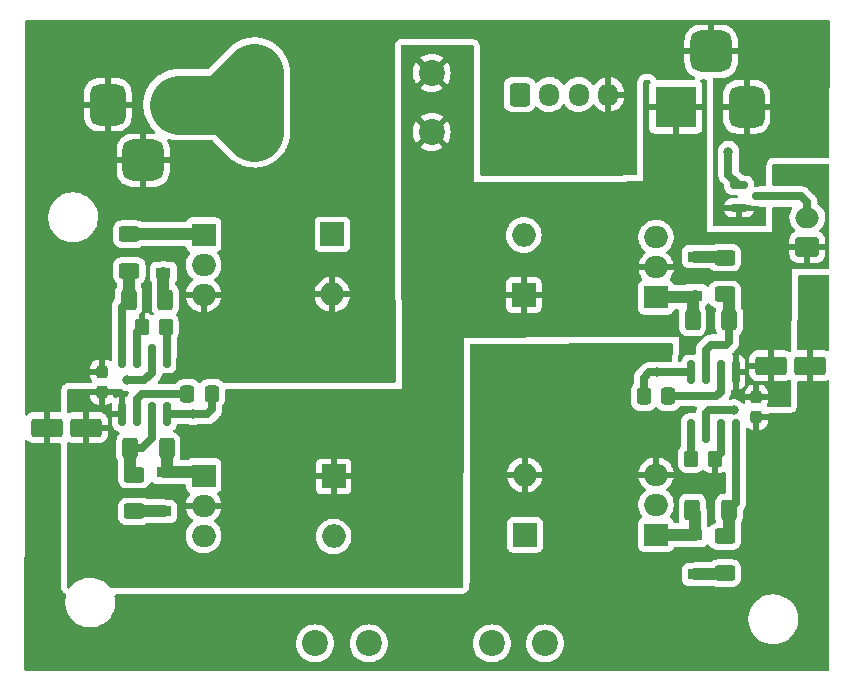
<source format=gbr>
%TF.GenerationSoftware,KiCad,Pcbnew,(6.0.1)*%
%TF.CreationDate,2022-05-20T18:23:43-05:00*%
%TF.ProjectId,BookSensitizer,426f6f6b-5365-46e7-9369-74697a65722e,rev?*%
%TF.SameCoordinates,Original*%
%TF.FileFunction,Copper,L1,Top*%
%TF.FilePolarity,Positive*%
%FSLAX46Y46*%
G04 Gerber Fmt 4.6, Leading zero omitted, Abs format (unit mm)*
G04 Created by KiCad (PCBNEW (6.0.1)) date 2022-05-20 18:23:43*
%MOMM*%
%LPD*%
G01*
G04 APERTURE LIST*
G04 Aperture macros list*
%AMRoundRect*
0 Rectangle with rounded corners*
0 $1 Rounding radius*
0 $2 $3 $4 $5 $6 $7 $8 $9 X,Y pos of 4 corners*
0 Add a 4 corners polygon primitive as box body*
4,1,4,$2,$3,$4,$5,$6,$7,$8,$9,$2,$3,0*
0 Add four circle primitives for the rounded corners*
1,1,$1+$1,$2,$3*
1,1,$1+$1,$4,$5*
1,1,$1+$1,$6,$7*
1,1,$1+$1,$8,$9*
0 Add four rect primitives between the rounded corners*
20,1,$1+$1,$2,$3,$4,$5,0*
20,1,$1+$1,$4,$5,$6,$7,0*
20,1,$1+$1,$6,$7,$8,$9,0*
20,1,$1+$1,$8,$9,$2,$3,0*%
G04 Aperture macros list end*
%TA.AperFunction,ComponentPad*%
%ADD10R,2.000000X2.000000*%
%TD*%
%TA.AperFunction,ComponentPad*%
%ADD11O,2.000000X2.000000*%
%TD*%
%TA.AperFunction,SMDPad,CuDef*%
%ADD12RoundRect,0.237500X0.237500X-0.300000X0.237500X0.300000X-0.237500X0.300000X-0.237500X-0.300000X0*%
%TD*%
%TA.AperFunction,SMDPad,CuDef*%
%ADD13R,1.200000X0.900000*%
%TD*%
%TA.AperFunction,SMDPad,CuDef*%
%ADD14RoundRect,0.150000X-0.150000X0.825000X-0.150000X-0.825000X0.150000X-0.825000X0.150000X0.825000X0*%
%TD*%
%TA.AperFunction,ComponentPad*%
%ADD15R,3.500000X3.500000*%
%TD*%
%TA.AperFunction,ComponentPad*%
%ADD16RoundRect,0.875000X0.875000X0.875000X-0.875000X0.875000X-0.875000X-0.875000X0.875000X-0.875000X0*%
%TD*%
%TA.AperFunction,ComponentPad*%
%ADD17RoundRect,0.750000X0.750000X1.000000X-0.750000X1.000000X-0.750000X-1.000000X0.750000X-1.000000X0*%
%TD*%
%TA.AperFunction,ComponentPad*%
%ADD18R,2.000000X1.905000*%
%TD*%
%TA.AperFunction,ComponentPad*%
%ADD19O,2.000000X1.905000*%
%TD*%
%TA.AperFunction,SMDPad,CuDef*%
%ADD20RoundRect,0.250000X0.625000X-0.400000X0.625000X0.400000X-0.625000X0.400000X-0.625000X-0.400000X0*%
%TD*%
%TA.AperFunction,SMDPad,CuDef*%
%ADD21RoundRect,0.250000X-0.350000X-0.450000X0.350000X-0.450000X0.350000X0.450000X-0.350000X0.450000X0*%
%TD*%
%TA.AperFunction,ComponentPad*%
%ADD22RoundRect,0.750000X-0.750000X-1.000000X0.750000X-1.000000X0.750000X1.000000X-0.750000X1.000000X0*%
%TD*%
%TA.AperFunction,ComponentPad*%
%ADD23RoundRect,0.875000X-0.875000X-0.875000X0.875000X-0.875000X0.875000X0.875000X-0.875000X0.875000X0*%
%TD*%
%TA.AperFunction,SMDPad,CuDef*%
%ADD24RoundRect,0.250000X-0.400000X-0.625000X0.400000X-0.625000X0.400000X0.625000X-0.400000X0.625000X0*%
%TD*%
%TA.AperFunction,ComponentPad*%
%ADD25RoundRect,0.250000X0.750000X-0.600000X0.750000X0.600000X-0.750000X0.600000X-0.750000X-0.600000X0*%
%TD*%
%TA.AperFunction,ComponentPad*%
%ADD26O,2.000000X1.700000*%
%TD*%
%TA.AperFunction,SMDPad,CuDef*%
%ADD27RoundRect,0.237500X-0.237500X0.300000X-0.237500X-0.300000X0.237500X-0.300000X0.237500X0.300000X0*%
%TD*%
%TA.AperFunction,SMDPad,CuDef*%
%ADD28RoundRect,0.250000X-0.337500X-0.475000X0.337500X-0.475000X0.337500X0.475000X-0.337500X0.475000X0*%
%TD*%
%TA.AperFunction,SMDPad,CuDef*%
%ADD29RoundRect,0.250000X-0.625000X0.400000X-0.625000X-0.400000X0.625000X-0.400000X0.625000X0.400000X0*%
%TD*%
%TA.AperFunction,SMDPad,CuDef*%
%ADD30RoundRect,0.150000X-0.587500X-0.150000X0.587500X-0.150000X0.587500X0.150000X-0.587500X0.150000X0*%
%TD*%
%TA.AperFunction,SMDPad,CuDef*%
%ADD31RoundRect,0.250000X0.337500X0.475000X-0.337500X0.475000X-0.337500X-0.475000X0.337500X-0.475000X0*%
%TD*%
%TA.AperFunction,SMDPad,CuDef*%
%ADD32RoundRect,0.250000X0.400000X0.625000X-0.400000X0.625000X-0.400000X-0.625000X0.400000X-0.625000X0*%
%TD*%
%TA.AperFunction,ComponentPad*%
%ADD33C,2.200000*%
%TD*%
%TA.AperFunction,SMDPad,CuDef*%
%ADD34RoundRect,0.250000X1.075000X0.550000X-1.075000X0.550000X-1.075000X-0.550000X1.075000X-0.550000X0*%
%TD*%
%TA.AperFunction,SMDPad,CuDef*%
%ADD35RoundRect,0.250000X0.350000X0.450000X-0.350000X0.450000X-0.350000X-0.450000X0.350000X-0.450000X0*%
%TD*%
%TA.AperFunction,SMDPad,CuDef*%
%ADD36RoundRect,0.150000X0.150000X-0.825000X0.150000X0.825000X-0.150000X0.825000X-0.150000X-0.825000X0*%
%TD*%
%TA.AperFunction,SMDPad,CuDef*%
%ADD37RoundRect,0.250000X-1.075000X-0.550000X1.075000X-0.550000X1.075000X0.550000X-1.075000X0.550000X0*%
%TD*%
%TA.AperFunction,ComponentPad*%
%ADD38RoundRect,0.250000X-0.600000X-0.725000X0.600000X-0.725000X0.600000X0.725000X-0.600000X0.725000X0*%
%TD*%
%TA.AperFunction,ComponentPad*%
%ADD39O,1.700000X1.950000*%
%TD*%
%TA.AperFunction,ViaPad*%
%ADD40C,0.800000*%
%TD*%
%TA.AperFunction,Conductor*%
%ADD41C,0.700000*%
%TD*%
%TA.AperFunction,Conductor*%
%ADD42C,1.000000*%
%TD*%
%TA.AperFunction,Conductor*%
%ADD43C,5.000000*%
%TD*%
G04 APERTURE END LIST*
D10*
%TO.P,D1,1,K*%
%TO.N,+12V*%
X78011800Y-84624000D03*
D11*
%TO.P,D1,2,A*%
%TO.N,/driver1/Hs*%
X78011800Y-89704000D03*
%TD*%
D12*
%TO.P,C2,1*%
%TO.N,+12V*%
X58394600Y-77494300D03*
%TO.P,C2,2*%
%TO.N,GND*%
X58394600Y-75769300D03*
%TD*%
D13*
%TO.P,D8,1,K*%
%TO.N,Net-(D8-Pad1)*%
X108636800Y-92904000D03*
%TO.P,D8,2,A*%
%TO.N,/driver2/G_low*%
X108636800Y-89604000D03*
%TD*%
D14*
%TO.P,U2,1,VDD*%
%TO.N,+12V*%
X112064800Y-75807800D03*
%TO.P,U2,2,HB*%
%TO.N,Net-(C6-Pad1)*%
X110794800Y-75807800D03*
%TO.P,U2,3,HO*%
%TO.N,Net-(R6-Pad1)*%
X109524800Y-75807800D03*
%TO.P,U2,4,HS*%
%TO.N,/driver2/Hs*%
X108254800Y-75807800D03*
%TO.P,U2,5,RT*%
%TO.N,Net-(R5-Pad1)*%
X108254800Y-80757800D03*
%TO.P,U2,6,LI*%
%TO.N,/in_2*%
X109524800Y-80757800D03*
%TO.P,U2,7,VSS*%
%TO.N,GND*%
X110794800Y-80757800D03*
%TO.P,U2,8,LO*%
%TO.N,Net-(R7-Pad1)*%
X112064800Y-80757800D03*
%TD*%
D13*
%TO.P,D6,1,K*%
%TO.N,Net-(D6-Pad1)*%
X63611800Y-67404000D03*
%TO.P,D6,2,A*%
%TO.N,/driver1/G_low*%
X63611800Y-64104000D03*
%TD*%
D15*
%TO.P,Vout_J1,1*%
%TO.N,+12V*%
X106979200Y-53332300D03*
D16*
%TO.P,Vout_J1,2*%
%TO.N,GND*%
X109979200Y-48632300D03*
D17*
X112979200Y-53332300D03*
%TD*%
D18*
%TO.P,Q1,1,G*%
%TO.N,/driver1/G_High*%
X67011800Y-84554000D03*
D19*
%TO.P,Q1,2,D*%
%TO.N,+12V*%
X67011800Y-87094000D03*
%TO.P,Q1,3,S*%
%TO.N,/driver1/Hs*%
X67011800Y-89634000D03*
%TD*%
D20*
%TO.P,R6,1*%
%TO.N,Net-(R6-Pad1)*%
X111136800Y-69204000D03*
%TO.P,R6,2*%
%TO.N,Net-(D7-Pad1)*%
X111136800Y-66104000D03*
%TD*%
D18*
%TO.P,Q4,1,G*%
%TO.N,/driver2/G_low*%
X105311800Y-89554000D03*
D19*
%TO.P,Q4,2,D*%
%TO.N,/driver2/Hs*%
X105311800Y-87014000D03*
%TO.P,Q4,3,S*%
%TO.N,GND*%
X105311800Y-84474000D03*
%TD*%
D21*
%TO.P,R5,1*%
%TO.N,Net-(R5-Pad1)*%
X108311800Y-83108800D03*
%TO.P,R5,2*%
%TO.N,GND*%
X110311800Y-83108800D03*
%TD*%
D15*
%TO.P,Vin_J2,1*%
%TO.N,Net-(F1-Pad1)*%
X64902600Y-53144500D03*
D22*
%TO.P,Vin_J2,2*%
%TO.N,GND*%
X58902600Y-53144500D03*
D23*
X61902600Y-57844500D03*
%TD*%
D24*
%TO.P,R9,1*%
%TO.N,Net-(R2-Pad1)*%
X60781600Y-82245200D03*
%TO.P,R9,2*%
%TO.N,/driver1/G_High*%
X63881600Y-82245200D03*
%TD*%
D13*
%TO.P,D7,1,K*%
%TO.N,Net-(D7-Pad1)*%
X108636800Y-66004000D03*
%TO.P,D7,2,A*%
%TO.N,/driver2/G_High*%
X108636800Y-69304000D03*
%TD*%
D24*
%TO.P,R3,1*%
%TO.N,Net-(R3-Pad1)*%
X60661800Y-69654000D03*
%TO.P,R3,2*%
%TO.N,Net-(D6-Pad1)*%
X63761800Y-69654000D03*
%TD*%
D25*
%TO.P,M1,1,+*%
%TO.N,+12V*%
X118121800Y-65204000D03*
D26*
%TO.P,M1,2,-*%
%TO.N,Net-(M1-Pad2)*%
X118121800Y-62704000D03*
%TD*%
D10*
%TO.P,D2,1,K*%
%TO.N,/driver1/Hs*%
X77911800Y-64124000D03*
D11*
%TO.P,D2,2,A*%
%TO.N,GND*%
X77911800Y-69204000D03*
%TD*%
D27*
%TO.P,C5,1*%
%TO.N,+12V*%
X113811800Y-77891500D03*
%TO.P,C5,2*%
%TO.N,GND*%
X113811800Y-79616500D03*
%TD*%
D28*
%TO.P,C3,1*%
%TO.N,Net-(C3-Pad1)*%
X65637500Y-77622400D03*
%TO.P,C3,2*%
%TO.N,/driver1/Hs*%
X67712500Y-77622400D03*
%TD*%
D29*
%TO.P,R2,1*%
%TO.N,Net-(R2-Pad1)*%
X61137200Y-84471800D03*
%TO.P,R2,2*%
%TO.N,Net-(D5-Pad1)*%
X61137200Y-87571800D03*
%TD*%
D18*
%TO.P,Q2,1,G*%
%TO.N,/driver1/G_low*%
X67011800Y-64154000D03*
D19*
%TO.P,Q2,2,D*%
%TO.N,/driver1/Hs*%
X67011800Y-66694000D03*
%TO.P,Q2,3,S*%
%TO.N,GND*%
X67011800Y-69234000D03*
%TD*%
D30*
%TO.P,Q5,1,G*%
%TO.N,/in_3*%
X112344300Y-59964000D03*
%TO.P,Q5,2,S*%
%TO.N,GND*%
X112344300Y-61864000D03*
%TO.P,Q5,3,D*%
%TO.N,Net-(M1-Pad2)*%
X114219300Y-60914000D03*
%TD*%
D10*
%TO.P,D4,1,K*%
%TO.N,/driver2/Hs*%
X94211800Y-89554000D03*
D11*
%TO.P,D4,2,A*%
%TO.N,GND*%
X94211800Y-84474000D03*
%TD*%
D10*
%TO.P,D3,1,K*%
%TO.N,+12V*%
X94111800Y-69254000D03*
D11*
%TO.P,D3,2,A*%
%TO.N,/driver2/Hs*%
X94111800Y-64174000D03*
%TD*%
D31*
%TO.P,C6,1*%
%TO.N,Net-(C6-Pad1)*%
X106345900Y-77825600D03*
%TO.P,C6,2*%
%TO.N,/driver2/Hs*%
X104270900Y-77825600D03*
%TD*%
D32*
%TO.P,R10,1*%
%TO.N,Net-(R6-Pad1)*%
X111506600Y-71374000D03*
%TO.P,R10,2*%
%TO.N,/driver2/G_High*%
X108406600Y-71374000D03*
%TD*%
D29*
%TO.P,R7,1*%
%TO.N,Net-(R7-Pad1)*%
X111136800Y-89704000D03*
%TO.P,R7,2*%
%TO.N,Net-(D8-Pad1)*%
X111136800Y-92804000D03*
%TD*%
D20*
%TO.P,R4,1*%
%TO.N,Net-(R3-Pad1)*%
X60711800Y-67204000D03*
%TO.P,R4,2*%
%TO.N,/driver1/G_low*%
X60711800Y-64104000D03*
%TD*%
D33*
%TO.P,F1 10A,1*%
%TO.N,Net-(F1-Pad1)*%
X71311800Y-50454000D03*
X71311800Y-55454000D03*
%TO.P,F1 10A,2*%
%TO.N,+12V*%
X86311800Y-55454000D03*
X86311800Y-50454000D03*
%TD*%
D32*
%TO.P,R8,1*%
%TO.N,Net-(R7-Pad1)*%
X111486800Y-87454000D03*
%TO.P,R8,2*%
%TO.N,/driver2/G_low*%
X108386800Y-87454000D03*
%TD*%
D34*
%TO.P,C1,1*%
%TO.N,+12V*%
X57058200Y-80486600D03*
%TO.P,C1,2*%
%TO.N,GND*%
X53708200Y-80486600D03*
%TD*%
D35*
%TO.P,R1,1*%
%TO.N,Net-(R1-Pad1)*%
X63783200Y-71986600D03*
%TO.P,R1,2*%
%TO.N,GND*%
X61783200Y-71986600D03*
%TD*%
D18*
%TO.P,Q3,1,G*%
%TO.N,/driver2/G_High*%
X105311800Y-69454000D03*
D19*
%TO.P,Q3,2,D*%
%TO.N,+12V*%
X105311800Y-66914000D03*
%TO.P,Q3,3,S*%
%TO.N,/driver2/Hs*%
X105311800Y-64374000D03*
%TD*%
D36*
%TO.P,U1,1,VDD*%
%TO.N,+12V*%
X60078200Y-79361600D03*
%TO.P,U1,2,HB*%
%TO.N,Net-(C3-Pad1)*%
X61348200Y-79361600D03*
%TO.P,U1,3,HO*%
%TO.N,Net-(R2-Pad1)*%
X62618200Y-79361600D03*
%TO.P,U1,4,HS*%
%TO.N,/driver1/Hs*%
X63888200Y-79361600D03*
%TO.P,U1,5,RT*%
%TO.N,Net-(R1-Pad1)*%
X63888200Y-74411600D03*
%TO.P,U1,6,LI*%
%TO.N,/in_1*%
X62618200Y-74411600D03*
%TO.P,U1,7,VSS*%
%TO.N,GND*%
X61348200Y-74411600D03*
%TO.P,U1,8,LO*%
%TO.N,Net-(R3-Pad1)*%
X60078200Y-74411600D03*
%TD*%
D37*
%TO.P,C4,1*%
%TO.N,+12V*%
X115036800Y-75254000D03*
%TO.P,C4,2*%
%TO.N,GND*%
X118386800Y-75254000D03*
%TD*%
D33*
%TO.P,L1,1,1*%
%TO.N,/driver1/Hs*%
X76436800Y-98754000D03*
X80986800Y-98754000D03*
%TO.P,L1,2,2*%
%TO.N,/driver2/Hs*%
X91411800Y-98754000D03*
X95911800Y-98754000D03*
%TD*%
D13*
%TO.P,D5,1,K*%
%TO.N,Net-(D5-Pad1)*%
X63637200Y-87571800D03*
%TO.P,D5,2,A*%
%TO.N,/driver1/G_High*%
X63637200Y-84271800D03*
%TD*%
D38*
%TO.P,J3,1,Pin_1*%
%TO.N,/in_1*%
X93761800Y-52286500D03*
D39*
%TO.P,J3,2,Pin_2*%
%TO.N,/in_2*%
X96261800Y-52286500D03*
%TO.P,J3,3,Pin_3*%
%TO.N,/in_3*%
X98761800Y-52286500D03*
%TO.P,J3,4,Pin_4*%
%TO.N,GND*%
X101261800Y-52286500D03*
%TD*%
D40*
%TO.N,/driver1/Hs*%
X66124200Y-79361600D03*
%TO.N,/driver2/Hs*%
X105438000Y-75807800D03*
%TO.N,/in_1*%
X60553600Y-76479400D03*
%TO.N,/in_2*%
X111912400Y-78994000D03*
%TO.N,/in_3*%
X111441800Y-57124000D03*
%TD*%
D41*
%TO.N,GND*%
X110794800Y-82625800D02*
X110311800Y-83108800D01*
X61348200Y-74411600D02*
X61348200Y-72421600D01*
X110794800Y-80757800D02*
X110794800Y-82625800D01*
X61348200Y-72421600D02*
X61783200Y-71986600D01*
%TO.N,Net-(C3-Pad1)*%
X61823600Y-77622400D02*
X61348200Y-78097800D01*
X61348200Y-78097800D02*
X61348200Y-79361600D01*
X65637500Y-77622400D02*
X61823600Y-77622400D01*
%TO.N,/driver1/Hs*%
X67712500Y-78947100D02*
X67712500Y-77622400D01*
X63888200Y-79361600D02*
X66124200Y-79361600D01*
X66124200Y-79361600D02*
X67298000Y-79361600D01*
X67298000Y-79361600D02*
X67712500Y-78947100D01*
%TO.N,Net-(C6-Pad1)*%
X110413800Y-77825600D02*
X106345900Y-77825600D01*
X110794800Y-75807800D02*
X110794800Y-77444600D01*
X110794800Y-77444600D02*
X110413800Y-77825600D01*
%TO.N,/driver2/Hs*%
X104270900Y-77825600D02*
X104270900Y-76272300D01*
X104735400Y-75807800D02*
X105438000Y-75807800D01*
X105438000Y-75807800D02*
X108254800Y-75807800D01*
X104270900Y-76272300D02*
X104735400Y-75807800D01*
D42*
%TO.N,Net-(D5-Pad1)*%
X63637200Y-87571800D02*
X61137200Y-87571800D01*
%TO.N,/driver2/G_High*%
X108406600Y-71374000D02*
X108406600Y-69534200D01*
X105311800Y-69454000D02*
X108486800Y-69454000D01*
X108406600Y-69534200D02*
X108636800Y-69304000D01*
X108486800Y-69454000D02*
X108636800Y-69304000D01*
%TO.N,Net-(D6-Pad1)*%
X63611800Y-69504000D02*
X63761800Y-69654000D01*
X63611800Y-67404000D02*
X63611800Y-69504000D01*
%TO.N,/driver2/G_low*%
X108636800Y-87704000D02*
X108386800Y-87454000D01*
X105311800Y-89554000D02*
X108586800Y-89554000D01*
X108636800Y-89604000D02*
X108636800Y-87704000D01*
X108586800Y-89554000D02*
X108636800Y-89604000D01*
%TO.N,/driver1/G_High*%
X63881600Y-82245200D02*
X63881600Y-84027400D01*
X63637200Y-84271800D02*
X66729600Y-84271800D01*
X66729600Y-84271800D02*
X67011800Y-84554000D01*
X63881600Y-84027400D02*
X63637200Y-84271800D01*
%TO.N,/driver1/G_low*%
X60711800Y-64104000D02*
X63611800Y-64104000D01*
X63611800Y-64104000D02*
X66961800Y-64104000D01*
X66961800Y-64104000D02*
X67011800Y-64154000D01*
D41*
%TO.N,/in_1*%
X62001400Y-76479400D02*
X60553600Y-76479400D01*
X62618200Y-74411600D02*
X62618200Y-75862600D01*
X62618200Y-75862600D02*
X62001400Y-76479400D01*
%TO.N,/in_2*%
X109804200Y-78994000D02*
X109524800Y-79273400D01*
X109524800Y-79273400D02*
X109524800Y-80757800D01*
X111912400Y-78994000D02*
X109804200Y-78994000D01*
%TO.N,/in_3*%
X111441800Y-59061500D02*
X112344300Y-59964000D01*
X111441800Y-57124000D02*
X111441800Y-59061500D01*
%TO.N,Net-(M1-Pad2)*%
X117611800Y-60914000D02*
X118121800Y-61424000D01*
X118121800Y-61424000D02*
X118121800Y-62704000D01*
X114219300Y-60914000D02*
X117611800Y-60914000D01*
%TO.N,Net-(R1-Pad1)*%
X63888200Y-74411600D02*
X63888200Y-72091600D01*
%TO.N,Net-(R2-Pad1)*%
X60781600Y-82245200D02*
X61772800Y-82245200D01*
D42*
X60781600Y-84116200D02*
X61137200Y-84471800D01*
D41*
X62618200Y-81399800D02*
X62618200Y-79361600D01*
X61772800Y-82245200D02*
X62618200Y-81399800D01*
D42*
X60781600Y-82245200D02*
X60781600Y-84116200D01*
D41*
%TO.N,Net-(R5-Pad1)*%
X108254800Y-83051800D02*
X108311800Y-83108800D01*
X108254800Y-80757800D02*
X108254800Y-83051800D01*
%TO.N,Net-(R6-Pad1)*%
X111506600Y-73227600D02*
X111506600Y-71374000D01*
X111277400Y-73456800D02*
X111506600Y-73227600D01*
D42*
X111506600Y-71374000D02*
X111506600Y-69573800D01*
D41*
X109524800Y-75807800D02*
X109524800Y-73914000D01*
X109982000Y-73456800D02*
X111277400Y-73456800D01*
D42*
X111506600Y-69573800D02*
X111136800Y-69204000D01*
D41*
X109524800Y-73914000D02*
X109982000Y-73456800D01*
D42*
%TO.N,Net-(D7-Pad1)*%
X108636800Y-66004000D02*
X111036800Y-66004000D01*
X111036800Y-66004000D02*
X111136800Y-66104000D01*
%TO.N,Net-(D8-Pad1)*%
X108636800Y-92904000D02*
X111036800Y-92904000D01*
X111036800Y-92904000D02*
X111136800Y-92804000D01*
D43*
%TO.N,Net-(F1-Pad1)*%
X68621300Y-53144500D02*
X71311800Y-50454000D01*
X69002300Y-53144500D02*
X71311800Y-55454000D01*
X71311800Y-55454000D02*
X71311800Y-50454000D01*
X64902600Y-53144500D02*
X68621300Y-53144500D01*
X64902600Y-53144500D02*
X69002300Y-53144500D01*
D41*
%TO.N,Net-(R3-Pad1)*%
X60661800Y-69654000D02*
X60078200Y-70237600D01*
D42*
X60711800Y-67204000D02*
X60711800Y-69604000D01*
D41*
X60078200Y-70237600D02*
X60078200Y-74411600D01*
D42*
%TO.N,Net-(R7-Pad1)*%
X111486800Y-87454000D02*
X111486800Y-89354000D01*
D41*
X112064800Y-86876000D02*
X111486800Y-87454000D01*
D42*
X111486800Y-89354000D02*
X111136800Y-89704000D01*
D41*
X112064800Y-80757800D02*
X112064800Y-86876000D01*
%TD*%
%TA.AperFunction,Conductor*%
%TO.N,GND*%
G36*
X119943875Y-45994002D02*
G01*
X119990368Y-46047658D01*
X120001754Y-46100046D01*
X119997608Y-57528610D01*
X119977581Y-57596723D01*
X119923909Y-57643197D01*
X119860400Y-57652227D01*
X119860274Y-57653923D01*
X119855787Y-57653591D01*
X119851334Y-57652939D01*
X116897578Y-57645444D01*
X115295663Y-57641379D01*
X115292306Y-57641733D01*
X115292302Y-57641733D01*
X115261761Y-57644952D01*
X115187213Y-57652808D01*
X115150593Y-57660711D01*
X115137959Y-57663437D01*
X115137956Y-57663438D01*
X115134642Y-57664153D01*
X115031133Y-57698464D01*
X114909434Y-57776541D01*
X114855742Y-57822992D01*
X114852793Y-57826390D01*
X114852792Y-57826391D01*
X114826704Y-57856451D01*
X114760972Y-57932189D01*
X114757222Y-57940383D01*
X114722967Y-58015235D01*
X114700802Y-58063667D01*
X114699533Y-58067977D01*
X114699532Y-58067979D01*
X114682399Y-58126160D01*
X114680746Y-58131772D01*
X114680102Y-58136227D01*
X114680101Y-58136231D01*
X114673659Y-58180785D01*
X114660055Y-58274878D01*
X114660051Y-58279377D01*
X114660051Y-58279383D01*
X114659070Y-59525649D01*
X114658752Y-59929001D01*
X114657131Y-59929000D01*
X114642271Y-59991859D01*
X114591176Y-60041153D01*
X114532784Y-60055500D01*
X114172704Y-60055500D01*
X114033863Y-60070583D01*
X113957185Y-60096388D01*
X113949664Y-60098919D01*
X113909475Y-60105500D01*
X113716300Y-60105500D01*
X113648179Y-60085498D01*
X113601686Y-60031842D01*
X113590300Y-59979500D01*
X113590300Y-59747498D01*
X113590107Y-59745042D01*
X113587867Y-59716579D01*
X113587866Y-59716574D01*
X113587362Y-59710169D01*
X113540945Y-59550399D01*
X113517854Y-59511355D01*
X113460291Y-59414020D01*
X113460289Y-59414017D01*
X113456253Y-59407193D01*
X113338607Y-59289547D01*
X113331783Y-59285511D01*
X113331780Y-59285509D01*
X113202227Y-59208892D01*
X113202228Y-59208892D01*
X113195401Y-59204855D01*
X113187790Y-59202644D01*
X113187788Y-59202643D01*
X113120949Y-59183225D01*
X113035631Y-59158438D01*
X113029226Y-59157934D01*
X113029221Y-59157933D01*
X113000758Y-59155693D01*
X113000750Y-59155693D01*
X112998302Y-59155500D01*
X112802093Y-59155500D01*
X112733972Y-59135498D01*
X112712998Y-59118595D01*
X112337205Y-58742802D01*
X112303179Y-58680490D01*
X112300300Y-58653707D01*
X112300300Y-57441732D01*
X112306467Y-57402795D01*
X112328756Y-57334197D01*
X112335342Y-57313928D01*
X112344357Y-57228161D01*
X112354614Y-57130565D01*
X112355304Y-57124000D01*
X112335342Y-56934072D01*
X112276327Y-56752444D01*
X112180840Y-56587056D01*
X112156427Y-56559942D01*
X112057475Y-56450045D01*
X112057474Y-56450044D01*
X112053053Y-56445134D01*
X111898552Y-56332882D01*
X111892524Y-56330198D01*
X111892522Y-56330197D01*
X111730119Y-56257891D01*
X111730118Y-56257891D01*
X111724088Y-56255206D01*
X111624214Y-56233977D01*
X111543744Y-56216872D01*
X111543739Y-56216872D01*
X111537287Y-56215500D01*
X111346313Y-56215500D01*
X111339861Y-56216872D01*
X111339856Y-56216872D01*
X111259386Y-56233977D01*
X111159512Y-56255206D01*
X111153482Y-56257891D01*
X111153481Y-56257891D01*
X110991078Y-56330197D01*
X110991076Y-56330198D01*
X110985048Y-56332882D01*
X110830547Y-56445134D01*
X110826126Y-56450044D01*
X110826125Y-56450045D01*
X110727174Y-56559942D01*
X110702760Y-56587056D01*
X110607273Y-56752444D01*
X110548258Y-56934072D01*
X110528296Y-57124000D01*
X110528986Y-57130565D01*
X110539244Y-57228161D01*
X110548258Y-57313928D01*
X110554844Y-57334197D01*
X110577133Y-57402795D01*
X110583300Y-57441732D01*
X110583300Y-59020110D01*
X110582858Y-59030652D01*
X110578496Y-59082599D01*
X110579398Y-59089359D01*
X110579398Y-59089361D01*
X110589237Y-59163102D01*
X110589607Y-59166157D01*
X110593109Y-59198389D01*
X110598383Y-59246937D01*
X110600558Y-59253401D01*
X110601278Y-59256676D01*
X110601348Y-59257072D01*
X110601471Y-59257496D01*
X110602262Y-59260716D01*
X110603166Y-59267489D01*
X110630939Y-59343794D01*
X110631956Y-59346698D01*
X110657878Y-59423723D01*
X110661396Y-59429577D01*
X110662785Y-59432584D01*
X110662952Y-59432989D01*
X110663157Y-59433365D01*
X110664627Y-59436352D01*
X110666962Y-59442768D01*
X110710530Y-59511420D01*
X110712055Y-59513889D01*
X110753947Y-59583609D01*
X110758634Y-59588566D01*
X110760651Y-59591223D01*
X110761169Y-59591969D01*
X110764144Y-59595902D01*
X110766909Y-59600259D01*
X110770730Y-59604532D01*
X110824709Y-59658511D01*
X110827163Y-59661033D01*
X110882108Y-59719136D01*
X110887756Y-59722974D01*
X110892948Y-59727393D01*
X110892608Y-59727793D01*
X110900600Y-59734402D01*
X111061395Y-59895197D01*
X111095421Y-59957509D01*
X111098300Y-59984292D01*
X111098300Y-60180502D01*
X111101238Y-60217831D01*
X111147655Y-60377601D01*
X111151692Y-60384427D01*
X111228309Y-60513980D01*
X111228311Y-60513983D01*
X111232347Y-60520807D01*
X111349993Y-60638453D01*
X111356817Y-60642489D01*
X111356820Y-60642491D01*
X111382519Y-60657689D01*
X111493199Y-60723145D01*
X111500810Y-60725356D01*
X111500812Y-60725357D01*
X111553031Y-60740528D01*
X111652969Y-60769562D01*
X111659374Y-60770066D01*
X111659379Y-60770067D01*
X111687842Y-60772307D01*
X111687850Y-60772307D01*
X111690298Y-60772500D01*
X112022834Y-60772500D01*
X112053317Y-60776243D01*
X112179657Y-60807744D01*
X112240915Y-60843632D01*
X112273046Y-60906942D01*
X112265848Y-60977573D01*
X112221608Y-61033100D01*
X112149174Y-61056001D01*
X111692817Y-61056001D01*
X111687880Y-61056195D01*
X111659464Y-61058430D01*
X111646869Y-61060730D01*
X111501010Y-61103107D01*
X111486579Y-61109352D01*
X111357122Y-61185911D01*
X111344696Y-61195551D01*
X111238351Y-61301896D01*
X111228711Y-61314322D01*
X111152152Y-61443779D01*
X111145907Y-61458210D01*
X111106861Y-61592605D01*
X111106901Y-61606706D01*
X111114170Y-61610000D01*
X113226958Y-61610000D01*
X113291097Y-61627547D01*
X113368199Y-61673145D01*
X113375810Y-61675356D01*
X113375812Y-61675357D01*
X113428031Y-61690528D01*
X113527969Y-61719562D01*
X113534374Y-61720066D01*
X113534379Y-61720067D01*
X113562842Y-61722307D01*
X113562850Y-61722307D01*
X113565298Y-61722500D01*
X113896024Y-61722500D01*
X113935869Y-61729096D01*
X113941004Y-61731490D01*
X114123040Y-61772180D01*
X114128763Y-61772500D01*
X114531201Y-61772500D01*
X114599322Y-61792502D01*
X114645815Y-61846158D01*
X114657201Y-61898597D01*
X114656595Y-62667525D01*
X114656469Y-62827946D01*
X114656099Y-63297899D01*
X114636043Y-63366004D01*
X114582351Y-63412455D01*
X114530099Y-63423800D01*
X110284331Y-63423800D01*
X110216210Y-63403798D01*
X110169717Y-63350142D01*
X110158331Y-63298092D01*
X110157988Y-63149969D01*
X110155621Y-62129871D01*
X111105256Y-62129871D01*
X111145907Y-62269790D01*
X111152152Y-62284221D01*
X111228711Y-62413678D01*
X111238351Y-62426104D01*
X111344696Y-62532449D01*
X111357122Y-62542089D01*
X111486579Y-62618648D01*
X111501010Y-62624893D01*
X111646865Y-62667269D01*
X111659467Y-62669570D01*
X111687884Y-62671807D01*
X111692814Y-62672000D01*
X112072185Y-62672000D01*
X112087424Y-62667525D01*
X112088629Y-62666135D01*
X112090300Y-62658452D01*
X112090300Y-62653884D01*
X112598300Y-62653884D01*
X112602775Y-62669123D01*
X112604165Y-62670328D01*
X112611848Y-62671999D01*
X112995784Y-62671999D01*
X113000720Y-62671805D01*
X113029136Y-62669570D01*
X113041731Y-62667270D01*
X113187590Y-62624893D01*
X113202021Y-62618648D01*
X113331478Y-62542089D01*
X113343904Y-62532449D01*
X113450249Y-62426104D01*
X113459889Y-62413678D01*
X113536448Y-62284221D01*
X113542693Y-62269790D01*
X113581739Y-62135395D01*
X113581699Y-62121294D01*
X113574430Y-62118000D01*
X112616415Y-62118000D01*
X112601176Y-62122475D01*
X112599971Y-62123865D01*
X112598300Y-62131548D01*
X112598300Y-62653884D01*
X112090300Y-62653884D01*
X112090300Y-62136115D01*
X112085825Y-62120876D01*
X112084435Y-62119671D01*
X112076752Y-62118000D01*
X111119922Y-62118000D01*
X111106391Y-62121973D01*
X111105256Y-62129871D01*
X110155621Y-62129871D01*
X110137665Y-54392261D01*
X110971201Y-54392261D01*
X110971409Y-54397371D01*
X110982282Y-54531067D01*
X110984052Y-54541620D01*
X111037167Y-54748485D01*
X111040901Y-54759031D01*
X111129710Y-54953005D01*
X111135246Y-54962712D01*
X111257003Y-55137897D01*
X111264176Y-55146476D01*
X111415024Y-55297324D01*
X111423603Y-55304497D01*
X111598788Y-55426254D01*
X111608495Y-55431790D01*
X111802469Y-55520599D01*
X111813015Y-55524333D01*
X112019879Y-55577447D01*
X112030434Y-55579218D01*
X112164130Y-55590093D01*
X112169236Y-55590300D01*
X112707085Y-55590300D01*
X112722324Y-55585825D01*
X112723529Y-55584435D01*
X112725200Y-55576752D01*
X112725200Y-55572184D01*
X113233200Y-55572184D01*
X113237675Y-55587423D01*
X113239065Y-55588628D01*
X113246748Y-55590299D01*
X113789161Y-55590299D01*
X113794271Y-55590091D01*
X113927967Y-55579218D01*
X113938520Y-55577448D01*
X114145385Y-55524333D01*
X114155931Y-55520599D01*
X114349905Y-55431790D01*
X114359612Y-55426254D01*
X114534797Y-55304497D01*
X114543376Y-55297324D01*
X114694224Y-55146476D01*
X114701397Y-55137897D01*
X114823154Y-54962712D01*
X114828690Y-54953005D01*
X114917499Y-54759031D01*
X114921233Y-54748485D01*
X114974347Y-54541621D01*
X114976118Y-54531066D01*
X114986993Y-54397370D01*
X114987200Y-54392264D01*
X114987200Y-53604415D01*
X114982725Y-53589176D01*
X114981335Y-53587971D01*
X114973652Y-53586300D01*
X113251315Y-53586300D01*
X113236076Y-53590775D01*
X113234871Y-53592165D01*
X113233200Y-53599848D01*
X113233200Y-55572184D01*
X112725200Y-55572184D01*
X112725200Y-53604415D01*
X112720725Y-53589176D01*
X112719335Y-53587971D01*
X112711652Y-53586300D01*
X110989316Y-53586300D01*
X110974077Y-53590775D01*
X110972872Y-53592165D01*
X110971201Y-53599848D01*
X110971201Y-54392261D01*
X110137665Y-54392261D01*
X110134574Y-53060185D01*
X110971200Y-53060185D01*
X110975675Y-53075424D01*
X110977065Y-53076629D01*
X110984748Y-53078300D01*
X112707085Y-53078300D01*
X112722324Y-53073825D01*
X112723529Y-53072435D01*
X112725200Y-53064752D01*
X112725200Y-53060185D01*
X113233200Y-53060185D01*
X113237675Y-53075424D01*
X113239065Y-53076629D01*
X113246748Y-53078300D01*
X114969084Y-53078300D01*
X114984323Y-53073825D01*
X114985528Y-53072435D01*
X114987199Y-53064752D01*
X114987199Y-52272339D01*
X114986991Y-52267229D01*
X114976118Y-52133533D01*
X114974348Y-52122980D01*
X114921233Y-51916115D01*
X114917499Y-51905569D01*
X114828690Y-51711595D01*
X114823154Y-51701888D01*
X114701397Y-51526703D01*
X114694224Y-51518124D01*
X114543376Y-51367276D01*
X114534797Y-51360103D01*
X114359612Y-51238346D01*
X114349905Y-51232810D01*
X114155931Y-51144001D01*
X114145385Y-51140267D01*
X113938521Y-51087153D01*
X113927966Y-51085382D01*
X113794270Y-51074507D01*
X113789164Y-51074300D01*
X113251315Y-51074300D01*
X113236076Y-51078775D01*
X113234871Y-51080165D01*
X113233200Y-51087848D01*
X113233200Y-53060185D01*
X112725200Y-53060185D01*
X112725200Y-51092416D01*
X112720725Y-51077177D01*
X112719335Y-51075972D01*
X112711652Y-51074301D01*
X112169239Y-51074301D01*
X112164129Y-51074509D01*
X112030433Y-51085382D01*
X112019880Y-51087152D01*
X111813015Y-51140267D01*
X111802469Y-51144001D01*
X111608495Y-51232810D01*
X111598788Y-51238346D01*
X111423603Y-51360103D01*
X111415024Y-51367276D01*
X111264176Y-51518124D01*
X111257003Y-51526703D01*
X111135246Y-51701888D01*
X111129710Y-51711595D01*
X111040901Y-51905569D01*
X111037167Y-51916115D01*
X110984053Y-52122979D01*
X110982282Y-52133534D01*
X110971407Y-52267230D01*
X110971200Y-52272336D01*
X110971200Y-53060185D01*
X110134574Y-53060185D01*
X110130095Y-51130173D01*
X110125053Y-51085382D01*
X110118863Y-51030395D01*
X110131119Y-50960464D01*
X110179237Y-50908261D01*
X110244072Y-50890300D01*
X110944831Y-50890300D01*
X110948216Y-50890209D01*
X110999745Y-50887418D01*
X111008389Y-50886345D01*
X111229218Y-50843220D01*
X111239446Y-50840306D01*
X111448940Y-50760936D01*
X111458538Y-50756338D01*
X111651660Y-50642807D01*
X111660349Y-50636654D01*
X111831592Y-50492199D01*
X111839099Y-50484692D01*
X111983554Y-50313449D01*
X111989707Y-50304760D01*
X112103238Y-50111638D01*
X112107836Y-50102040D01*
X112187206Y-49892546D01*
X112190120Y-49882318D01*
X112233245Y-49661489D01*
X112234318Y-49652845D01*
X112237109Y-49601316D01*
X112237200Y-49597931D01*
X112237200Y-48904415D01*
X112232725Y-48889176D01*
X112231335Y-48887971D01*
X112223652Y-48886300D01*
X107739315Y-48886300D01*
X107724076Y-48890775D01*
X107722871Y-48892165D01*
X107721200Y-48899848D01*
X107721200Y-49597931D01*
X107721291Y-49601316D01*
X107724082Y-49652845D01*
X107725155Y-49661489D01*
X107768280Y-49882318D01*
X107771194Y-49892546D01*
X107850564Y-50102040D01*
X107855162Y-50111638D01*
X107968693Y-50304760D01*
X107974846Y-50313449D01*
X108119301Y-50484692D01*
X108126808Y-50492199D01*
X108298051Y-50636654D01*
X108306740Y-50642807D01*
X108499862Y-50756338D01*
X108509460Y-50760936D01*
X108514748Y-50762940D01*
X108571363Y-50805780D01*
X108595829Y-50872428D01*
X108589755Y-50913913D01*
X108590769Y-50914134D01*
X108577619Y-50974583D01*
X108543594Y-51036896D01*
X108481282Y-51070921D01*
X108454499Y-51073800D01*
X105440860Y-51073800D01*
X105372739Y-51053798D01*
X105326246Y-51000142D01*
X105320436Y-50984869D01*
X105303989Y-50931437D01*
X105301339Y-50922828D01*
X105295445Y-50913913D01*
X105268541Y-50873225D01*
X105221591Y-50802217D01*
X105174404Y-50749171D01*
X105063906Y-50655914D01*
X105020238Y-50636654D01*
X104935732Y-50599383D01*
X104931610Y-50597565D01*
X104894600Y-50587219D01*
X104867568Y-50579662D01*
X104867564Y-50579661D01*
X104863235Y-50578451D01*
X104858776Y-50577869D01*
X104858771Y-50577868D01*
X104724322Y-50560319D01*
X104724318Y-50560319D01*
X104719861Y-50559737D01*
X104525032Y-50562272D01*
X104361763Y-50564396D01*
X104361761Y-50564396D01*
X104358541Y-50564438D01*
X104355344Y-50564807D01*
X104355339Y-50564807D01*
X104303291Y-50570809D01*
X104255964Y-50576267D01*
X104252834Y-50576956D01*
X104252827Y-50576957D01*
X104240537Y-50579662D01*
X104206199Y-50587219D01*
X104108137Y-50619545D01*
X103985863Y-50696720D01*
X103931829Y-50742773D01*
X103836253Y-50851270D01*
X103832444Y-50859434D01*
X103832443Y-50859435D01*
X103794723Y-50940276D01*
X103775114Y-50982300D01*
X103773811Y-50986606D01*
X103773809Y-50986612D01*
X103767835Y-51006359D01*
X103754556Y-51050254D01*
X103753881Y-51054693D01*
X103753880Y-51054696D01*
X103748837Y-51087848D01*
X103732809Y-51193205D01*
X103732772Y-51197694D01*
X103732772Y-51197698D01*
X103704987Y-54599392D01*
X103700712Y-55122820D01*
X103670146Y-58865045D01*
X103668928Y-59014115D01*
X103648370Y-59082070D01*
X103594336Y-59128123D01*
X103543553Y-59139084D01*
X101496343Y-59149155D01*
X90572594Y-59202891D01*
X90504376Y-59183225D01*
X90457619Y-59129798D01*
X90445976Y-59077652D01*
X90409737Y-53061900D01*
X92403300Y-53061900D01*
X92403637Y-53065146D01*
X92403637Y-53065150D01*
X92412675Y-53152252D01*
X92414274Y-53167666D01*
X92416455Y-53174202D01*
X92416455Y-53174204D01*
X92448205Y-53269370D01*
X92470250Y-53335446D01*
X92563322Y-53485848D01*
X92688497Y-53610805D01*
X92694727Y-53614645D01*
X92694728Y-53614646D01*
X92831890Y-53699194D01*
X92839062Y-53703615D01*
X92874738Y-53715448D01*
X93000411Y-53757132D01*
X93000413Y-53757132D01*
X93006939Y-53759297D01*
X93013775Y-53759997D01*
X93013778Y-53759998D01*
X93049463Y-53763654D01*
X93111400Y-53770000D01*
X94412200Y-53770000D01*
X94415446Y-53769663D01*
X94415450Y-53769663D01*
X94511108Y-53759738D01*
X94511112Y-53759737D01*
X94517966Y-53759026D01*
X94524502Y-53756845D01*
X94524504Y-53756845D01*
X94656606Y-53712772D01*
X94685746Y-53703050D01*
X94836148Y-53609978D01*
X94961105Y-53484803D01*
X95050881Y-53339160D01*
X95103652Y-53291668D01*
X95173724Y-53280244D01*
X95238848Y-53308518D01*
X95249310Y-53318305D01*
X95291015Y-53362023D01*
X95358376Y-53432635D01*
X95543342Y-53570254D01*
X95548093Y-53572670D01*
X95548097Y-53572672D01*
X95611281Y-53604796D01*
X95748851Y-53674740D01*
X95753945Y-53676322D01*
X95753948Y-53676323D01*
X95919383Y-53727692D01*
X95969027Y-53743107D01*
X95974316Y-53743808D01*
X96192289Y-53772698D01*
X96192294Y-53772698D01*
X96197574Y-53773398D01*
X96202903Y-53773198D01*
X96202905Y-53773198D01*
X96312766Y-53769074D01*
X96427958Y-53764749D01*
X96450602Y-53759998D01*
X96648372Y-53718502D01*
X96653591Y-53717407D01*
X96658550Y-53715449D01*
X96658552Y-53715448D01*
X96863056Y-53634685D01*
X96863058Y-53634684D01*
X96868021Y-53632724D01*
X96873325Y-53629506D01*
X97060557Y-53515890D01*
X97060556Y-53515890D01*
X97065117Y-53513123D01*
X97104934Y-53478572D01*
X97235212Y-53365523D01*
X97235214Y-53365521D01*
X97239245Y-53362023D01*
X97306300Y-53280244D01*
X97382040Y-53187873D01*
X97382044Y-53187867D01*
X97385424Y-53183745D01*
X97403352Y-53152250D01*
X97454432Y-53102945D01*
X97524062Y-53089083D01*
X97590133Y-53115066D01*
X97617373Y-53144216D01*
X97699241Y-53265819D01*
X97702920Y-53269676D01*
X97702922Y-53269678D01*
X97713002Y-53280244D01*
X97858376Y-53432635D01*
X98043342Y-53570254D01*
X98048093Y-53572670D01*
X98048097Y-53572672D01*
X98111281Y-53604796D01*
X98248851Y-53674740D01*
X98253945Y-53676322D01*
X98253948Y-53676323D01*
X98419383Y-53727692D01*
X98469027Y-53743107D01*
X98474316Y-53743808D01*
X98692289Y-53772698D01*
X98692294Y-53772698D01*
X98697574Y-53773398D01*
X98702903Y-53773198D01*
X98702905Y-53773198D01*
X98812766Y-53769074D01*
X98927958Y-53764749D01*
X98950602Y-53759998D01*
X99148372Y-53718502D01*
X99153591Y-53717407D01*
X99158550Y-53715449D01*
X99158552Y-53715448D01*
X99363056Y-53634685D01*
X99363058Y-53634684D01*
X99368021Y-53632724D01*
X99373325Y-53629506D01*
X99560557Y-53515890D01*
X99560556Y-53515890D01*
X99565117Y-53513123D01*
X99604934Y-53478572D01*
X99735212Y-53365523D01*
X99735214Y-53365521D01*
X99739245Y-53362023D01*
X99806300Y-53280244D01*
X99882040Y-53187873D01*
X99882044Y-53187867D01*
X99885424Y-53183745D01*
X99898481Y-53160808D01*
X99903629Y-53151765D01*
X99954712Y-53102459D01*
X100024342Y-53088598D01*
X100090413Y-53114582D01*
X100117651Y-53143732D01*
X100196652Y-53261078D01*
X100203319Y-53269370D01*
X100355028Y-53428400D01*
X100362986Y-53435441D01*
X100539325Y-53566641D01*
X100548362Y-53572245D01*
X100744284Y-53671857D01*
X100754135Y-53675857D01*
X100964040Y-53741034D01*
X100974424Y-53743317D01*
X100989843Y-53745361D01*
X101004007Y-53743165D01*
X101007800Y-53729978D01*
X101007800Y-53727692D01*
X101515800Y-53727692D01*
X101519773Y-53741223D01*
X101530380Y-53742748D01*
X101648221Y-53718023D01*
X101658417Y-53714963D01*
X101862829Y-53634237D01*
X101872361Y-53629506D01*
X102060262Y-53515484D01*
X102068852Y-53509220D01*
X102234852Y-53365173D01*
X102242272Y-53357542D01*
X102381626Y-53187589D01*
X102387650Y-53178822D01*
X102496376Y-52987818D01*
X102500841Y-52978154D01*
X102575831Y-52771559D01*
X102578602Y-52761292D01*
X102615304Y-52558326D01*
X102613885Y-52545086D01*
X102599250Y-52540500D01*
X101533915Y-52540500D01*
X101518676Y-52544975D01*
X101517471Y-52546365D01*
X101515800Y-52554048D01*
X101515800Y-53727692D01*
X101007800Y-53727692D01*
X101007800Y-52014385D01*
X101515800Y-52014385D01*
X101520275Y-52029624D01*
X101521665Y-52030829D01*
X101529348Y-52032500D01*
X102595649Y-52032500D01*
X102610327Y-52028190D01*
X102612390Y-52016307D01*
X102605676Y-51937175D01*
X102603886Y-51926703D01*
X102548670Y-51713965D01*
X102545135Y-51703925D01*
X102454863Y-51503530D01*
X102449694Y-51494244D01*
X102326950Y-51311925D01*
X102320281Y-51303630D01*
X102168572Y-51144600D01*
X102160614Y-51137559D01*
X101984275Y-51006359D01*
X101975238Y-51000755D01*
X101779316Y-50901143D01*
X101769465Y-50897143D01*
X101559560Y-50831966D01*
X101549176Y-50829683D01*
X101533757Y-50827639D01*
X101519593Y-50829835D01*
X101515800Y-50843022D01*
X101515800Y-52014385D01*
X101007800Y-52014385D01*
X101007800Y-50845308D01*
X101003827Y-50831777D01*
X100993220Y-50830252D01*
X100875379Y-50854977D01*
X100865183Y-50858037D01*
X100660771Y-50938763D01*
X100651239Y-50943494D01*
X100463338Y-51057516D01*
X100454748Y-51063780D01*
X100288748Y-51207827D01*
X100281328Y-51215458D01*
X100141974Y-51385411D01*
X100135952Y-51394174D01*
X100120562Y-51421211D01*
X100069480Y-51470518D01*
X99999849Y-51484380D01*
X99933778Y-51458397D01*
X99906539Y-51429247D01*
X99859988Y-51360103D01*
X99824359Y-51307181D01*
X99765718Y-51245709D01*
X99736525Y-51215108D01*
X99665224Y-51140365D01*
X99480258Y-51002746D01*
X99475507Y-51000330D01*
X99475503Y-51000328D01*
X99357388Y-50940276D01*
X99274749Y-50898260D01*
X99269655Y-50896678D01*
X99269652Y-50896677D01*
X99059671Y-50831476D01*
X99054573Y-50829893D01*
X99049284Y-50829192D01*
X98831311Y-50800302D01*
X98831306Y-50800302D01*
X98826026Y-50799602D01*
X98820697Y-50799802D01*
X98820695Y-50799802D01*
X98710834Y-50803926D01*
X98595642Y-50808251D01*
X98590423Y-50809346D01*
X98568366Y-50813974D01*
X98370009Y-50855593D01*
X98365050Y-50857551D01*
X98365048Y-50857552D01*
X98160544Y-50938315D01*
X98160542Y-50938316D01*
X98155579Y-50940276D01*
X98151020Y-50943043D01*
X98151017Y-50943044D01*
X98055913Y-51000755D01*
X97958483Y-51059877D01*
X97954453Y-51063374D01*
X97799658Y-51197698D01*
X97784355Y-51210977D01*
X97780968Y-51215108D01*
X97641560Y-51385127D01*
X97641556Y-51385133D01*
X97638176Y-51389255D01*
X97620248Y-51420750D01*
X97569168Y-51470055D01*
X97499538Y-51483917D01*
X97433467Y-51457934D01*
X97406227Y-51428784D01*
X97379614Y-51389255D01*
X97324359Y-51307181D01*
X97265718Y-51245709D01*
X97236525Y-51215108D01*
X97165224Y-51140365D01*
X96980258Y-51002746D01*
X96975507Y-51000330D01*
X96975503Y-51000328D01*
X96857388Y-50940276D01*
X96774749Y-50898260D01*
X96769655Y-50896678D01*
X96769652Y-50896677D01*
X96559671Y-50831476D01*
X96554573Y-50829893D01*
X96549284Y-50829192D01*
X96331311Y-50800302D01*
X96331306Y-50800302D01*
X96326026Y-50799602D01*
X96320697Y-50799802D01*
X96320695Y-50799802D01*
X96210834Y-50803926D01*
X96095642Y-50808251D01*
X96090423Y-50809346D01*
X96068366Y-50813974D01*
X95870009Y-50855593D01*
X95865050Y-50857551D01*
X95865048Y-50857552D01*
X95660544Y-50938315D01*
X95660542Y-50938316D01*
X95655579Y-50940276D01*
X95651020Y-50943043D01*
X95651017Y-50943044D01*
X95555913Y-51000755D01*
X95458483Y-51059877D01*
X95454453Y-51063374D01*
X95299658Y-51197698D01*
X95284355Y-51210977D01*
X95255130Y-51246620D01*
X95196471Y-51286614D01*
X95125501Y-51288546D01*
X95064752Y-51251802D01*
X95050552Y-51233032D01*
X94964132Y-51093380D01*
X94960278Y-51087152D01*
X94949079Y-51075972D01*
X94840283Y-50967366D01*
X94835103Y-50962195D01*
X94825379Y-50956201D01*
X94690768Y-50873225D01*
X94690766Y-50873224D01*
X94684538Y-50869385D01*
X94571153Y-50831777D01*
X94523189Y-50815868D01*
X94523187Y-50815868D01*
X94516661Y-50813703D01*
X94509825Y-50813003D01*
X94509822Y-50813002D01*
X94466769Y-50808591D01*
X94412200Y-50803000D01*
X93111400Y-50803000D01*
X93108154Y-50803337D01*
X93108150Y-50803337D01*
X93012492Y-50813262D01*
X93012488Y-50813263D01*
X93005634Y-50813974D01*
X92999098Y-50816155D01*
X92999096Y-50816155D01*
X92869371Y-50859435D01*
X92837854Y-50869950D01*
X92687452Y-50963022D01*
X92562495Y-51088197D01*
X92558655Y-51094427D01*
X92558654Y-51094428D01*
X92484266Y-51215108D01*
X92469685Y-51238762D01*
X92448272Y-51303322D01*
X92418232Y-51393890D01*
X92414003Y-51406639D01*
X92413303Y-51413475D01*
X92413302Y-51413478D01*
X92411138Y-51434602D01*
X92403300Y-51511100D01*
X92403300Y-53061900D01*
X90409737Y-53061900D01*
X90381414Y-48360185D01*
X107721200Y-48360185D01*
X107725675Y-48375424D01*
X107727065Y-48376629D01*
X107734748Y-48378300D01*
X109707085Y-48378300D01*
X109722324Y-48373825D01*
X109723529Y-48372435D01*
X109725200Y-48364752D01*
X109725200Y-48360185D01*
X110233200Y-48360185D01*
X110237675Y-48375424D01*
X110239065Y-48376629D01*
X110246748Y-48378300D01*
X112219085Y-48378300D01*
X112234324Y-48373825D01*
X112235529Y-48372435D01*
X112237200Y-48364752D01*
X112237200Y-47666670D01*
X112237109Y-47663284D01*
X112234318Y-47611755D01*
X112233245Y-47603111D01*
X112190120Y-47382282D01*
X112187206Y-47372054D01*
X112107836Y-47162560D01*
X112103238Y-47152962D01*
X111989707Y-46959840D01*
X111983554Y-46951151D01*
X111839099Y-46779908D01*
X111831592Y-46772401D01*
X111660349Y-46627946D01*
X111651660Y-46621793D01*
X111458538Y-46508262D01*
X111448940Y-46503664D01*
X111239446Y-46424294D01*
X111229218Y-46421380D01*
X111008389Y-46378255D01*
X110999745Y-46377182D01*
X110948216Y-46374391D01*
X110944830Y-46374300D01*
X110251315Y-46374300D01*
X110236076Y-46378775D01*
X110234871Y-46380165D01*
X110233200Y-46387848D01*
X110233200Y-48360185D01*
X109725200Y-48360185D01*
X109725200Y-46392415D01*
X109720725Y-46377176D01*
X109719335Y-46375971D01*
X109711652Y-46374300D01*
X109013570Y-46374300D01*
X109010184Y-46374391D01*
X108958655Y-46377182D01*
X108950011Y-46378255D01*
X108729182Y-46421380D01*
X108718954Y-46424294D01*
X108509460Y-46503664D01*
X108499862Y-46508262D01*
X108306740Y-46621793D01*
X108298051Y-46627946D01*
X108126808Y-46772401D01*
X108119301Y-46779908D01*
X107974846Y-46951151D01*
X107968693Y-46959840D01*
X107855162Y-47152962D01*
X107850564Y-47162560D01*
X107771194Y-47372054D01*
X107768280Y-47382282D01*
X107725155Y-47603111D01*
X107724082Y-47611755D01*
X107721291Y-47663284D01*
X107721200Y-47666670D01*
X107721200Y-48360185D01*
X90381414Y-48360185D01*
X90380562Y-48218832D01*
X90380562Y-48218827D01*
X90380542Y-48215553D01*
X90368887Y-48110378D01*
X90357764Y-48059371D01*
X90355851Y-48053578D01*
X90327020Y-47966300D01*
X90327019Y-47966298D01*
X90324574Y-47958896D01*
X90320392Y-47952316D01*
X90249428Y-47840666D01*
X90249425Y-47840662D01*
X90247013Y-47836867D01*
X90238478Y-47826916D01*
X90203721Y-47786396D01*
X90200790Y-47782979D01*
X90091987Y-47687742D01*
X89960764Y-47627018D01*
X89931397Y-47618235D01*
X89897055Y-47607964D01*
X89897051Y-47607963D01*
X89892744Y-47606675D01*
X89888296Y-47606013D01*
X89888293Y-47606012D01*
X89754192Y-47586045D01*
X89754193Y-47586045D01*
X89749733Y-47585381D01*
X89745227Y-47585358D01*
X89745222Y-47585358D01*
X83894831Y-47556008D01*
X83894747Y-47556008D01*
X83893807Y-47556005D01*
X83893175Y-47556003D01*
X83891567Y-47556000D01*
X83838217Y-47556000D01*
X83729641Y-47567739D01*
X83677024Y-47579251D01*
X83673807Y-47580328D01*
X83673804Y-47580329D01*
X83580954Y-47611418D01*
X83580951Y-47611419D01*
X83573459Y-47613928D01*
X83566821Y-47618216D01*
X83566820Y-47618217D01*
X83459206Y-47687742D01*
X83452009Y-47692392D01*
X83448623Y-47695340D01*
X83448618Y-47695344D01*
X83440277Y-47702607D01*
X83398465Y-47739014D01*
X83395534Y-47742413D01*
X83395529Y-47742418D01*
X83309928Y-47841687D01*
X83304044Y-47848511D01*
X83244293Y-47980180D01*
X83243037Y-47984496D01*
X83227767Y-48036966D01*
X83224454Y-48048348D01*
X83204218Y-48191520D01*
X83205037Y-48533060D01*
X83206517Y-49150388D01*
X83209657Y-50460148D01*
X83212775Y-51760608D01*
X83212775Y-51760610D01*
X83213096Y-51894282D01*
X83218506Y-54150388D01*
X83221646Y-55460148D01*
X83224764Y-56760608D01*
X83242543Y-64175218D01*
X83254071Y-68983103D01*
X83257228Y-70299887D01*
X83272277Y-76576097D01*
X83252438Y-76644266D01*
X83198894Y-76690888D01*
X83146277Y-76702400D01*
X71715654Y-76702400D01*
X71713398Y-76702563D01*
X71713393Y-76702563D01*
X71644973Y-76707501D01*
X71644964Y-76707502D01*
X71642705Y-76707665D01*
X71640468Y-76707990D01*
X71640455Y-76707991D01*
X71614275Y-76711790D01*
X71614267Y-76711791D01*
X71611996Y-76712121D01*
X71609747Y-76712618D01*
X71607471Y-76713034D01*
X71607424Y-76712778D01*
X71583403Y-76715400D01*
X68934500Y-76715400D01*
X68931152Y-76715760D01*
X68931151Y-76715760D01*
X68922966Y-76716640D01*
X68826520Y-76727009D01*
X68823230Y-76727725D01*
X68823228Y-76727725D01*
X68786078Y-76735806D01*
X68715262Y-76730740D01*
X68658427Y-76688193D01*
X68652460Y-76679442D01*
X68652334Y-76679282D01*
X68648478Y-76673052D01*
X68641872Y-76666457D01*
X68551354Y-76576097D01*
X68523303Y-76548095D01*
X68505177Y-76536922D01*
X68378968Y-76459125D01*
X68378966Y-76459124D01*
X68372738Y-76455285D01*
X68212254Y-76402055D01*
X68211389Y-76401768D01*
X68211387Y-76401768D01*
X68204861Y-76399603D01*
X68198025Y-76398903D01*
X68198022Y-76398902D01*
X68149346Y-76393915D01*
X68100400Y-76388900D01*
X67324600Y-76388900D01*
X67321354Y-76389237D01*
X67321350Y-76389237D01*
X67225692Y-76399162D01*
X67225688Y-76399163D01*
X67218834Y-76399874D01*
X67212298Y-76402055D01*
X67212296Y-76402055D01*
X67136670Y-76427286D01*
X67051054Y-76455850D01*
X66900652Y-76548922D01*
X66775695Y-76674097D01*
X66773094Y-76678316D01*
X66715970Y-76718817D01*
X66645047Y-76722049D01*
X66583635Y-76686424D01*
X66577078Y-76678870D01*
X66573478Y-76673052D01*
X66566872Y-76666457D01*
X66476354Y-76576097D01*
X66448303Y-76548095D01*
X66430177Y-76536922D01*
X66303968Y-76459125D01*
X66303966Y-76459124D01*
X66297738Y-76455285D01*
X66137254Y-76402055D01*
X66136389Y-76401768D01*
X66136387Y-76401768D01*
X66129861Y-76399603D01*
X66123025Y-76398903D01*
X66123022Y-76398902D01*
X66074346Y-76393915D01*
X66025400Y-76388900D01*
X65249600Y-76388900D01*
X65246354Y-76389237D01*
X65246350Y-76389237D01*
X65150692Y-76399162D01*
X65150688Y-76399163D01*
X65143834Y-76399874D01*
X65137298Y-76402055D01*
X65137296Y-76402055D01*
X65061670Y-76427286D01*
X64976054Y-76455850D01*
X64825652Y-76548922D01*
X64700695Y-76674097D01*
X64692657Y-76687137D01*
X64682251Y-76704018D01*
X64629478Y-76751510D01*
X64574992Y-76763900D01*
X63235193Y-76763900D01*
X63167072Y-76743898D01*
X63120579Y-76690242D01*
X63110475Y-76619968D01*
X63139969Y-76555388D01*
X63146098Y-76548805D01*
X63195982Y-76498921D01*
X63203749Y-76491778D01*
X63238353Y-76462536D01*
X63238357Y-76462532D01*
X63243567Y-76458129D01*
X63292879Y-76393631D01*
X63294773Y-76391215D01*
X63341432Y-76333183D01*
X63341433Y-76333182D01*
X63345710Y-76327862D01*
X63348747Y-76321743D01*
X63350535Y-76318948D01*
X63350788Y-76318587D01*
X63350990Y-76318220D01*
X63352721Y-76315362D01*
X63356860Y-76309948D01*
X63391186Y-76236336D01*
X63392520Y-76233564D01*
X63425614Y-76166896D01*
X63428647Y-76160786D01*
X63430298Y-76154165D01*
X63431449Y-76151037D01*
X63431613Y-76150644D01*
X63431732Y-76150239D01*
X63432809Y-76147075D01*
X63435690Y-76140896D01*
X63453415Y-76061598D01*
X63454124Y-76058602D01*
X63459732Y-76036111D01*
X63473318Y-75981618D01*
X63509206Y-75920361D01*
X63572515Y-75888229D01*
X63621591Y-75890654D01*
X63621855Y-75889210D01*
X63628194Y-75890368D01*
X63634369Y-75892162D01*
X63640774Y-75892666D01*
X63640779Y-75892667D01*
X63669242Y-75894907D01*
X63669250Y-75894907D01*
X63671698Y-75895100D01*
X64104702Y-75895100D01*
X64107150Y-75894907D01*
X64107158Y-75894907D01*
X64135621Y-75892667D01*
X64135626Y-75892666D01*
X64142031Y-75892162D01*
X64279879Y-75852114D01*
X64294188Y-75847957D01*
X64294190Y-75847956D01*
X64301801Y-75845745D01*
X64376248Y-75801717D01*
X64438180Y-75765091D01*
X64438183Y-75765089D01*
X64445007Y-75761053D01*
X64562653Y-75643407D01*
X64566689Y-75636583D01*
X64566691Y-75636580D01*
X64643308Y-75507027D01*
X64647345Y-75500201D01*
X64693762Y-75340431D01*
X64696700Y-75303102D01*
X64696700Y-74734876D01*
X64703296Y-74695031D01*
X64705690Y-74689896D01*
X64746380Y-74507860D01*
X64746700Y-74502137D01*
X64746700Y-72922589D01*
X64765440Y-72856473D01*
X64821475Y-72765568D01*
X64821476Y-72765566D01*
X64825315Y-72759338D01*
X64880997Y-72591461D01*
X64891700Y-72487000D01*
X64891700Y-71486200D01*
X64880726Y-71380434D01*
X64824750Y-71212654D01*
X64731678Y-71062252D01*
X64680616Y-71011279D01*
X64646537Y-70948997D01*
X64651540Y-70878177D01*
X64680461Y-70833088D01*
X64755934Y-70757483D01*
X64761105Y-70752303D01*
X64764946Y-70746072D01*
X64850075Y-70607968D01*
X64850076Y-70607966D01*
X64853915Y-70601738D01*
X64909597Y-70433861D01*
X64910551Y-70424557D01*
X64919972Y-70332598D01*
X64920300Y-70329400D01*
X64920300Y-69506194D01*
X65528373Y-69506194D01*
X65537910Y-69568515D01*
X65540299Y-69578543D01*
X65611698Y-69796988D01*
X65615695Y-69806497D01*
X65721811Y-70010344D01*
X65727305Y-70019069D01*
X65865293Y-70202852D01*
X65872136Y-70210559D01*
X66038291Y-70369339D01*
X66046301Y-70375826D01*
X66236147Y-70505330D01*
X66245121Y-70510429D01*
X66453569Y-70607187D01*
X66463256Y-70610750D01*
X66684708Y-70672165D01*
X66694830Y-70674096D01*
X66739787Y-70678901D01*
X66754408Y-70676253D01*
X66757653Y-70664412D01*
X67265800Y-70664412D01*
X67270125Y-70679141D01*
X67281911Y-70681202D01*
X67293504Y-70680249D01*
X67303666Y-70678567D01*
X67526571Y-70622578D01*
X67536319Y-70619259D01*
X67747089Y-70527615D01*
X67756164Y-70522749D01*
X67949127Y-70397915D01*
X67957298Y-70391622D01*
X68127280Y-70236950D01*
X68134306Y-70229417D01*
X68276745Y-70049056D01*
X68282450Y-70040469D01*
X68393514Y-69839278D01*
X68397744Y-69829866D01*
X68474459Y-69613232D01*
X68477093Y-69603261D01*
X68494447Y-69505837D01*
X68492987Y-69492540D01*
X68478430Y-69488000D01*
X67283915Y-69488000D01*
X67268676Y-69492475D01*
X67267472Y-69493864D01*
X67265800Y-69501548D01*
X67265800Y-70664412D01*
X66757653Y-70664412D01*
X66757800Y-70663876D01*
X66757800Y-69506115D01*
X66753325Y-69490876D01*
X66751935Y-69489671D01*
X66744252Y-69488000D01*
X65543704Y-69488000D01*
X65530360Y-69491918D01*
X65528373Y-69506194D01*
X64920300Y-69506194D01*
X64920300Y-69471431D01*
X76425153Y-69471431D01*
X76472018Y-69666634D01*
X76475064Y-69676008D01*
X76562113Y-69886163D01*
X76566595Y-69894958D01*
X76685443Y-70088899D01*
X76691243Y-70096883D01*
X76838978Y-70269858D01*
X76845942Y-70276822D01*
X77018917Y-70424557D01*
X77026901Y-70430357D01*
X77220842Y-70549205D01*
X77229637Y-70553687D01*
X77439792Y-70640736D01*
X77449166Y-70643782D01*
X77640185Y-70689642D01*
X77654269Y-70688937D01*
X77657800Y-70680056D01*
X77657800Y-70675756D01*
X78165800Y-70675756D01*
X78169773Y-70689287D01*
X78179231Y-70690647D01*
X78374434Y-70643782D01*
X78383808Y-70640736D01*
X78593963Y-70553687D01*
X78602758Y-70549205D01*
X78796699Y-70430357D01*
X78804683Y-70424557D01*
X78977658Y-70276822D01*
X78984622Y-70269858D01*
X79132357Y-70096883D01*
X79138157Y-70088899D01*
X79257005Y-69894958D01*
X79261487Y-69886163D01*
X79348536Y-69676008D01*
X79351582Y-69666634D01*
X79397442Y-69475615D01*
X79396737Y-69461531D01*
X79387856Y-69458000D01*
X78183915Y-69458000D01*
X78168676Y-69462475D01*
X78167471Y-69463865D01*
X78165800Y-69471548D01*
X78165800Y-70675756D01*
X77657800Y-70675756D01*
X77657800Y-69476115D01*
X77653325Y-69460876D01*
X77651935Y-69459671D01*
X77644252Y-69458000D01*
X76440044Y-69458000D01*
X76426513Y-69461973D01*
X76425153Y-69471431D01*
X64920300Y-69471431D01*
X64920300Y-68978600D01*
X64918595Y-68962163D01*
X64910038Y-68879692D01*
X64910037Y-68879688D01*
X64909326Y-68872834D01*
X64906626Y-68864739D01*
X64855668Y-68712002D01*
X64853350Y-68705054D01*
X64760278Y-68554652D01*
X64750311Y-68544702D01*
X64657282Y-68451835D01*
X64623203Y-68389552D01*
X64620300Y-68362662D01*
X64620300Y-68198874D01*
X64640302Y-68130753D01*
X64645461Y-68123327D01*
X64662415Y-68100705D01*
X64713545Y-67964316D01*
X64720300Y-67902134D01*
X64720300Y-66905866D01*
X64713545Y-66843684D01*
X64662415Y-66707295D01*
X64575061Y-66590739D01*
X64458505Y-66503385D01*
X64322116Y-66452255D01*
X64259934Y-66445500D01*
X63945048Y-66445500D01*
X63907789Y-66439865D01*
X63815568Y-66411318D01*
X63809443Y-66410674D01*
X63809442Y-66410674D01*
X63625004Y-66391289D01*
X63625002Y-66391289D01*
X63618875Y-66390645D01*
X63536376Y-66398153D01*
X63428051Y-66408011D01*
X63428048Y-66408012D01*
X63421912Y-66408570D01*
X63416006Y-66410308D01*
X63416002Y-66410309D01*
X63313850Y-66440374D01*
X63278275Y-66445500D01*
X62963666Y-66445500D01*
X62901484Y-66452255D01*
X62765095Y-66503385D01*
X62648539Y-66590739D01*
X62561185Y-66707295D01*
X62510055Y-66843684D01*
X62503300Y-66905866D01*
X62503300Y-67902134D01*
X62510055Y-67964316D01*
X62561185Y-68100705D01*
X62578127Y-68123311D01*
X62602974Y-68189815D01*
X62603300Y-68198874D01*
X62603300Y-69442157D01*
X62602563Y-69455764D01*
X62600407Y-69475615D01*
X62598476Y-69493388D01*
X62602636Y-69540936D01*
X62602821Y-69543053D01*
X62603300Y-69554034D01*
X62603300Y-70329400D01*
X62614274Y-70435166D01*
X62616455Y-70441702D01*
X62616455Y-70441704D01*
X62653816Y-70553687D01*
X62670250Y-70602946D01*
X62758819Y-70746072D01*
X62763322Y-70753348D01*
X62760988Y-70754792D01*
X62782860Y-70808856D01*
X62769677Y-70878617D01*
X62720871Y-70930178D01*
X62651937Y-70947166D01*
X62591359Y-70928548D01*
X62461957Y-70848784D01*
X62448776Y-70842637D01*
X62294490Y-70791462D01*
X62281114Y-70788595D01*
X62186762Y-70778928D01*
X62180345Y-70778600D01*
X62055315Y-70778600D01*
X62040076Y-70783075D01*
X62038871Y-70784465D01*
X62037200Y-70792148D01*
X62037200Y-72114600D01*
X62017198Y-72182721D01*
X61963542Y-72229214D01*
X61911200Y-72240600D01*
X61655200Y-72240600D01*
X61587079Y-72220598D01*
X61540586Y-72166942D01*
X61529200Y-72114600D01*
X61529200Y-70936565D01*
X61549202Y-70868444D01*
X61566027Y-70847547D01*
X61655934Y-70757483D01*
X61661105Y-70752303D01*
X61664946Y-70746072D01*
X61750075Y-70607968D01*
X61750076Y-70607966D01*
X61753915Y-70601738D01*
X61809597Y-70433861D01*
X61810551Y-70424557D01*
X61819972Y-70332598D01*
X61820300Y-70329400D01*
X61820300Y-68978600D01*
X61818595Y-68962163D01*
X61810038Y-68879692D01*
X61810037Y-68879688D01*
X61809326Y-68872834D01*
X61806626Y-68864739D01*
X61755668Y-68712002D01*
X61753350Y-68705054D01*
X61739156Y-68682117D01*
X61720300Y-68615814D01*
X61720300Y-68328899D01*
X61740302Y-68260778D01*
X61779997Y-68221755D01*
X61804920Y-68206332D01*
X61811148Y-68202478D01*
X61936105Y-68077303D01*
X61993449Y-67984275D01*
X62025075Y-67932968D01*
X62025076Y-67932966D01*
X62028915Y-67926738D01*
X62058941Y-67836212D01*
X62082432Y-67765389D01*
X62082432Y-67765387D01*
X62084597Y-67758861D01*
X62095300Y-67654400D01*
X62095300Y-66753600D01*
X62084326Y-66647834D01*
X62067336Y-66596907D01*
X62030668Y-66487002D01*
X62028350Y-66480054D01*
X61935278Y-66329652D01*
X61810103Y-66204695D01*
X61803872Y-66200854D01*
X61665768Y-66115725D01*
X61665766Y-66115724D01*
X61659538Y-66111885D01*
X61499054Y-66058655D01*
X61498189Y-66058368D01*
X61498187Y-66058368D01*
X61491661Y-66056203D01*
X61484825Y-66055503D01*
X61484822Y-66055502D01*
X61441769Y-66051091D01*
X61387200Y-66045500D01*
X60036400Y-66045500D01*
X60033154Y-66045837D01*
X60033150Y-66045837D01*
X59937492Y-66055762D01*
X59937488Y-66055763D01*
X59930634Y-66056474D01*
X59924098Y-66058655D01*
X59924096Y-66058655D01*
X59821003Y-66093050D01*
X59762854Y-66112450D01*
X59612452Y-66205522D01*
X59487495Y-66330697D01*
X59483655Y-66336927D01*
X59483654Y-66336928D01*
X59416502Y-66445869D01*
X59394685Y-66481262D01*
X59392381Y-66488209D01*
X59359739Y-66586623D01*
X59339003Y-66649139D01*
X59328300Y-66753600D01*
X59328300Y-67654400D01*
X59328637Y-67657646D01*
X59328637Y-67657650D01*
X59335931Y-67727944D01*
X59339274Y-67760166D01*
X59395250Y-67927946D01*
X59488322Y-68078348D01*
X59613497Y-68203305D01*
X59619727Y-68207145D01*
X59643418Y-68221749D01*
X59690910Y-68274522D01*
X59703300Y-68329008D01*
X59703300Y-68462694D01*
X59683298Y-68530815D01*
X59672117Y-68544702D01*
X59672204Y-68544771D01*
X59667666Y-68550517D01*
X59662495Y-68555697D01*
X59658655Y-68561927D01*
X59658654Y-68561928D01*
X59591414Y-68671012D01*
X59569685Y-68706262D01*
X59514003Y-68874139D01*
X59513303Y-68880975D01*
X59513302Y-68880978D01*
X59511406Y-68899485D01*
X59503300Y-68978600D01*
X59503300Y-69540936D01*
X59483298Y-69609057D01*
X59462632Y-69632610D01*
X59462752Y-69632724D01*
X59459956Y-69635660D01*
X59458628Y-69637174D01*
X59452833Y-69642071D01*
X59448686Y-69647495D01*
X59448685Y-69647496D01*
X59403526Y-69706562D01*
X59401632Y-69708979D01*
X59350690Y-69772338D01*
X59347653Y-69778457D01*
X59345865Y-69781252D01*
X59345612Y-69781613D01*
X59345410Y-69781980D01*
X59343679Y-69784838D01*
X59339540Y-69790252D01*
X59336659Y-69796431D01*
X59305215Y-69863862D01*
X59303881Y-69866633D01*
X59267753Y-69939414D01*
X59266102Y-69946035D01*
X59264951Y-69949163D01*
X59264787Y-69949556D01*
X59264668Y-69949961D01*
X59263591Y-69953125D01*
X59260710Y-69959304D01*
X59259223Y-69965958D01*
X59242985Y-70038602D01*
X59242276Y-70041598D01*
X59240417Y-70049056D01*
X59222628Y-70120401D01*
X59222437Y-70127222D01*
X59221985Y-70130525D01*
X59221826Y-70131409D01*
X59221148Y-70136292D01*
X59220020Y-70141340D01*
X59219700Y-70147063D01*
X59219700Y-70223444D01*
X59219651Y-70226963D01*
X59217419Y-70306857D01*
X59218698Y-70313561D01*
X59219245Y-70320362D01*
X59218725Y-70320404D01*
X59219700Y-70330725D01*
X59219700Y-74458196D01*
X59234783Y-74597037D01*
X59236960Y-74603505D01*
X59263119Y-74681236D01*
X59269700Y-74721425D01*
X59269700Y-74760859D01*
X59249698Y-74828980D01*
X59196042Y-74875473D01*
X59125768Y-74885577D01*
X59077584Y-74868119D01*
X58955537Y-74792888D01*
X58942359Y-74786744D01*
X58790834Y-74736485D01*
X58777468Y-74733619D01*
X58684830Y-74724128D01*
X58678415Y-74723800D01*
X58666715Y-74723800D01*
X58651476Y-74728275D01*
X58650271Y-74729665D01*
X58648600Y-74737348D01*
X58648600Y-75897300D01*
X58628598Y-75965421D01*
X58574942Y-76011914D01*
X58522600Y-76023300D01*
X57429715Y-76023300D01*
X57414476Y-76027775D01*
X57413271Y-76029165D01*
X57411600Y-76036848D01*
X57411600Y-76115566D01*
X57411937Y-76122082D01*
X57421675Y-76215932D01*
X57424568Y-76229328D01*
X57475088Y-76380753D01*
X57481253Y-76393915D01*
X57568879Y-76535518D01*
X57566610Y-76536922D01*
X57588588Y-76591223D01*
X57575416Y-76660987D01*
X57526618Y-76712556D01*
X57457687Y-76729555D01*
X57445273Y-76728393D01*
X57428966Y-76726048D01*
X57428957Y-76726048D01*
X57422275Y-76725087D01*
X57419840Y-76725261D01*
X57414977Y-76724826D01*
X57358046Y-76716640D01*
X57358031Y-76716639D01*
X57353587Y-76716000D01*
X55577800Y-76716000D01*
X55469820Y-76727609D01*
X55466536Y-76728323D01*
X55466532Y-76728324D01*
X55448255Y-76732300D01*
X55417478Y-76738995D01*
X55314428Y-76773293D01*
X55192790Y-76851465D01*
X55139134Y-76897958D01*
X55044445Y-77007234D01*
X54984379Y-77138760D01*
X54983111Y-77143079D01*
X54967649Y-77195739D01*
X54964377Y-77206881D01*
X54963737Y-77211329D01*
X54963736Y-77211336D01*
X54944439Y-77345552D01*
X54944438Y-77345559D01*
X54943800Y-77350000D01*
X54943800Y-79052600D01*
X54923798Y-79120721D01*
X54870142Y-79167214D01*
X54817800Y-79178600D01*
X53980315Y-79178600D01*
X53965076Y-79183075D01*
X53963871Y-79184465D01*
X53962200Y-79192148D01*
X53962200Y-81776484D01*
X53966675Y-81791723D01*
X53968065Y-81792928D01*
X53975748Y-81794599D01*
X54817800Y-81794599D01*
X54885921Y-81814601D01*
X54932414Y-81868257D01*
X54943800Y-81920599D01*
X54943800Y-93987737D01*
X54955522Y-94096238D01*
X54967018Y-94148820D01*
X55001648Y-94252322D01*
X55080076Y-94373796D01*
X55126682Y-94427354D01*
X55130087Y-94430292D01*
X55130090Y-94430295D01*
X55208764Y-94498178D01*
X55236146Y-94521804D01*
X55278522Y-94541050D01*
X55312079Y-94556291D01*
X55365831Y-94602672D01*
X55385975Y-94670751D01*
X55381154Y-94705532D01*
X55356384Y-94792488D01*
X55336756Y-94861394D01*
X55296249Y-95146016D01*
X55296227Y-95150305D01*
X55296226Y-95150312D01*
X55295463Y-95296014D01*
X55294743Y-95433503D01*
X55332268Y-95718534D01*
X55333401Y-95722674D01*
X55333401Y-95722676D01*
X55345712Y-95767676D01*
X55408129Y-95995836D01*
X55520923Y-96260276D01*
X55668561Y-96506961D01*
X55848313Y-96731328D01*
X56056851Y-96929223D01*
X56290317Y-97096986D01*
X56294112Y-97098995D01*
X56294113Y-97098996D01*
X56315869Y-97110515D01*
X56544392Y-97231512D01*
X56568699Y-97240407D01*
X56776316Y-97316384D01*
X56814373Y-97330311D01*
X57095264Y-97391555D01*
X57123841Y-97393804D01*
X57318282Y-97409107D01*
X57318291Y-97409107D01*
X57320739Y-97409300D01*
X57476271Y-97409300D01*
X57478407Y-97409154D01*
X57478418Y-97409154D01*
X57686548Y-97394965D01*
X57686554Y-97394964D01*
X57690825Y-97394673D01*
X57695020Y-97393804D01*
X57695022Y-97393804D01*
X57831584Y-97365523D01*
X57972342Y-97336374D01*
X58243343Y-97240407D01*
X58436108Y-97140914D01*
X58495005Y-97110515D01*
X58495006Y-97110515D01*
X58498812Y-97108550D01*
X58502313Y-97106089D01*
X58502317Y-97106087D01*
X58616418Y-97025895D01*
X58734023Y-96943241D01*
X58828010Y-96855903D01*
X113130543Y-96855903D01*
X113131102Y-96860147D01*
X113131102Y-96860151D01*
X113147610Y-96985540D01*
X113168068Y-97140934D01*
X113243929Y-97418236D01*
X113245613Y-97422184D01*
X113325679Y-97609894D01*
X113356723Y-97682676D01*
X113504361Y-97929361D01*
X113684113Y-98153728D01*
X113892651Y-98351623D01*
X114126117Y-98519386D01*
X114129912Y-98521395D01*
X114129913Y-98521396D01*
X114151669Y-98532915D01*
X114380192Y-98653912D01*
X114650173Y-98752711D01*
X114931064Y-98813955D01*
X114959641Y-98816204D01*
X115154082Y-98831507D01*
X115154091Y-98831507D01*
X115156539Y-98831700D01*
X115312071Y-98831700D01*
X115314207Y-98831554D01*
X115314218Y-98831554D01*
X115522348Y-98817365D01*
X115522354Y-98817364D01*
X115526625Y-98817073D01*
X115530820Y-98816204D01*
X115530822Y-98816204D01*
X115667383Y-98787924D01*
X115808142Y-98758774D01*
X116079143Y-98662807D01*
X116334612Y-98530950D01*
X116338113Y-98528489D01*
X116338117Y-98528487D01*
X116452217Y-98448296D01*
X116569823Y-98365641D01*
X116780422Y-98169940D01*
X116962513Y-97947468D01*
X117112727Y-97702342D01*
X117228283Y-97439098D01*
X117307044Y-97162606D01*
X117347551Y-96877984D01*
X117347645Y-96860151D01*
X117349035Y-96594783D01*
X117349035Y-96594776D01*
X117349057Y-96590497D01*
X117311532Y-96305466D01*
X117304550Y-96279942D01*
X117236803Y-96032303D01*
X117235671Y-96028164D01*
X117122877Y-95763724D01*
X116975239Y-95517039D01*
X116795487Y-95292672D01*
X116586949Y-95094777D01*
X116353483Y-94927014D01*
X116331643Y-94915450D01*
X116262657Y-94878924D01*
X116099408Y-94792488D01*
X115861790Y-94705532D01*
X115833458Y-94695164D01*
X115833456Y-94695163D01*
X115829427Y-94693689D01*
X115548536Y-94632445D01*
X115517485Y-94630001D01*
X115325518Y-94614893D01*
X115325509Y-94614893D01*
X115323061Y-94614700D01*
X115167529Y-94614700D01*
X115165393Y-94614846D01*
X115165382Y-94614846D01*
X114957252Y-94629035D01*
X114957246Y-94629036D01*
X114952975Y-94629327D01*
X114948780Y-94630196D01*
X114948778Y-94630196D01*
X114812216Y-94658477D01*
X114671458Y-94687626D01*
X114400457Y-94783593D01*
X114144988Y-94915450D01*
X114141487Y-94917911D01*
X114141483Y-94917913D01*
X114131394Y-94925004D01*
X113909777Y-95080759D01*
X113699178Y-95276460D01*
X113517087Y-95498932D01*
X113514848Y-95502586D01*
X113369234Y-95740206D01*
X113366873Y-95744058D01*
X113251317Y-96007302D01*
X113172556Y-96283794D01*
X113132049Y-96568416D01*
X113132027Y-96572705D01*
X113132026Y-96572712D01*
X113131095Y-96750461D01*
X113130543Y-96855903D01*
X58828010Y-96855903D01*
X58944622Y-96747540D01*
X59126713Y-96525068D01*
X59271964Y-96288041D01*
X59274686Y-96283599D01*
X59276927Y-96279942D01*
X59392483Y-96016698D01*
X59471244Y-95740206D01*
X59511751Y-95455584D01*
X59511845Y-95437751D01*
X59513235Y-95172383D01*
X59513235Y-95172376D01*
X59513257Y-95168097D01*
X59501435Y-95078296D01*
X59481253Y-94925004D01*
X59475732Y-94883066D01*
X59448520Y-94783593D01*
X59445530Y-94772665D01*
X59446848Y-94701680D01*
X59486334Y-94642677D01*
X59551451Y-94614388D01*
X59566795Y-94613417D01*
X85627822Y-94559060D01*
X88884148Y-94552268D01*
X88884149Y-94552268D01*
X88887481Y-94552261D01*
X88994231Y-94540690D01*
X88997486Y-94539983D01*
X88997493Y-94539982D01*
X89042729Y-94530158D01*
X89042735Y-94530156D01*
X89045983Y-94529451D01*
X89147887Y-94495715D01*
X89154491Y-94491497D01*
X89154494Y-94491496D01*
X89265949Y-94420316D01*
X89265953Y-94420313D01*
X89269747Y-94417890D01*
X89323535Y-94371550D01*
X89418542Y-94262532D01*
X89422306Y-94254351D01*
X89422308Y-94254348D01*
X89469380Y-94152037D01*
X89478978Y-94131177D01*
X89499172Y-94063113D01*
X89499826Y-94058654D01*
X89519500Y-93924514D01*
X89519501Y-93924507D01*
X89520153Y-93920058D01*
X89520175Y-93912500D01*
X89521621Y-93402134D01*
X107528300Y-93402134D01*
X107535055Y-93464316D01*
X107586185Y-93600705D01*
X107673539Y-93717261D01*
X107790095Y-93804615D01*
X107926484Y-93855745D01*
X107988666Y-93862500D01*
X108303407Y-93862500D01*
X108341505Y-93868398D01*
X108426106Y-93895235D01*
X108580027Y-93912500D01*
X110218112Y-93912500D01*
X110257778Y-93918907D01*
X110356939Y-93951797D01*
X110363775Y-93952497D01*
X110363778Y-93952498D01*
X110406831Y-93956909D01*
X110461400Y-93962500D01*
X111812200Y-93962500D01*
X111815446Y-93962163D01*
X111815450Y-93962163D01*
X111911108Y-93952238D01*
X111911112Y-93952237D01*
X111917966Y-93951526D01*
X111924502Y-93949345D01*
X111924504Y-93949345D01*
X112078798Y-93897868D01*
X112085746Y-93895550D01*
X112236148Y-93802478D01*
X112361105Y-93677303D01*
X112364946Y-93671072D01*
X112450075Y-93532968D01*
X112450076Y-93532966D01*
X112453915Y-93526738D01*
X112495244Y-93402134D01*
X112507432Y-93365389D01*
X112507432Y-93365387D01*
X112509597Y-93358861D01*
X112520300Y-93254400D01*
X112520300Y-92353600D01*
X112519271Y-92343684D01*
X112510038Y-92254692D01*
X112510037Y-92254688D01*
X112509326Y-92247834D01*
X112453350Y-92080054D01*
X112360278Y-91929652D01*
X112235103Y-91804695D01*
X112228872Y-91800854D01*
X112090768Y-91715725D01*
X112090766Y-91715724D01*
X112084538Y-91711885D01*
X111924054Y-91658655D01*
X111923189Y-91658368D01*
X111923187Y-91658368D01*
X111916661Y-91656203D01*
X111909825Y-91655503D01*
X111909822Y-91655502D01*
X111866769Y-91651091D01*
X111812200Y-91645500D01*
X110461400Y-91645500D01*
X110458154Y-91645837D01*
X110458150Y-91645837D01*
X110362492Y-91655762D01*
X110362488Y-91655763D01*
X110355634Y-91656474D01*
X110349098Y-91658655D01*
X110349096Y-91658655D01*
X110216994Y-91702728D01*
X110187854Y-91712450D01*
X110037452Y-91805522D01*
X110032279Y-91810704D01*
X109984548Y-91858518D01*
X109922265Y-91892597D01*
X109895375Y-91895500D01*
X108587031Y-91895500D01*
X108583975Y-91895800D01*
X108583968Y-91895800D01*
X108525460Y-91901537D01*
X108439967Y-91909920D01*
X108434066Y-91911702D01*
X108434064Y-91911702D01*
X108339934Y-91940122D01*
X108303516Y-91945500D01*
X107988666Y-91945500D01*
X107926484Y-91952255D01*
X107790095Y-92003385D01*
X107673539Y-92090739D01*
X107586185Y-92207295D01*
X107535055Y-92343684D01*
X107528300Y-92405866D01*
X107528300Y-93402134D01*
X89521621Y-93402134D01*
X89529553Y-90602134D01*
X92703300Y-90602134D01*
X92710055Y-90664316D01*
X92761185Y-90800705D01*
X92848539Y-90917261D01*
X92965095Y-91004615D01*
X93101484Y-91055745D01*
X93163666Y-91062500D01*
X95259934Y-91062500D01*
X95322116Y-91055745D01*
X95458505Y-91004615D01*
X95575061Y-90917261D01*
X95662415Y-90800705D01*
X95713545Y-90664316D01*
X95720300Y-90602134D01*
X95720300Y-88505866D01*
X95713545Y-88443684D01*
X95662415Y-88307295D01*
X95575061Y-88190739D01*
X95458505Y-88103385D01*
X95322116Y-88052255D01*
X95259934Y-88045500D01*
X93163666Y-88045500D01*
X93101484Y-88052255D01*
X92965095Y-88103385D01*
X92848539Y-88190739D01*
X92761185Y-88307295D01*
X92710055Y-88443684D01*
X92703300Y-88505866D01*
X92703300Y-90602134D01*
X89529553Y-90602134D01*
X89546155Y-84741431D01*
X92725153Y-84741431D01*
X92772018Y-84936634D01*
X92775064Y-84946008D01*
X92862113Y-85156163D01*
X92866595Y-85164958D01*
X92985443Y-85358899D01*
X92991243Y-85366883D01*
X93138978Y-85539858D01*
X93145942Y-85546822D01*
X93318917Y-85694557D01*
X93326901Y-85700357D01*
X93520842Y-85819205D01*
X93529637Y-85823687D01*
X93739792Y-85910736D01*
X93749166Y-85913782D01*
X93940185Y-85959642D01*
X93954269Y-85958937D01*
X93957800Y-85950056D01*
X93957800Y-85945756D01*
X94465800Y-85945756D01*
X94469773Y-85959287D01*
X94479231Y-85960647D01*
X94674434Y-85913782D01*
X94683808Y-85910736D01*
X94893963Y-85823687D01*
X94902758Y-85819205D01*
X95096699Y-85700357D01*
X95104683Y-85694557D01*
X95277658Y-85546822D01*
X95284622Y-85539858D01*
X95432357Y-85366883D01*
X95438157Y-85358899D01*
X95557005Y-85164958D01*
X95561487Y-85156163D01*
X95648536Y-84946008D01*
X95651582Y-84936634D01*
X95697442Y-84745615D01*
X95696737Y-84731531D01*
X95687856Y-84728000D01*
X94483915Y-84728000D01*
X94468676Y-84732475D01*
X94467471Y-84733865D01*
X94465800Y-84741548D01*
X94465800Y-85945756D01*
X93957800Y-85945756D01*
X93957800Y-84746115D01*
X93953325Y-84730876D01*
X93951935Y-84729671D01*
X93944252Y-84728000D01*
X92740044Y-84728000D01*
X92726513Y-84731973D01*
X92725153Y-84741431D01*
X89546155Y-84741431D01*
X89547682Y-84202385D01*
X92726158Y-84202385D01*
X92726863Y-84216469D01*
X92735744Y-84220000D01*
X93939685Y-84220000D01*
X93954924Y-84215525D01*
X93956129Y-84214135D01*
X93957800Y-84206452D01*
X93957800Y-84201885D01*
X94465800Y-84201885D01*
X94470275Y-84217124D01*
X94471665Y-84218329D01*
X94479348Y-84220000D01*
X95683556Y-84220000D01*
X95697087Y-84216027D01*
X95698447Y-84206569D01*
X95697389Y-84202163D01*
X103829153Y-84202163D01*
X103830613Y-84215460D01*
X103845170Y-84220000D01*
X105039685Y-84220000D01*
X105054924Y-84215525D01*
X105056129Y-84214135D01*
X105057800Y-84206452D01*
X105057800Y-84201885D01*
X105565800Y-84201885D01*
X105570275Y-84217124D01*
X105571665Y-84218329D01*
X105579348Y-84220000D01*
X106779896Y-84220000D01*
X106793240Y-84216082D01*
X106795227Y-84201806D01*
X106785690Y-84139485D01*
X106783301Y-84129457D01*
X106711902Y-83911012D01*
X106707905Y-83901503D01*
X106601789Y-83697656D01*
X106596295Y-83688931D01*
X106458307Y-83505148D01*
X106451464Y-83497441D01*
X106285309Y-83338661D01*
X106277299Y-83332174D01*
X106087453Y-83202670D01*
X106078479Y-83197571D01*
X105870031Y-83100813D01*
X105860344Y-83097250D01*
X105638892Y-83035835D01*
X105628770Y-83033904D01*
X105583813Y-83029099D01*
X105569192Y-83031747D01*
X105565800Y-83044124D01*
X105565800Y-84201885D01*
X105057800Y-84201885D01*
X105057800Y-83043588D01*
X105053475Y-83028859D01*
X105041689Y-83026798D01*
X105030096Y-83027751D01*
X105019934Y-83029433D01*
X104797029Y-83085422D01*
X104787281Y-83088741D01*
X104576511Y-83180385D01*
X104567436Y-83185251D01*
X104374473Y-83310085D01*
X104366302Y-83316378D01*
X104196320Y-83471050D01*
X104189294Y-83478583D01*
X104046855Y-83658944D01*
X104041150Y-83667531D01*
X103930086Y-83868722D01*
X103925856Y-83878134D01*
X103849141Y-84094768D01*
X103846507Y-84104739D01*
X103829153Y-84202163D01*
X95697389Y-84202163D01*
X95651582Y-84011366D01*
X95648536Y-84001992D01*
X95561487Y-83791837D01*
X95557005Y-83783042D01*
X95438157Y-83589101D01*
X95432357Y-83581117D01*
X95284622Y-83408142D01*
X95277658Y-83401178D01*
X95104683Y-83253443D01*
X95096699Y-83247643D01*
X94902758Y-83128795D01*
X94893963Y-83124313D01*
X94683808Y-83037264D01*
X94674434Y-83034218D01*
X94483415Y-82988358D01*
X94469331Y-82989063D01*
X94465800Y-82997944D01*
X94465800Y-84201885D01*
X93957800Y-84201885D01*
X93957800Y-83002244D01*
X93953827Y-82988713D01*
X93944369Y-82987353D01*
X93749166Y-83034218D01*
X93739792Y-83037264D01*
X93529637Y-83124313D01*
X93520842Y-83128795D01*
X93326901Y-83247643D01*
X93318917Y-83253443D01*
X93145942Y-83401178D01*
X93138978Y-83408142D01*
X92991243Y-83581117D01*
X92985443Y-83589101D01*
X92866595Y-83783042D01*
X92862113Y-83791837D01*
X92775064Y-84001992D01*
X92772018Y-84011366D01*
X92726158Y-84202385D01*
X89547682Y-84202385D01*
X89573977Y-74920256D01*
X89574355Y-74786744D01*
X89578008Y-73497037D01*
X89598202Y-73428974D01*
X89651990Y-73382634D01*
X89703886Y-73371395D01*
X96353399Y-73365019D01*
X99428685Y-73362071D01*
X99500748Y-73356864D01*
X99502982Y-73356542D01*
X99502988Y-73356541D01*
X99533895Y-73352081D01*
X99533893Y-73352081D01*
X99536127Y-73351759D01*
X99538316Y-73351282D01*
X99538328Y-73351280D01*
X99597056Y-73338487D01*
X99623873Y-73335600D01*
X106595412Y-73335600D01*
X106663533Y-73355602D01*
X106710026Y-73409258D01*
X106721398Y-73463452D01*
X106710133Y-74229770D01*
X106710133Y-74229773D01*
X106709503Y-74272566D01*
X106709187Y-74279818D01*
X106708283Y-74292293D01*
X106708283Y-74292298D01*
X106699171Y-74417972D01*
X106692340Y-74512179D01*
X106691427Y-74528336D01*
X106691102Y-74536351D01*
X106690704Y-74552557D01*
X106690481Y-74578438D01*
X106688416Y-74817831D01*
X106688444Y-74818113D01*
X106671733Y-74886488D01*
X106620266Y-74935392D01*
X106562722Y-74949300D01*
X105769693Y-74949300D01*
X105730756Y-74943133D01*
X105726319Y-74941691D01*
X105720288Y-74939006D01*
X105713836Y-74937634D01*
X105713831Y-74937633D01*
X105539944Y-74900672D01*
X105539939Y-74900672D01*
X105533487Y-74899300D01*
X105342513Y-74899300D01*
X105336061Y-74900672D01*
X105336056Y-74900672D01*
X105162169Y-74937633D01*
X105162164Y-74937634D01*
X105155712Y-74939006D01*
X105149681Y-74941691D01*
X105145244Y-74943133D01*
X105106307Y-74949300D01*
X104776790Y-74949300D01*
X104766247Y-74948858D01*
X104714301Y-74944496D01*
X104707541Y-74945398D01*
X104707539Y-74945398D01*
X104633798Y-74955237D01*
X104630743Y-74955607D01*
X104598511Y-74959109D01*
X104549963Y-74964383D01*
X104543499Y-74966558D01*
X104540224Y-74967278D01*
X104539828Y-74967348D01*
X104539404Y-74967471D01*
X104536184Y-74968262D01*
X104529411Y-74969166D01*
X104453077Y-74996949D01*
X104450202Y-74997956D01*
X104431627Y-75004207D01*
X104373177Y-75023878D01*
X104367323Y-75027396D01*
X104364316Y-75028785D01*
X104363911Y-75028952D01*
X104363535Y-75029157D01*
X104360548Y-75030627D01*
X104354132Y-75032962D01*
X104285480Y-75076530D01*
X104283011Y-75078055D01*
X104213291Y-75119947D01*
X104208334Y-75124634D01*
X104205677Y-75126651D01*
X104204931Y-75127169D01*
X104200998Y-75130144D01*
X104196641Y-75132909D01*
X104192368Y-75136730D01*
X104138388Y-75190710D01*
X104135866Y-75193164D01*
X104077764Y-75248108D01*
X104073926Y-75253756D01*
X104069507Y-75258948D01*
X104069108Y-75258608D01*
X104062500Y-75266598D01*
X103693112Y-75635985D01*
X103685345Y-75643127D01*
X103645533Y-75676771D01*
X103641386Y-75682195D01*
X103641385Y-75682196D01*
X103596226Y-75741262D01*
X103594332Y-75743679D01*
X103543390Y-75807038D01*
X103540353Y-75813157D01*
X103538565Y-75815952D01*
X103538312Y-75816313D01*
X103538110Y-75816680D01*
X103536379Y-75819538D01*
X103532240Y-75824952D01*
X103501736Y-75890367D01*
X103497915Y-75898562D01*
X103496581Y-75901333D01*
X103460453Y-75974114D01*
X103458802Y-75980735D01*
X103457651Y-75983863D01*
X103457487Y-75984256D01*
X103457368Y-75984661D01*
X103456291Y-75987825D01*
X103453410Y-75994004D01*
X103438971Y-76058602D01*
X103435685Y-76073302D01*
X103434976Y-76076298D01*
X103415328Y-76155101D01*
X103415137Y-76161922D01*
X103414685Y-76165225D01*
X103414526Y-76166109D01*
X103413848Y-76170992D01*
X103412720Y-76176040D01*
X103412400Y-76181763D01*
X103412400Y-76258144D01*
X103412351Y-76261663D01*
X103410119Y-76341557D01*
X103411398Y-76348261D01*
X103411945Y-76355062D01*
X103411425Y-76355104D01*
X103412400Y-76365425D01*
X103412400Y-76746728D01*
X103392398Y-76814849D01*
X103375574Y-76835745D01*
X103359882Y-76851465D01*
X103334095Y-76877297D01*
X103330255Y-76883527D01*
X103330254Y-76883528D01*
X103258199Y-77000423D01*
X103241285Y-77027862D01*
X103185603Y-77195739D01*
X103174900Y-77300200D01*
X103174900Y-78351000D01*
X103175237Y-78354246D01*
X103175237Y-78354250D01*
X103182074Y-78420138D01*
X103185874Y-78456766D01*
X103241850Y-78624546D01*
X103334922Y-78774948D01*
X103460097Y-78899905D01*
X103466327Y-78903745D01*
X103466328Y-78903746D01*
X103603490Y-78988294D01*
X103610662Y-78992715D01*
X103617865Y-78995104D01*
X103772011Y-79046232D01*
X103772013Y-79046232D01*
X103778539Y-79048397D01*
X103785375Y-79049097D01*
X103785378Y-79049098D01*
X103819560Y-79052600D01*
X103883000Y-79059100D01*
X104658800Y-79059100D01*
X104662046Y-79058763D01*
X104662050Y-79058763D01*
X104757708Y-79048838D01*
X104757712Y-79048837D01*
X104764566Y-79048126D01*
X104771102Y-79045945D01*
X104771104Y-79045945D01*
X104923492Y-78995104D01*
X104932346Y-78992150D01*
X105082748Y-78899078D01*
X105207705Y-78773903D01*
X105210306Y-78769684D01*
X105267430Y-78729183D01*
X105338353Y-78725951D01*
X105399765Y-78761576D01*
X105406322Y-78769130D01*
X105409922Y-78774948D01*
X105535097Y-78899905D01*
X105541327Y-78903745D01*
X105541328Y-78903746D01*
X105678490Y-78988294D01*
X105685662Y-78992715D01*
X105692865Y-78995104D01*
X105847011Y-79046232D01*
X105847013Y-79046232D01*
X105853539Y-79048397D01*
X105860375Y-79049097D01*
X105860378Y-79049098D01*
X105894560Y-79052600D01*
X105958000Y-79059100D01*
X106733800Y-79059100D01*
X106737046Y-79058763D01*
X106737050Y-79058763D01*
X106832708Y-79048838D01*
X106832712Y-79048837D01*
X106839566Y-79048126D01*
X106846102Y-79045945D01*
X106846104Y-79045945D01*
X106998492Y-78995104D01*
X107007346Y-78992150D01*
X107157748Y-78899078D01*
X107282705Y-78773903D01*
X107301149Y-78743982D01*
X107353922Y-78696490D01*
X107408408Y-78684100D01*
X108654553Y-78684100D01*
X108722674Y-78704102D01*
X108769167Y-78757758D01*
X108779271Y-78828032D01*
X108768747Y-78863351D01*
X108751814Y-78899663D01*
X108750481Y-78902433D01*
X108714353Y-78975214D01*
X108712702Y-78981835D01*
X108711551Y-78984963D01*
X108711387Y-78985356D01*
X108711268Y-78985761D01*
X108710191Y-78988925D01*
X108707310Y-78995104D01*
X108705823Y-79001758D01*
X108689585Y-79074402D01*
X108688876Y-79077398D01*
X108676016Y-79128978D01*
X108669228Y-79156201D01*
X108669037Y-79163022D01*
X108668585Y-79166325D01*
X108668427Y-79167205D01*
X108667749Y-79172087D01*
X108667357Y-79173843D01*
X108667148Y-79174307D01*
X108666710Y-79176739D01*
X108666614Y-79177168D01*
X108665928Y-79177014D01*
X108638401Y-79238093D01*
X108578866Y-79276773D01*
X108520129Y-79280005D01*
X108514814Y-79279034D01*
X108508631Y-79277238D01*
X108493522Y-79276049D01*
X108473758Y-79274493D01*
X108473750Y-79274493D01*
X108471302Y-79274300D01*
X108038298Y-79274300D01*
X108035850Y-79274493D01*
X108035842Y-79274493D01*
X108007379Y-79276733D01*
X108007374Y-79276734D01*
X108000969Y-79277238D01*
X107901031Y-79306272D01*
X107848812Y-79321443D01*
X107848810Y-79321444D01*
X107841199Y-79323655D01*
X107834372Y-79327692D01*
X107834373Y-79327692D01*
X107704820Y-79404309D01*
X107704817Y-79404311D01*
X107697993Y-79408347D01*
X107580347Y-79525993D01*
X107576311Y-79532817D01*
X107576309Y-79532820D01*
X107549139Y-79578762D01*
X107495655Y-79669199D01*
X107449238Y-79828969D01*
X107446300Y-79866298D01*
X107446300Y-80434524D01*
X107439704Y-80474369D01*
X107437310Y-80479504D01*
X107396620Y-80661540D01*
X107396300Y-80667263D01*
X107396300Y-82100305D01*
X107376298Y-82168426D01*
X107369183Y-82178396D01*
X107367666Y-82180317D01*
X107362495Y-82185497D01*
X107269685Y-82336062D01*
X107214003Y-82503939D01*
X107203300Y-82608400D01*
X107203300Y-83609200D01*
X107203637Y-83612446D01*
X107203637Y-83612450D01*
X107211573Y-83688931D01*
X107214274Y-83714966D01*
X107270250Y-83882746D01*
X107363322Y-84033148D01*
X107488497Y-84158105D01*
X107494727Y-84161945D01*
X107494728Y-84161946D01*
X107632088Y-84246616D01*
X107639062Y-84250915D01*
X107718805Y-84277364D01*
X107800411Y-84304432D01*
X107800413Y-84304432D01*
X107806939Y-84306597D01*
X107813775Y-84307297D01*
X107813778Y-84307298D01*
X107856831Y-84311709D01*
X107911400Y-84317300D01*
X108712200Y-84317300D01*
X108715446Y-84316963D01*
X108715450Y-84316963D01*
X108811108Y-84307038D01*
X108811112Y-84307037D01*
X108817966Y-84306326D01*
X108824502Y-84304145D01*
X108824504Y-84304145D01*
X108956606Y-84260072D01*
X108985746Y-84250350D01*
X109136148Y-84157278D01*
X109222937Y-84070337D01*
X109285221Y-84036258D01*
X109356041Y-84041261D01*
X109401129Y-84070182D01*
X109483629Y-84152539D01*
X109495040Y-84161551D01*
X109633043Y-84246616D01*
X109646224Y-84252763D01*
X109800510Y-84303938D01*
X109813886Y-84306805D01*
X109908238Y-84316472D01*
X109914654Y-84316800D01*
X110039685Y-84316800D01*
X110054924Y-84312325D01*
X110056129Y-84310935D01*
X110057800Y-84303252D01*
X110057800Y-82980800D01*
X110077802Y-82912679D01*
X110131458Y-82866186D01*
X110183800Y-82854800D01*
X110439800Y-82854800D01*
X110507921Y-82874802D01*
X110554414Y-82928458D01*
X110565800Y-82980800D01*
X110565800Y-84298684D01*
X110570275Y-84313923D01*
X110571665Y-84315128D01*
X110579348Y-84316799D01*
X110708895Y-84316799D01*
X110715414Y-84316462D01*
X110811006Y-84306543D01*
X110824400Y-84303651D01*
X110978584Y-84252212D01*
X110991758Y-84246041D01*
X111013996Y-84232279D01*
X111082448Y-84213441D01*
X111150218Y-84234602D01*
X111195789Y-84289042D01*
X111206300Y-84339423D01*
X111206300Y-85944500D01*
X111186298Y-86012621D01*
X111132642Y-86059114D01*
X111080300Y-86070500D01*
X111036400Y-86070500D01*
X111033154Y-86070837D01*
X111033150Y-86070837D01*
X110937492Y-86080762D01*
X110937488Y-86080763D01*
X110930634Y-86081474D01*
X110924098Y-86083655D01*
X110924096Y-86083655D01*
X110791994Y-86127728D01*
X110762854Y-86137450D01*
X110612452Y-86230522D01*
X110487495Y-86355697D01*
X110483655Y-86361927D01*
X110483654Y-86361928D01*
X110454931Y-86408526D01*
X110394685Y-86506262D01*
X110339003Y-86674139D01*
X110328300Y-86778600D01*
X110328300Y-88129400D01*
X110328637Y-88132646D01*
X110328637Y-88132650D01*
X110329756Y-88143428D01*
X110339274Y-88235166D01*
X110341455Y-88241702D01*
X110341455Y-88241704D01*
X110395250Y-88402946D01*
X110394014Y-88403359D01*
X110403644Y-88466013D01*
X110374780Y-88530877D01*
X110318635Y-88568817D01*
X110194807Y-88610130D01*
X110194805Y-88610131D01*
X110187854Y-88612450D01*
X110037452Y-88705522D01*
X109912495Y-88830697D01*
X109908655Y-88836927D01*
X109908654Y-88836928D01*
X109882114Y-88879984D01*
X109829342Y-88927477D01*
X109759270Y-88938901D01*
X109694146Y-88910627D01*
X109674032Y-88889439D01*
X109670473Y-88884689D01*
X109645626Y-88818186D01*
X109645300Y-88809126D01*
X109645300Y-87765840D01*
X109646037Y-87752232D01*
X109649459Y-87720736D01*
X109649459Y-87720732D01*
X109650124Y-87714611D01*
X109645750Y-87664609D01*
X109645421Y-87659784D01*
X109645300Y-87657313D01*
X109645300Y-87654231D01*
X109641109Y-87611489D01*
X109640987Y-87610174D01*
X109633423Y-87523719D01*
X109632887Y-87517587D01*
X109631400Y-87512468D01*
X109630880Y-87507167D01*
X109604018Y-87418194D01*
X109603662Y-87416994D01*
X109600756Y-87406992D01*
X109577709Y-87327663D01*
X109575255Y-87322929D01*
X109573716Y-87317831D01*
X109570825Y-87312394D01*
X109570823Y-87312389D01*
X109560048Y-87292125D01*
X109545300Y-87232972D01*
X109545300Y-86778600D01*
X109534326Y-86672834D01*
X109521584Y-86634640D01*
X109480668Y-86512002D01*
X109478350Y-86505054D01*
X109385278Y-86354652D01*
X109260103Y-86229695D01*
X109253872Y-86225854D01*
X109115768Y-86140725D01*
X109115766Y-86140724D01*
X109109538Y-86136885D01*
X108949054Y-86083655D01*
X108948189Y-86083368D01*
X108948187Y-86083368D01*
X108941661Y-86081203D01*
X108934825Y-86080503D01*
X108934822Y-86080502D01*
X108891769Y-86076091D01*
X108837200Y-86070500D01*
X107936400Y-86070500D01*
X107933154Y-86070837D01*
X107933150Y-86070837D01*
X107837492Y-86080762D01*
X107837488Y-86080763D01*
X107830634Y-86081474D01*
X107824098Y-86083655D01*
X107824096Y-86083655D01*
X107691994Y-86127728D01*
X107662854Y-86137450D01*
X107512452Y-86230522D01*
X107387495Y-86355697D01*
X107383655Y-86361927D01*
X107383654Y-86361928D01*
X107354931Y-86408526D01*
X107294685Y-86506262D01*
X107239003Y-86674139D01*
X107228300Y-86778600D01*
X107228300Y-88129400D01*
X107228637Y-88132646D01*
X107228637Y-88132650D01*
X107229756Y-88143428D01*
X107239274Y-88235166D01*
X107241455Y-88241702D01*
X107241455Y-88241704D01*
X107287469Y-88379624D01*
X107290053Y-88450573D01*
X107253870Y-88511657D01*
X107190405Y-88543482D01*
X107167945Y-88545500D01*
X106921235Y-88545500D01*
X106853114Y-88525498D01*
X106806621Y-88471842D01*
X106803253Y-88463730D01*
X106765567Y-88363203D01*
X106762415Y-88354795D01*
X106675061Y-88238239D01*
X106558505Y-88150885D01*
X106538611Y-88143427D01*
X106481847Y-88100787D01*
X106457146Y-88034226D01*
X106472353Y-87964877D01*
X106483958Y-87947353D01*
X106577167Y-87829330D01*
X106577170Y-87829325D01*
X106580368Y-87825276D01*
X106594685Y-87799342D01*
X106693977Y-87619474D01*
X106693979Y-87619470D01*
X106696474Y-87614950D01*
X106730523Y-87518801D01*
X106774944Y-87393360D01*
X106774945Y-87393356D01*
X106776670Y-87388485D01*
X106781983Y-87358659D01*
X106817895Y-87157052D01*
X106817896Y-87157046D01*
X106818801Y-87151963D01*
X106820741Y-86993199D01*
X106821673Y-86916907D01*
X106821673Y-86916905D01*
X106821736Y-86911737D01*
X106785396Y-86674256D01*
X106730093Y-86505054D01*
X106712366Y-86450817D01*
X106712363Y-86450811D01*
X106710758Y-86445899D01*
X106599825Y-86232800D01*
X106486003Y-86081203D01*
X106458682Y-86044815D01*
X106458680Y-86044812D01*
X106455577Y-86040680D01*
X106356245Y-85945756D01*
X106285625Y-85878270D01*
X106285624Y-85878269D01*
X106281888Y-85874699D01*
X106244449Y-85849160D01*
X106199448Y-85794249D01*
X106191277Y-85723725D01*
X106222531Y-85659978D01*
X106247010Y-85639284D01*
X106249126Y-85637915D01*
X106257298Y-85631622D01*
X106427280Y-85476950D01*
X106434306Y-85469417D01*
X106576745Y-85289056D01*
X106582450Y-85280469D01*
X106693514Y-85079278D01*
X106697744Y-85069866D01*
X106774459Y-84853232D01*
X106777093Y-84843261D01*
X106794447Y-84745837D01*
X106792987Y-84732540D01*
X106778430Y-84728000D01*
X103843704Y-84728000D01*
X103830360Y-84731918D01*
X103828373Y-84746194D01*
X103837910Y-84808515D01*
X103840299Y-84818543D01*
X103911698Y-85036988D01*
X103915695Y-85046497D01*
X104021811Y-85250344D01*
X104027305Y-85259069D01*
X104165293Y-85442852D01*
X104172136Y-85450559D01*
X104338291Y-85609339D01*
X104346298Y-85615823D01*
X104379156Y-85638237D01*
X104424159Y-85693148D01*
X104432332Y-85763672D01*
X104401078Y-85827420D01*
X104376596Y-85848116D01*
X104374981Y-85849161D01*
X104369823Y-85852498D01*
X104192130Y-86014186D01*
X104137267Y-86083655D01*
X104046433Y-86198670D01*
X104046430Y-86198675D01*
X104043232Y-86202724D01*
X104040739Y-86207240D01*
X104040737Y-86207243D01*
X103929623Y-86408526D01*
X103927126Y-86413050D01*
X103925402Y-86417919D01*
X103925400Y-86417923D01*
X103848656Y-86634640D01*
X103846930Y-86639515D01*
X103846023Y-86644608D01*
X103846022Y-86644611D01*
X103819548Y-86793238D01*
X103804799Y-86876037D01*
X103801864Y-87116263D01*
X103838204Y-87353744D01*
X103854817Y-87404571D01*
X103911234Y-87577183D01*
X103911237Y-87577189D01*
X103912842Y-87582101D01*
X103915229Y-87586687D01*
X103915231Y-87586691D01*
X103981823Y-87714611D01*
X104023775Y-87795200D01*
X104140215Y-87950283D01*
X104165120Y-88016765D01*
X104150128Y-88086161D01*
X104099998Y-88136435D01*
X104083685Y-88143915D01*
X104073507Y-88147731D01*
X104073504Y-88147733D01*
X104065095Y-88150885D01*
X103948539Y-88238239D01*
X103861185Y-88354795D01*
X103810055Y-88491184D01*
X103803300Y-88553366D01*
X103803300Y-90554634D01*
X103810055Y-90616816D01*
X103861185Y-90753205D01*
X103948539Y-90869761D01*
X104065095Y-90957115D01*
X104201484Y-91008245D01*
X104263666Y-91015000D01*
X106359934Y-91015000D01*
X106422116Y-91008245D01*
X106558505Y-90957115D01*
X106675061Y-90869761D01*
X106762415Y-90753205D01*
X106803253Y-90644270D01*
X106845895Y-90587506D01*
X106912456Y-90562806D01*
X106921235Y-90562500D01*
X108303552Y-90562500D01*
X108340811Y-90568135D01*
X108433032Y-90596682D01*
X108434795Y-90596867D01*
X108436498Y-90597388D01*
X108442383Y-90597986D01*
X108442384Y-90597986D01*
X108478443Y-90601649D01*
X108533169Y-90607208D01*
X108533389Y-90607230D01*
X108629725Y-90617355D01*
X108631492Y-90617194D01*
X108633263Y-90617374D01*
X108730152Y-90608216D01*
X108730265Y-90608205D01*
X108826688Y-90599430D01*
X108828388Y-90598930D01*
X108830162Y-90598762D01*
X108837140Y-90596682D01*
X108867920Y-90587506D01*
X108923467Y-90570947D01*
X108933021Y-90568135D01*
X108934751Y-90567626D01*
X108970323Y-90562500D01*
X109284934Y-90562500D01*
X109347116Y-90555745D01*
X109483505Y-90504615D01*
X109600061Y-90417261D01*
X109607172Y-90407773D01*
X109609463Y-90406060D01*
X109611792Y-90403731D01*
X109612128Y-90404067D01*
X109664032Y-90365260D01*
X109734851Y-90360236D01*
X109797143Y-90394297D01*
X109819811Y-90426629D01*
X109820250Y-90427946D01*
X109824099Y-90434166D01*
X109824101Y-90434170D01*
X109864361Y-90499229D01*
X109913322Y-90578348D01*
X110038497Y-90703305D01*
X110044727Y-90707145D01*
X110044728Y-90707146D01*
X110181890Y-90791694D01*
X110189062Y-90796115D01*
X110202901Y-90800705D01*
X110350411Y-90849632D01*
X110350413Y-90849632D01*
X110356939Y-90851797D01*
X110363775Y-90852497D01*
X110363778Y-90852498D01*
X110406831Y-90856909D01*
X110461400Y-90862500D01*
X111812200Y-90862500D01*
X111815446Y-90862163D01*
X111815450Y-90862163D01*
X111911108Y-90852238D01*
X111911112Y-90852237D01*
X111917966Y-90851526D01*
X111924502Y-90849345D01*
X111924504Y-90849345D01*
X112070295Y-90800705D01*
X112085746Y-90795550D01*
X112236148Y-90702478D01*
X112361105Y-90577303D01*
X112364946Y-90571072D01*
X112450075Y-90432968D01*
X112450076Y-90432966D01*
X112453915Y-90426738D01*
X112509597Y-90258861D01*
X112520300Y-90154400D01*
X112520300Y-89253600D01*
X112509326Y-89147834D01*
X112501776Y-89125204D01*
X112495300Y-89085328D01*
X112495300Y-88573100D01*
X112514040Y-88506984D01*
X112575075Y-88407968D01*
X112575076Y-88407966D01*
X112578915Y-88401738D01*
X112612624Y-88300109D01*
X112632432Y-88240389D01*
X112632432Y-88240387D01*
X112634597Y-88233861D01*
X112645300Y-88129400D01*
X112645300Y-87567932D01*
X112665302Y-87499811D01*
X112681153Y-87481734D01*
X112680250Y-87480874D01*
X112684955Y-87475934D01*
X112690167Y-87471529D01*
X112694312Y-87466108D01*
X112739510Y-87406992D01*
X112741409Y-87404571D01*
X112788032Y-87346582D01*
X112788033Y-87346580D01*
X112792309Y-87341262D01*
X112795343Y-87335150D01*
X112797130Y-87332356D01*
X112797382Y-87331996D01*
X112797585Y-87331627D01*
X112799317Y-87328766D01*
X112803460Y-87323348D01*
X112806421Y-87316998D01*
X112837789Y-87249732D01*
X112839123Y-87246959D01*
X112872213Y-87180300D01*
X112872215Y-87180296D01*
X112875247Y-87174187D01*
X112876897Y-87167568D01*
X112878051Y-87164432D01*
X112878213Y-87164043D01*
X112878337Y-87163621D01*
X112879406Y-87160481D01*
X112882290Y-87154296D01*
X112900014Y-87075002D01*
X112900723Y-87072006D01*
X112918721Y-86999821D01*
X112918721Y-86999820D01*
X112920372Y-86993199D01*
X112920563Y-86986378D01*
X112921015Y-86983075D01*
X112921174Y-86982191D01*
X112921852Y-86977308D01*
X112922980Y-86972260D01*
X112923300Y-86966537D01*
X112923300Y-86890156D01*
X112923349Y-86886637D01*
X112925390Y-86813563D01*
X112925581Y-86806743D01*
X112924302Y-86800039D01*
X112923755Y-86793238D01*
X112924275Y-86793196D01*
X112923300Y-86782875D01*
X112923300Y-80711204D01*
X112918720Y-80669040D01*
X112913746Y-80623254D01*
X112926274Y-80553372D01*
X112974595Y-80501356D01*
X113043367Y-80483722D01*
X113110755Y-80506068D01*
X113114636Y-80508941D01*
X113250863Y-80592912D01*
X113264041Y-80599056D01*
X113415566Y-80649315D01*
X113428932Y-80652181D01*
X113521570Y-80661672D01*
X113527985Y-80662000D01*
X113539685Y-80662000D01*
X113554924Y-80657525D01*
X113556129Y-80656135D01*
X113557800Y-80648452D01*
X113557800Y-80643885D01*
X114065800Y-80643885D01*
X114070275Y-80659124D01*
X114071665Y-80660329D01*
X114079348Y-80662000D01*
X114095566Y-80662000D01*
X114102082Y-80661663D01*
X114195932Y-80651925D01*
X114209328Y-80649032D01*
X114360753Y-80598512D01*
X114373915Y-80592347D01*
X114509292Y-80508574D01*
X114520690Y-80499540D01*
X114633163Y-80386871D01*
X114642175Y-80375460D01*
X114725712Y-80239937D01*
X114731856Y-80226759D01*
X114782115Y-80075234D01*
X114784981Y-80061868D01*
X114794472Y-79969230D01*
X114794800Y-79962815D01*
X114794800Y-79888615D01*
X114790325Y-79873376D01*
X114788935Y-79872171D01*
X114781252Y-79870500D01*
X114083915Y-79870500D01*
X114068676Y-79874975D01*
X114067471Y-79876365D01*
X114065800Y-79884048D01*
X114065800Y-80643885D01*
X113557800Y-80643885D01*
X113557800Y-79488500D01*
X113577802Y-79420379D01*
X113631458Y-79373886D01*
X113683800Y-79362500D01*
X114776685Y-79362500D01*
X114791924Y-79358025D01*
X114794841Y-79354658D01*
X114826736Y-79296248D01*
X114889048Y-79262223D01*
X114916015Y-79259344D01*
X116127873Y-79261117D01*
X116605736Y-79261816D01*
X116665389Y-79255572D01*
X116709085Y-79250998D01*
X116709088Y-79250998D01*
X116712408Y-79250650D01*
X116764146Y-79239619D01*
X116866076Y-79206315D01*
X116988247Y-79128978D01*
X117042220Y-79082854D01*
X117137656Y-78974227D01*
X117198621Y-78843116D01*
X117203163Y-78828032D01*
X117217789Y-78779452D01*
X117217789Y-78779451D01*
X117219089Y-78775134D01*
X117240646Y-78632159D01*
X117240707Y-78623338D01*
X117253968Y-76687137D01*
X117274436Y-76619155D01*
X117328409Y-76573031D01*
X117379965Y-76562000D01*
X118114685Y-76562000D01*
X118129924Y-76557525D01*
X118131129Y-76556135D01*
X118132800Y-76548452D01*
X118132800Y-73964116D01*
X118128325Y-73948877D01*
X118126935Y-73947672D01*
X118119252Y-73946001D01*
X117399609Y-73946001D01*
X117331488Y-73925999D01*
X117284995Y-73872343D01*
X117273612Y-73819138D01*
X117306627Y-68999004D01*
X117315475Y-67707137D01*
X117335943Y-67639155D01*
X117389916Y-67593031D01*
X117441472Y-67582000D01*
X119806429Y-67582000D01*
X119854606Y-67576881D01*
X119924458Y-67589574D01*
X119976360Y-67638017D01*
X119993917Y-67702220D01*
X119991679Y-73872343D01*
X119991664Y-73914511D01*
X119971637Y-73982624D01*
X119917965Y-74029098D01*
X119847687Y-74039176D01*
X119799551Y-74021727D01*
X119790558Y-74016184D01*
X119777376Y-74010037D01*
X119623090Y-73958862D01*
X119609714Y-73955995D01*
X119515362Y-73946328D01*
X119508945Y-73946000D01*
X118658915Y-73946000D01*
X118643676Y-73950475D01*
X118642471Y-73951865D01*
X118640800Y-73959548D01*
X118640800Y-76543884D01*
X118645275Y-76559123D01*
X118646665Y-76560328D01*
X118654348Y-76561999D01*
X119508895Y-76561999D01*
X119515414Y-76561662D01*
X119611006Y-76551743D01*
X119624400Y-76548851D01*
X119778584Y-76497412D01*
X119791755Y-76491242D01*
X119798385Y-76487139D01*
X119866837Y-76468300D01*
X119934607Y-76489459D01*
X119980179Y-76543899D01*
X119990691Y-76594328D01*
X119985122Y-91945869D01*
X119982068Y-100367086D01*
X119981846Y-100978083D01*
X119961819Y-101046196D01*
X119908147Y-101092670D01*
X119855883Y-101104037D01*
X51967906Y-101123963D01*
X51899779Y-101103981D01*
X51853271Y-101050339D01*
X51841869Y-100997894D01*
X51843090Y-98754000D01*
X74823326Y-98754000D01*
X74843191Y-99006403D01*
X74902295Y-99252591D01*
X74999184Y-99486502D01*
X75131472Y-99702376D01*
X75295902Y-99894898D01*
X75488424Y-100059328D01*
X75704298Y-100191616D01*
X75708868Y-100193509D01*
X75708872Y-100193511D01*
X75933636Y-100286611D01*
X75938209Y-100288505D01*
X76022832Y-100308821D01*
X76179584Y-100346454D01*
X76179590Y-100346455D01*
X76184397Y-100347609D01*
X76436800Y-100367474D01*
X76689203Y-100347609D01*
X76694010Y-100346455D01*
X76694016Y-100346454D01*
X76850768Y-100308821D01*
X76935391Y-100288505D01*
X76939964Y-100286611D01*
X77164728Y-100193511D01*
X77164732Y-100193509D01*
X77169302Y-100191616D01*
X77385176Y-100059328D01*
X77577698Y-99894898D01*
X77742128Y-99702376D01*
X77874416Y-99486502D01*
X77971305Y-99252591D01*
X78030409Y-99006403D01*
X78050274Y-98754000D01*
X79373326Y-98754000D01*
X79393191Y-99006403D01*
X79452295Y-99252591D01*
X79549184Y-99486502D01*
X79681472Y-99702376D01*
X79845902Y-99894898D01*
X80038424Y-100059328D01*
X80254298Y-100191616D01*
X80258868Y-100193509D01*
X80258872Y-100193511D01*
X80483636Y-100286611D01*
X80488209Y-100288505D01*
X80572832Y-100308821D01*
X80729584Y-100346454D01*
X80729590Y-100346455D01*
X80734397Y-100347609D01*
X80986800Y-100367474D01*
X81239203Y-100347609D01*
X81244010Y-100346455D01*
X81244016Y-100346454D01*
X81400768Y-100308821D01*
X81485391Y-100288505D01*
X81489964Y-100286611D01*
X81714728Y-100193511D01*
X81714732Y-100193509D01*
X81719302Y-100191616D01*
X81935176Y-100059328D01*
X82127698Y-99894898D01*
X82292128Y-99702376D01*
X82424416Y-99486502D01*
X82521305Y-99252591D01*
X82580409Y-99006403D01*
X82600274Y-98754000D01*
X89798326Y-98754000D01*
X89818191Y-99006403D01*
X89877295Y-99252591D01*
X89974184Y-99486502D01*
X90106472Y-99702376D01*
X90270902Y-99894898D01*
X90463424Y-100059328D01*
X90679298Y-100191616D01*
X90683868Y-100193509D01*
X90683872Y-100193511D01*
X90908636Y-100286611D01*
X90913209Y-100288505D01*
X90997832Y-100308821D01*
X91154584Y-100346454D01*
X91154590Y-100346455D01*
X91159397Y-100347609D01*
X91411800Y-100367474D01*
X91664203Y-100347609D01*
X91669010Y-100346455D01*
X91669016Y-100346454D01*
X91825768Y-100308821D01*
X91910391Y-100288505D01*
X91914964Y-100286611D01*
X92139728Y-100193511D01*
X92139732Y-100193509D01*
X92144302Y-100191616D01*
X92360176Y-100059328D01*
X92552698Y-99894898D01*
X92717128Y-99702376D01*
X92849416Y-99486502D01*
X92946305Y-99252591D01*
X93005409Y-99006403D01*
X93025274Y-98754000D01*
X94298326Y-98754000D01*
X94318191Y-99006403D01*
X94377295Y-99252591D01*
X94474184Y-99486502D01*
X94606472Y-99702376D01*
X94770902Y-99894898D01*
X94963424Y-100059328D01*
X95179298Y-100191616D01*
X95183868Y-100193509D01*
X95183872Y-100193511D01*
X95408636Y-100286611D01*
X95413209Y-100288505D01*
X95497832Y-100308821D01*
X95654584Y-100346454D01*
X95654590Y-100346455D01*
X95659397Y-100347609D01*
X95911800Y-100367474D01*
X96164203Y-100347609D01*
X96169010Y-100346455D01*
X96169016Y-100346454D01*
X96325768Y-100308821D01*
X96410391Y-100288505D01*
X96414964Y-100286611D01*
X96639728Y-100193511D01*
X96639732Y-100193509D01*
X96644302Y-100191616D01*
X96860176Y-100059328D01*
X97052698Y-99894898D01*
X97217128Y-99702376D01*
X97349416Y-99486502D01*
X97446305Y-99252591D01*
X97505409Y-99006403D01*
X97525274Y-98754000D01*
X97505409Y-98501597D01*
X97473361Y-98368104D01*
X97447460Y-98260221D01*
X97446305Y-98255409D01*
X97405408Y-98156675D01*
X97351311Y-98026072D01*
X97351309Y-98026068D01*
X97349416Y-98021498D01*
X97217128Y-97805624D01*
X97052698Y-97613102D01*
X96860176Y-97448672D01*
X96644302Y-97316384D01*
X96639732Y-97314491D01*
X96639728Y-97314489D01*
X96414964Y-97221389D01*
X96414962Y-97221388D01*
X96410391Y-97219495D01*
X96325768Y-97199179D01*
X96169016Y-97161546D01*
X96169010Y-97161545D01*
X96164203Y-97160391D01*
X95911800Y-97140526D01*
X95659397Y-97160391D01*
X95654590Y-97161545D01*
X95654584Y-97161546D01*
X95497832Y-97199179D01*
X95413209Y-97219495D01*
X95408638Y-97221388D01*
X95408636Y-97221389D01*
X95183872Y-97314489D01*
X95183868Y-97314491D01*
X95179298Y-97316384D01*
X94963424Y-97448672D01*
X94770902Y-97613102D01*
X94606472Y-97805624D01*
X94474184Y-98021498D01*
X94472291Y-98026068D01*
X94472289Y-98026072D01*
X94418192Y-98156675D01*
X94377295Y-98255409D01*
X94376140Y-98260221D01*
X94350240Y-98368104D01*
X94318191Y-98501597D01*
X94298326Y-98754000D01*
X93025274Y-98754000D01*
X93005409Y-98501597D01*
X92973361Y-98368104D01*
X92947460Y-98260221D01*
X92946305Y-98255409D01*
X92905408Y-98156675D01*
X92851311Y-98026072D01*
X92851309Y-98026068D01*
X92849416Y-98021498D01*
X92717128Y-97805624D01*
X92552698Y-97613102D01*
X92360176Y-97448672D01*
X92144302Y-97316384D01*
X92139732Y-97314491D01*
X92139728Y-97314489D01*
X91914964Y-97221389D01*
X91914962Y-97221388D01*
X91910391Y-97219495D01*
X91825768Y-97199179D01*
X91669016Y-97161546D01*
X91669010Y-97161545D01*
X91664203Y-97160391D01*
X91411800Y-97140526D01*
X91159397Y-97160391D01*
X91154590Y-97161545D01*
X91154584Y-97161546D01*
X90997832Y-97199179D01*
X90913209Y-97219495D01*
X90908638Y-97221388D01*
X90908636Y-97221389D01*
X90683872Y-97314489D01*
X90683868Y-97314491D01*
X90679298Y-97316384D01*
X90463424Y-97448672D01*
X90270902Y-97613102D01*
X90106472Y-97805624D01*
X89974184Y-98021498D01*
X89972291Y-98026068D01*
X89972289Y-98026072D01*
X89918192Y-98156675D01*
X89877295Y-98255409D01*
X89876140Y-98260221D01*
X89850240Y-98368104D01*
X89818191Y-98501597D01*
X89798326Y-98754000D01*
X82600274Y-98754000D01*
X82580409Y-98501597D01*
X82548361Y-98368104D01*
X82522460Y-98260221D01*
X82521305Y-98255409D01*
X82480408Y-98156675D01*
X82426311Y-98026072D01*
X82426309Y-98026068D01*
X82424416Y-98021498D01*
X82292128Y-97805624D01*
X82127698Y-97613102D01*
X81935176Y-97448672D01*
X81719302Y-97316384D01*
X81714732Y-97314491D01*
X81714728Y-97314489D01*
X81489964Y-97221389D01*
X81489962Y-97221388D01*
X81485391Y-97219495D01*
X81400768Y-97199179D01*
X81244016Y-97161546D01*
X81244010Y-97161545D01*
X81239203Y-97160391D01*
X80986800Y-97140526D01*
X80734397Y-97160391D01*
X80729590Y-97161545D01*
X80729584Y-97161546D01*
X80572832Y-97199179D01*
X80488209Y-97219495D01*
X80483638Y-97221388D01*
X80483636Y-97221389D01*
X80258872Y-97314489D01*
X80258868Y-97314491D01*
X80254298Y-97316384D01*
X80038424Y-97448672D01*
X79845902Y-97613102D01*
X79681472Y-97805624D01*
X79549184Y-98021498D01*
X79547291Y-98026068D01*
X79547289Y-98026072D01*
X79493192Y-98156675D01*
X79452295Y-98255409D01*
X79451140Y-98260221D01*
X79425240Y-98368104D01*
X79393191Y-98501597D01*
X79373326Y-98754000D01*
X78050274Y-98754000D01*
X78030409Y-98501597D01*
X77998361Y-98368104D01*
X77972460Y-98260221D01*
X77971305Y-98255409D01*
X77930408Y-98156675D01*
X77876311Y-98026072D01*
X77876309Y-98026068D01*
X77874416Y-98021498D01*
X77742128Y-97805624D01*
X77577698Y-97613102D01*
X77385176Y-97448672D01*
X77169302Y-97316384D01*
X77164732Y-97314491D01*
X77164728Y-97314489D01*
X76939964Y-97221389D01*
X76939962Y-97221388D01*
X76935391Y-97219495D01*
X76850768Y-97199179D01*
X76694016Y-97161546D01*
X76694010Y-97161545D01*
X76689203Y-97160391D01*
X76436800Y-97140526D01*
X76184397Y-97160391D01*
X76179590Y-97161545D01*
X76179584Y-97161546D01*
X76022832Y-97199179D01*
X75938209Y-97219495D01*
X75933638Y-97221388D01*
X75933636Y-97221389D01*
X75708872Y-97314489D01*
X75708868Y-97314491D01*
X75704298Y-97316384D01*
X75488424Y-97448672D01*
X75295902Y-97613102D01*
X75131472Y-97805624D01*
X74999184Y-98021498D01*
X74997291Y-98026068D01*
X74997289Y-98026072D01*
X74943192Y-98156675D01*
X74902295Y-98255409D01*
X74901140Y-98260221D01*
X74875240Y-98368104D01*
X74843191Y-98501597D01*
X74823326Y-98754000D01*
X51843090Y-98754000D01*
X51850949Y-84304432D01*
X51852403Y-81631987D01*
X51872442Y-81563878D01*
X51926123Y-81517414D01*
X51996403Y-81507348D01*
X52060967Y-81536876D01*
X52067421Y-81542883D01*
X52155029Y-81630339D01*
X52166440Y-81639351D01*
X52304443Y-81724416D01*
X52317624Y-81730563D01*
X52471910Y-81781738D01*
X52485286Y-81784605D01*
X52579638Y-81794272D01*
X52586054Y-81794600D01*
X53436085Y-81794600D01*
X53451324Y-81790125D01*
X53452529Y-81788735D01*
X53454200Y-81781052D01*
X53454200Y-79196716D01*
X53449725Y-79181477D01*
X53448335Y-79180272D01*
X53440652Y-79178601D01*
X52586105Y-79178601D01*
X52579586Y-79178938D01*
X52483994Y-79188857D01*
X52470600Y-79191749D01*
X52316416Y-79243188D01*
X52303238Y-79249361D01*
X52165393Y-79334663D01*
X52153992Y-79343699D01*
X52068823Y-79429016D01*
X52006540Y-79463095D01*
X51935720Y-79458092D01*
X51878847Y-79415595D01*
X51853979Y-79349096D01*
X51853650Y-79339929D01*
X51855740Y-75497185D01*
X57411600Y-75497185D01*
X57416075Y-75512424D01*
X57417465Y-75513629D01*
X57425148Y-75515300D01*
X58122485Y-75515300D01*
X58137724Y-75510825D01*
X58138929Y-75509435D01*
X58140600Y-75501752D01*
X58140600Y-74741915D01*
X58136125Y-74726676D01*
X58134735Y-74725471D01*
X58127052Y-74723800D01*
X58110834Y-74723800D01*
X58104318Y-74724137D01*
X58010468Y-74733875D01*
X57997072Y-74736768D01*
X57845647Y-74787288D01*
X57832485Y-74793453D01*
X57697108Y-74877226D01*
X57685710Y-74886260D01*
X57573237Y-74998929D01*
X57564225Y-75010340D01*
X57480688Y-75145863D01*
X57474544Y-75159041D01*
X57424285Y-75310566D01*
X57421419Y-75323932D01*
X57411928Y-75416570D01*
X57411600Y-75422985D01*
X57411600Y-75497185D01*
X51855740Y-75497185D01*
X51858149Y-71068480D01*
X51862636Y-62819903D01*
X53846943Y-62819903D01*
X53847502Y-62824147D01*
X53847502Y-62824151D01*
X53863756Y-62947609D01*
X53884468Y-63104934D01*
X53960329Y-63382236D01*
X53962013Y-63386184D01*
X54031520Y-63549139D01*
X54073123Y-63646676D01*
X54220761Y-63893361D01*
X54400513Y-64117728D01*
X54609051Y-64315623D01*
X54842517Y-64483386D01*
X54846312Y-64485395D01*
X54846313Y-64485396D01*
X54868069Y-64496915D01*
X55096592Y-64617912D01*
X55366573Y-64716711D01*
X55647464Y-64777955D01*
X55676041Y-64780204D01*
X55870482Y-64795507D01*
X55870491Y-64795507D01*
X55872939Y-64795700D01*
X56028471Y-64795700D01*
X56030607Y-64795554D01*
X56030618Y-64795554D01*
X56238748Y-64781365D01*
X56238754Y-64781364D01*
X56243025Y-64781073D01*
X56247220Y-64780204D01*
X56247222Y-64780204D01*
X56383784Y-64751923D01*
X56524542Y-64722774D01*
X56795543Y-64626807D01*
X56935829Y-64554400D01*
X59328300Y-64554400D01*
X59328637Y-64557646D01*
X59328637Y-64557650D01*
X59335813Y-64626807D01*
X59339274Y-64660166D01*
X59395250Y-64827946D01*
X59488322Y-64978348D01*
X59613497Y-65103305D01*
X59619727Y-65107145D01*
X59619728Y-65107146D01*
X59756890Y-65191694D01*
X59764062Y-65196115D01*
X59802789Y-65208960D01*
X59925411Y-65249632D01*
X59925413Y-65249632D01*
X59931939Y-65251797D01*
X59938775Y-65252497D01*
X59938778Y-65252498D01*
X59981831Y-65256909D01*
X60036400Y-65262500D01*
X61387200Y-65262500D01*
X61390446Y-65262163D01*
X61390450Y-65262163D01*
X61486108Y-65252238D01*
X61486112Y-65252237D01*
X61492966Y-65251526D01*
X61499502Y-65249345D01*
X61499504Y-65249345D01*
X61631606Y-65205272D01*
X61660746Y-65195550D01*
X61764482Y-65131356D01*
X61830785Y-65112500D01*
X65386712Y-65112500D01*
X65454833Y-65132502D01*
X65501326Y-65186158D01*
X65509221Y-65209140D01*
X65510055Y-65216816D01*
X65561185Y-65353205D01*
X65648539Y-65469761D01*
X65765095Y-65557115D01*
X65784989Y-65564573D01*
X65841753Y-65607213D01*
X65866454Y-65673774D01*
X65851247Y-65743123D01*
X65839642Y-65760647D01*
X65746433Y-65878670D01*
X65746430Y-65878675D01*
X65743232Y-65882724D01*
X65740739Y-65887240D01*
X65740737Y-65887243D01*
X65647317Y-66056474D01*
X65627126Y-66093050D01*
X65625402Y-66097919D01*
X65625400Y-66097923D01*
X65617119Y-66121309D01*
X65546930Y-66319515D01*
X65546023Y-66324608D01*
X65546022Y-66324611D01*
X65514178Y-66503385D01*
X65504799Y-66556037D01*
X65501864Y-66796263D01*
X65538204Y-67033744D01*
X65574712Y-67145440D01*
X65611234Y-67257183D01*
X65611237Y-67257189D01*
X65612842Y-67262101D01*
X65615229Y-67266687D01*
X65615231Y-67266691D01*
X65629942Y-67294950D01*
X65723775Y-67475200D01*
X65726885Y-67479342D01*
X65860763Y-67657650D01*
X65868023Y-67667320D01*
X66041712Y-67833301D01*
X66079151Y-67858840D01*
X66124152Y-67913751D01*
X66132323Y-67984275D01*
X66101069Y-68048022D01*
X66076590Y-68068716D01*
X66074474Y-68070085D01*
X66066302Y-68076378D01*
X65896320Y-68231050D01*
X65889294Y-68238583D01*
X65746855Y-68418944D01*
X65741150Y-68427531D01*
X65630086Y-68628722D01*
X65625856Y-68638134D01*
X65549141Y-68854768D01*
X65546507Y-68864739D01*
X65529153Y-68962163D01*
X65530613Y-68975460D01*
X65545170Y-68980000D01*
X68479896Y-68980000D01*
X68493240Y-68976082D01*
X68495227Y-68961806D01*
X68490725Y-68932385D01*
X76426158Y-68932385D01*
X76426863Y-68946469D01*
X76435744Y-68950000D01*
X77639685Y-68950000D01*
X77654924Y-68945525D01*
X77656129Y-68944135D01*
X77657800Y-68936452D01*
X77657800Y-68931885D01*
X78165800Y-68931885D01*
X78170275Y-68947124D01*
X78171665Y-68948329D01*
X78179348Y-68950000D01*
X79383556Y-68950000D01*
X79397087Y-68946027D01*
X79398447Y-68936569D01*
X79351582Y-68741366D01*
X79348536Y-68731992D01*
X79261487Y-68521837D01*
X79257005Y-68513042D01*
X79138157Y-68319101D01*
X79132357Y-68311117D01*
X78984622Y-68138142D01*
X78977658Y-68131178D01*
X78804683Y-67983443D01*
X78796699Y-67977643D01*
X78602758Y-67858795D01*
X78593963Y-67854313D01*
X78383808Y-67767264D01*
X78374434Y-67764218D01*
X78183415Y-67718358D01*
X78169331Y-67719063D01*
X78165800Y-67727944D01*
X78165800Y-68931885D01*
X77657800Y-68931885D01*
X77657800Y-67732244D01*
X77653827Y-67718713D01*
X77644369Y-67717353D01*
X77449166Y-67764218D01*
X77439792Y-67767264D01*
X77229637Y-67854313D01*
X77220842Y-67858795D01*
X77026901Y-67977643D01*
X77018917Y-67983443D01*
X76845942Y-68131178D01*
X76838978Y-68138142D01*
X76691243Y-68311117D01*
X76685443Y-68319101D01*
X76566595Y-68513042D01*
X76562113Y-68521837D01*
X76475064Y-68731992D01*
X76472018Y-68741366D01*
X76426158Y-68932385D01*
X68490725Y-68932385D01*
X68485690Y-68899485D01*
X68483301Y-68889457D01*
X68411902Y-68671012D01*
X68407905Y-68661503D01*
X68301789Y-68457656D01*
X68296295Y-68448931D01*
X68158307Y-68265148D01*
X68151464Y-68257441D01*
X67985309Y-68098661D01*
X67977302Y-68092177D01*
X67944444Y-68069763D01*
X67899441Y-68014852D01*
X67891268Y-67944328D01*
X67922522Y-67880580D01*
X67947004Y-67859884D01*
X67949435Y-67858311D01*
X67953777Y-67855502D01*
X68131470Y-67693814D01*
X68192147Y-67616983D01*
X68277167Y-67509330D01*
X68277170Y-67509325D01*
X68280368Y-67505276D01*
X68294685Y-67479342D01*
X68393977Y-67299474D01*
X68393979Y-67299470D01*
X68396474Y-67294950D01*
X68443483Y-67162203D01*
X68474944Y-67073360D01*
X68474945Y-67073356D01*
X68476670Y-67068485D01*
X68481983Y-67038659D01*
X68517895Y-66837052D01*
X68517896Y-66837046D01*
X68518801Y-66831963D01*
X68521051Y-66647834D01*
X68521673Y-66596907D01*
X68521673Y-66596905D01*
X68521736Y-66591737D01*
X68485396Y-66354256D01*
X68438476Y-66210704D01*
X68412366Y-66130817D01*
X68412363Y-66130811D01*
X68410758Y-66125899D01*
X68405765Y-66116306D01*
X68302216Y-65917393D01*
X68299825Y-65912800D01*
X68183385Y-65757717D01*
X68158480Y-65691235D01*
X68173472Y-65621839D01*
X68223602Y-65571565D01*
X68239915Y-65564085D01*
X68250093Y-65560269D01*
X68250096Y-65560267D01*
X68258505Y-65557115D01*
X68375061Y-65469761D01*
X68462415Y-65353205D01*
X68513545Y-65216816D01*
X68518399Y-65172134D01*
X76403300Y-65172134D01*
X76410055Y-65234316D01*
X76461185Y-65370705D01*
X76548539Y-65487261D01*
X76665095Y-65574615D01*
X76801484Y-65625745D01*
X76863666Y-65632500D01*
X78959934Y-65632500D01*
X79022116Y-65625745D01*
X79158505Y-65574615D01*
X79275061Y-65487261D01*
X79362415Y-65370705D01*
X79413545Y-65234316D01*
X79420300Y-65172134D01*
X79420300Y-63075866D01*
X79413545Y-63013684D01*
X79362415Y-62877295D01*
X79275061Y-62760739D01*
X79158505Y-62673385D01*
X79022116Y-62622255D01*
X78959934Y-62615500D01*
X76863666Y-62615500D01*
X76801484Y-62622255D01*
X76665095Y-62673385D01*
X76548539Y-62760739D01*
X76461185Y-62877295D01*
X76410055Y-63013684D01*
X76403300Y-63075866D01*
X76403300Y-65172134D01*
X68518399Y-65172134D01*
X68520300Y-65154634D01*
X68520300Y-63153366D01*
X68513545Y-63091184D01*
X68462415Y-62954795D01*
X68375061Y-62838239D01*
X68258505Y-62750885D01*
X68122116Y-62699755D01*
X68059934Y-62693000D01*
X65963666Y-62693000D01*
X65901484Y-62699755D01*
X65765095Y-62750885D01*
X65648539Y-62838239D01*
X65561185Y-62954795D01*
X65558033Y-62963203D01*
X65539091Y-63013730D01*
X65496449Y-63070494D01*
X65429887Y-63095194D01*
X65421109Y-63095500D01*
X61830900Y-63095500D01*
X61764784Y-63076760D01*
X61665768Y-63015725D01*
X61665766Y-63015724D01*
X61659538Y-63011885D01*
X61579795Y-62985436D01*
X61498189Y-62958368D01*
X61498187Y-62958368D01*
X61491661Y-62956203D01*
X61484825Y-62955503D01*
X61484822Y-62955502D01*
X61441769Y-62951091D01*
X61387200Y-62945500D01*
X60036400Y-62945500D01*
X60033154Y-62945837D01*
X60033150Y-62945837D01*
X59937492Y-62955762D01*
X59937488Y-62955763D01*
X59930634Y-62956474D01*
X59924098Y-62958655D01*
X59924096Y-62958655D01*
X59791994Y-63002728D01*
X59762854Y-63012450D01*
X59612452Y-63105522D01*
X59487495Y-63230697D01*
X59394685Y-63381262D01*
X59339003Y-63549139D01*
X59328300Y-63653600D01*
X59328300Y-64554400D01*
X56935829Y-64554400D01*
X57051012Y-64494950D01*
X57054513Y-64492489D01*
X57054517Y-64492487D01*
X57168617Y-64412296D01*
X57286223Y-64329641D01*
X57496822Y-64133940D01*
X57678913Y-63911468D01*
X57829127Y-63666342D01*
X57944683Y-63403098D01*
X58023444Y-63126606D01*
X58063951Y-62841984D01*
X58064045Y-62824151D01*
X58065435Y-62558783D01*
X58065435Y-62558776D01*
X58065457Y-62554497D01*
X58063824Y-62542089D01*
X58046918Y-62413678D01*
X58027932Y-62269466D01*
X57952071Y-61992164D01*
X57889794Y-61846158D01*
X57840963Y-61731676D01*
X57840961Y-61731672D01*
X57839277Y-61727724D01*
X57691639Y-61481039D01*
X57511887Y-61256672D01*
X57303349Y-61058777D01*
X57069883Y-60891014D01*
X57048043Y-60879450D01*
X56980394Y-60843632D01*
X56815808Y-60756488D01*
X56545827Y-60657689D01*
X56264936Y-60596445D01*
X56233885Y-60594001D01*
X56041918Y-60578893D01*
X56041909Y-60578893D01*
X56039461Y-60578700D01*
X55883929Y-60578700D01*
X55881793Y-60578846D01*
X55881782Y-60578846D01*
X55673652Y-60593035D01*
X55673646Y-60593036D01*
X55669375Y-60593327D01*
X55665180Y-60594196D01*
X55665178Y-60594196D01*
X55528616Y-60622477D01*
X55387858Y-60651626D01*
X55116857Y-60747593D01*
X54861388Y-60879450D01*
X54857887Y-60881911D01*
X54857883Y-60881913D01*
X54743783Y-60962104D01*
X54626177Y-61044759D01*
X54611465Y-61058430D01*
X54474280Y-61185911D01*
X54415578Y-61240460D01*
X54233487Y-61462932D01*
X54083273Y-61708058D01*
X53967717Y-61971302D01*
X53888956Y-62247794D01*
X53848449Y-62532416D01*
X53848427Y-62536705D01*
X53848426Y-62536712D01*
X53847215Y-62767919D01*
X53846943Y-62819903D01*
X51862636Y-62819903D01*
X51864817Y-58810131D01*
X59644600Y-58810131D01*
X59644691Y-58813516D01*
X59647482Y-58865045D01*
X59648555Y-58873689D01*
X59691680Y-59094518D01*
X59694594Y-59104746D01*
X59773964Y-59314240D01*
X59778562Y-59323838D01*
X59892093Y-59516960D01*
X59898246Y-59525649D01*
X60042701Y-59696892D01*
X60050208Y-59704399D01*
X60221451Y-59848854D01*
X60230140Y-59855007D01*
X60423262Y-59968538D01*
X60432860Y-59973136D01*
X60642354Y-60052506D01*
X60652582Y-60055420D01*
X60873411Y-60098545D01*
X60882055Y-60099618D01*
X60933584Y-60102409D01*
X60936969Y-60102500D01*
X61630485Y-60102500D01*
X61645724Y-60098025D01*
X61646929Y-60096635D01*
X61648600Y-60088952D01*
X61648600Y-60084385D01*
X62156600Y-60084385D01*
X62161075Y-60099624D01*
X62162465Y-60100829D01*
X62170148Y-60102500D01*
X62868231Y-60102500D01*
X62871616Y-60102409D01*
X62923145Y-60099618D01*
X62931789Y-60098545D01*
X63152618Y-60055420D01*
X63162846Y-60052506D01*
X63372340Y-59973136D01*
X63381938Y-59968538D01*
X63575060Y-59855007D01*
X63583749Y-59848854D01*
X63754992Y-59704399D01*
X63762499Y-59696892D01*
X63906954Y-59525649D01*
X63913107Y-59516960D01*
X64026638Y-59323838D01*
X64031236Y-59314240D01*
X64110606Y-59104746D01*
X64113520Y-59094518D01*
X64156645Y-58873689D01*
X64157718Y-58865045D01*
X64160509Y-58813516D01*
X64160600Y-58810131D01*
X64160600Y-58116615D01*
X64156125Y-58101376D01*
X64154735Y-58100171D01*
X64147052Y-58098500D01*
X62174715Y-58098500D01*
X62159476Y-58102975D01*
X62158271Y-58104365D01*
X62156600Y-58112048D01*
X62156600Y-60084385D01*
X61648600Y-60084385D01*
X61648600Y-58116615D01*
X61644125Y-58101376D01*
X61642735Y-58100171D01*
X61635052Y-58098500D01*
X59662715Y-58098500D01*
X59647476Y-58102975D01*
X59646271Y-58104365D01*
X59644600Y-58112048D01*
X59644600Y-58810131D01*
X51864817Y-58810131D01*
X51865490Y-57572385D01*
X59644600Y-57572385D01*
X59649075Y-57587624D01*
X59650465Y-57588829D01*
X59658148Y-57590500D01*
X61630485Y-57590500D01*
X61645724Y-57586025D01*
X61646929Y-57584635D01*
X61648600Y-57576952D01*
X61648600Y-55604615D01*
X61644125Y-55589376D01*
X61642735Y-55588171D01*
X61635052Y-55586500D01*
X60936970Y-55586500D01*
X60933584Y-55586591D01*
X60882055Y-55589382D01*
X60873411Y-55590455D01*
X60652582Y-55633580D01*
X60642354Y-55636494D01*
X60432860Y-55715864D01*
X60423262Y-55720462D01*
X60230140Y-55833993D01*
X60221451Y-55840146D01*
X60050208Y-55984601D01*
X60042701Y-55992108D01*
X59898246Y-56163351D01*
X59892093Y-56172040D01*
X59778562Y-56365162D01*
X59773964Y-56374760D01*
X59694594Y-56584254D01*
X59691680Y-56594482D01*
X59648555Y-56815311D01*
X59647482Y-56823955D01*
X59644691Y-56875484D01*
X59644600Y-56878870D01*
X59644600Y-57572385D01*
X51865490Y-57572385D01*
X51867322Y-54204461D01*
X56894601Y-54204461D01*
X56894809Y-54209571D01*
X56905682Y-54343267D01*
X56907452Y-54353820D01*
X56960567Y-54560685D01*
X56964301Y-54571231D01*
X57053110Y-54765205D01*
X57058646Y-54774912D01*
X57180403Y-54950097D01*
X57187576Y-54958676D01*
X57338424Y-55109524D01*
X57347003Y-55116697D01*
X57522188Y-55238454D01*
X57531895Y-55243990D01*
X57725869Y-55332799D01*
X57736415Y-55336533D01*
X57943279Y-55389647D01*
X57953834Y-55391418D01*
X58087530Y-55402293D01*
X58092636Y-55402500D01*
X58630485Y-55402500D01*
X58645724Y-55398025D01*
X58646929Y-55396635D01*
X58648600Y-55388952D01*
X58648600Y-55384384D01*
X59156600Y-55384384D01*
X59161075Y-55399623D01*
X59162465Y-55400828D01*
X59170148Y-55402499D01*
X59712561Y-55402499D01*
X59717671Y-55402291D01*
X59851367Y-55391418D01*
X59861920Y-55389648D01*
X60068785Y-55336533D01*
X60079331Y-55332799D01*
X60273305Y-55243990D01*
X60283012Y-55238454D01*
X60458197Y-55116697D01*
X60466776Y-55109524D01*
X60617624Y-54958676D01*
X60624797Y-54950097D01*
X60746554Y-54774912D01*
X60752090Y-54765205D01*
X60840899Y-54571231D01*
X60844633Y-54560685D01*
X60897747Y-54353821D01*
X60899518Y-54343266D01*
X60910393Y-54209570D01*
X60910600Y-54204464D01*
X60910600Y-53416615D01*
X60906125Y-53401376D01*
X60904735Y-53400171D01*
X60897052Y-53398500D01*
X59174715Y-53398500D01*
X59159476Y-53402975D01*
X59158271Y-53404365D01*
X59156600Y-53412048D01*
X59156600Y-55384384D01*
X58648600Y-55384384D01*
X58648600Y-53416615D01*
X58644125Y-53401376D01*
X58642735Y-53400171D01*
X58635052Y-53398500D01*
X56912716Y-53398500D01*
X56897477Y-53402975D01*
X56896272Y-53404365D01*
X56894601Y-53412048D01*
X56894601Y-54204461D01*
X51867322Y-54204461D01*
X51867830Y-53270696D01*
X61891644Y-53270696D01*
X61892005Y-53274310D01*
X61892005Y-53274316D01*
X61904847Y-53402975D01*
X61926103Y-53615931D01*
X62000014Y-53954917D01*
X62001187Y-53958344D01*
X62001189Y-53958350D01*
X62111224Y-54279735D01*
X62112397Y-54283161D01*
X62261763Y-54596312D01*
X62446132Y-54890221D01*
X62448404Y-54893057D01*
X62448409Y-54893064D01*
X62504208Y-54962712D01*
X62663059Y-55160991D01*
X62746932Y-55243990D01*
X62875217Y-55370939D01*
X62909568Y-55433073D01*
X62904874Y-55503914D01*
X62862625Y-55560971D01*
X62796236Y-55586130D01*
X62786589Y-55586500D01*
X62174715Y-55586500D01*
X62159476Y-55590975D01*
X62158271Y-55592365D01*
X62156600Y-55600048D01*
X62156600Y-57572385D01*
X62161075Y-57587624D01*
X62162465Y-57588829D01*
X62170148Y-57590500D01*
X64142485Y-57590500D01*
X64157724Y-57586025D01*
X64158929Y-57584635D01*
X64160600Y-57576952D01*
X64160600Y-56878870D01*
X64160509Y-56875484D01*
X64157718Y-56823955D01*
X64156645Y-56815311D01*
X64113520Y-56594482D01*
X64110606Y-56584254D01*
X64031236Y-56374760D01*
X64026638Y-56365162D01*
X63947093Y-56229852D01*
X63929814Y-56160991D01*
X63952506Y-56093718D01*
X64007967Y-56049394D01*
X64078587Y-56042090D01*
X64095278Y-56046370D01*
X64119167Y-56054271D01*
X64119182Y-56054275D01*
X64122623Y-56055413D01*
X64126178Y-56056149D01*
X64126181Y-56056150D01*
X64458814Y-56125035D01*
X64458817Y-56125035D01*
X64462364Y-56125770D01*
X64616653Y-56139540D01*
X64764676Y-56152751D01*
X64764682Y-56152751D01*
X64767469Y-56153000D01*
X67703948Y-56153000D01*
X67772069Y-56173002D01*
X67793043Y-56189905D01*
X69141865Y-57538726D01*
X69145070Y-57542050D01*
X69225958Y-57629096D01*
X69228712Y-57631448D01*
X69228716Y-57631452D01*
X69332941Y-57720469D01*
X69334907Y-57722183D01*
X69439909Y-57815737D01*
X69442878Y-57817824D01*
X69442881Y-57817826D01*
X69460901Y-57830491D01*
X69470268Y-57837757D01*
X69489781Y-57854422D01*
X69606528Y-57932872D01*
X69608698Y-57934363D01*
X69723767Y-58015235D01*
X69726936Y-58016956D01*
X69726943Y-58016960D01*
X69732712Y-58020092D01*
X69746313Y-58027477D01*
X69756450Y-58033616D01*
X69777753Y-58047931D01*
X69780972Y-58049592D01*
X69780978Y-58049596D01*
X69864891Y-58092906D01*
X69901979Y-58112048D01*
X69902742Y-58112442D01*
X69905070Y-58113674D01*
X70028672Y-58180785D01*
X70032029Y-58182135D01*
X70032045Y-58182142D01*
X70052469Y-58190352D01*
X70063256Y-58195290D01*
X70086059Y-58207060D01*
X70089449Y-58208341D01*
X70217659Y-58256788D01*
X70220117Y-58257747D01*
X70347211Y-58308839D01*
X70347225Y-58308844D01*
X70350584Y-58310194D01*
X70354082Y-58311151D01*
X70354088Y-58311153D01*
X70375325Y-58316963D01*
X70386614Y-58320631D01*
X70407205Y-58328412D01*
X70407220Y-58328417D01*
X70410611Y-58329698D01*
X70512980Y-58355411D01*
X70547023Y-58363962D01*
X70549577Y-58364632D01*
X70685237Y-58401745D01*
X70710611Y-58405628D01*
X70722228Y-58407971D01*
X70743575Y-58413333D01*
X70743582Y-58413334D01*
X70747108Y-58414220D01*
X70886611Y-58432586D01*
X70889140Y-58432946D01*
X71028195Y-58454224D01*
X71053813Y-58455163D01*
X71065646Y-58456156D01*
X71091089Y-58459506D01*
X71231756Y-58461715D01*
X71234359Y-58461784D01*
X71274579Y-58463259D01*
X71371273Y-58466805D01*
X71371281Y-58466805D01*
X71374912Y-58466938D01*
X71400498Y-58464925D01*
X71412344Y-58464553D01*
X71428586Y-58464808D01*
X71434356Y-58464899D01*
X71434359Y-58464899D01*
X71437996Y-58464956D01*
X71441611Y-58464595D01*
X71441616Y-58464595D01*
X71518020Y-58456969D01*
X71577962Y-58450986D01*
X71580544Y-58450755D01*
X71720793Y-58439717D01*
X71724353Y-58439019D01*
X71724357Y-58439018D01*
X71745964Y-58434779D01*
X71757705Y-58433045D01*
X71767537Y-58432064D01*
X71783231Y-58430497D01*
X71786768Y-58429726D01*
X71786773Y-58429725D01*
X71920677Y-58400529D01*
X71923261Y-58399994D01*
X72057693Y-58373619D01*
X72057692Y-58373619D01*
X72061251Y-58372921D01*
X72085675Y-58365126D01*
X72097139Y-58362055D01*
X72118658Y-58357363D01*
X72118675Y-58357358D01*
X72122217Y-58356586D01*
X72125644Y-58355413D01*
X72125650Y-58355411D01*
X72255345Y-58311006D01*
X72257851Y-58310178D01*
X72388315Y-58268542D01*
X72388317Y-58268541D01*
X72391777Y-58267437D01*
X72415156Y-58256881D01*
X72426174Y-58252519D01*
X72450461Y-58244203D01*
X72453733Y-58242642D01*
X72453751Y-58242635D01*
X72577430Y-58183642D01*
X72579825Y-58182530D01*
X72704673Y-58126160D01*
X72704684Y-58126154D01*
X72707989Y-58124662D01*
X72730012Y-58111481D01*
X72740454Y-58105882D01*
X72763612Y-58094837D01*
X72882802Y-58020069D01*
X72884909Y-58018777D01*
X73005694Y-57946489D01*
X73026040Y-57930877D01*
X73035786Y-57924103D01*
X73054443Y-57912399D01*
X73054445Y-57912397D01*
X73057521Y-57910468D01*
X73167309Y-57822512D01*
X73169385Y-57820885D01*
X73278058Y-57737497D01*
X73278060Y-57737495D01*
X73280947Y-57735280D01*
X73299370Y-57717427D01*
X73308263Y-57709587D01*
X73325454Y-57695814D01*
X73325455Y-57695813D01*
X73328291Y-57693541D01*
X73330836Y-57690969D01*
X73330854Y-57690953D01*
X73427244Y-57593548D01*
X73429119Y-57591692D01*
X73527492Y-57496361D01*
X73530101Y-57493833D01*
X73546344Y-57473988D01*
X73554287Y-57465166D01*
X73569783Y-57449507D01*
X73569784Y-57449506D01*
X73572334Y-57446929D01*
X73659133Y-57336229D01*
X73660761Y-57334197D01*
X73747552Y-57228161D01*
X73747557Y-57228154D01*
X73749853Y-57225349D01*
X73763712Y-57203762D01*
X73770589Y-57194084D01*
X73784175Y-57176757D01*
X73786414Y-57173902D01*
X73859938Y-57053922D01*
X73861323Y-57051716D01*
X73937289Y-56933387D01*
X73948575Y-56910349D01*
X73954286Y-56899961D01*
X73967695Y-56878079D01*
X74026919Y-56750491D01*
X74028056Y-56748109D01*
X74088322Y-56625091D01*
X74088325Y-56625085D01*
X74089926Y-56621816D01*
X74098494Y-56597623D01*
X74102973Y-56586647D01*
X74105062Y-56582148D01*
X74113773Y-56563380D01*
X74157935Y-56429846D01*
X74158790Y-56427349D01*
X74204530Y-56298185D01*
X74204532Y-56298179D01*
X74205740Y-56294767D01*
X74211468Y-56269760D01*
X74214659Y-56258331D01*
X74221575Y-56237419D01*
X74221576Y-56237414D01*
X74222713Y-56233977D01*
X74251242Y-56096215D01*
X74251797Y-56093667D01*
X74282386Y-55960111D01*
X74282386Y-55960110D01*
X74283196Y-55956574D01*
X74286010Y-55931085D01*
X74287867Y-55919362D01*
X74292332Y-55897802D01*
X74292333Y-55897793D01*
X74293070Y-55894236D01*
X74305575Y-55754123D01*
X74305835Y-55751515D01*
X74321269Y-55611720D01*
X74320302Y-55427077D01*
X74320300Y-55426417D01*
X74320300Y-50514223D01*
X74320385Y-50509606D01*
X74324605Y-50394527D01*
X74324605Y-50394520D01*
X74324738Y-50390888D01*
X74318299Y-50309063D01*
X74313701Y-50250643D01*
X74313522Y-50248011D01*
X74305636Y-50111244D01*
X74305635Y-50111237D01*
X74305427Y-50107626D01*
X74301018Y-50082362D01*
X74299530Y-50070585D01*
X74297802Y-50048623D01*
X74297801Y-50048615D01*
X74297517Y-50045007D01*
X74270436Y-49906969D01*
X74269955Y-49904376D01*
X74246401Y-49769420D01*
X74246399Y-49769411D01*
X74245776Y-49765842D01*
X74238489Y-49741242D01*
X74235662Y-49729729D01*
X74231424Y-49708124D01*
X74231421Y-49708114D01*
X74230722Y-49704549D01*
X74187939Y-49570495D01*
X74187174Y-49568006D01*
X74148270Y-49436668D01*
X74147237Y-49433180D01*
X74145812Y-49429839D01*
X74145809Y-49429831D01*
X74137176Y-49409591D01*
X74133039Y-49398467D01*
X74126342Y-49377482D01*
X74126337Y-49377469D01*
X74125237Y-49374022D01*
X74067342Y-49245797D01*
X74066282Y-49243382D01*
X74012539Y-49117385D01*
X74011116Y-49114048D01*
X74009321Y-49110901D01*
X74009315Y-49110889D01*
X73998412Y-49091774D01*
X73993022Y-49081196D01*
X73983956Y-49061117D01*
X73983954Y-49061113D01*
X73982463Y-49057811D01*
X73980608Y-49054711D01*
X73980604Y-49054704D01*
X73910231Y-48937122D01*
X73908899Y-48934842D01*
X73841016Y-48815828D01*
X73841007Y-48815814D01*
X73839217Y-48812676D01*
X73824029Y-48792001D01*
X73817457Y-48782109D01*
X73806153Y-48763221D01*
X73804289Y-48760106D01*
X73718659Y-48648511D01*
X73717076Y-48646402D01*
X73635969Y-48535988D01*
X73635967Y-48535986D01*
X73633818Y-48533060D01*
X73631347Y-48530401D01*
X73631343Y-48530396D01*
X73616360Y-48514273D01*
X73608697Y-48505205D01*
X73593080Y-48484852D01*
X73495165Y-48383811D01*
X73493349Y-48381897D01*
X73400114Y-48281564D01*
X73400112Y-48281562D01*
X73397642Y-48278904D01*
X73394890Y-48276553D01*
X73394880Y-48276544D01*
X73378143Y-48262249D01*
X73369495Y-48254128D01*
X73354164Y-48238309D01*
X73351634Y-48235698D01*
X73323032Y-48212287D01*
X73242736Y-48146566D01*
X73240712Y-48144873D01*
X73136575Y-48055932D01*
X73133819Y-48053578D01*
X73130813Y-48051558D01*
X73130805Y-48051552D01*
X73112534Y-48039274D01*
X73103004Y-48032197D01*
X73085958Y-48018245D01*
X73085956Y-48018244D01*
X73083149Y-48015946D01*
X72964707Y-47939908D01*
X72962585Y-47938513D01*
X72848863Y-47862095D01*
X72848855Y-47862090D01*
X72845847Y-47860069D01*
X72823055Y-47848305D01*
X72812783Y-47842374D01*
X72797589Y-47832620D01*
X72794239Y-47830469D01*
X72794235Y-47830467D01*
X72791187Y-47828510D01*
X72664879Y-47766632D01*
X72662523Y-47765447D01*
X72540772Y-47702607D01*
X72540763Y-47702603D01*
X72537541Y-47700940D01*
X72534151Y-47699659D01*
X72534133Y-47699651D01*
X72513556Y-47691876D01*
X72502667Y-47687165D01*
X72479617Y-47675873D01*
X72453628Y-47666670D01*
X72347021Y-47628919D01*
X72344542Y-47628012D01*
X72278643Y-47603111D01*
X72212989Y-47578302D01*
X72188114Y-47572054D01*
X72176755Y-47568624D01*
X72155994Y-47561272D01*
X72155976Y-47561267D01*
X72152568Y-47560060D01*
X72015437Y-47528653D01*
X72012960Y-47528059D01*
X71876492Y-47493780D01*
X71851062Y-47490433D01*
X71839377Y-47488330D01*
X71838063Y-47488029D01*
X71814374Y-47482603D01*
X71810766Y-47482205D01*
X71810762Y-47482204D01*
X71674574Y-47467169D01*
X71671954Y-47466852D01*
X71536114Y-47448968D01*
X71536108Y-47448968D01*
X71532511Y-47448494D01*
X71523332Y-47448350D01*
X71506867Y-47448091D01*
X71495021Y-47447346D01*
X71473125Y-47444929D01*
X71473124Y-47444929D01*
X71469520Y-47444531D01*
X71443642Y-47444666D01*
X71328865Y-47445267D01*
X71326227Y-47445253D01*
X71189245Y-47443101D01*
X71189242Y-47443101D01*
X71185604Y-47443044D01*
X71181989Y-47443405D01*
X71181986Y-47443405D01*
X71160079Y-47445592D01*
X71148221Y-47446213D01*
X71126204Y-47446328D01*
X71126203Y-47446328D01*
X71122575Y-47446347D01*
X70982929Y-47463247D01*
X70980370Y-47463529D01*
X70840369Y-47477503D01*
X70815289Y-47482971D01*
X70803615Y-47484946D01*
X70778138Y-47488029D01*
X70774613Y-47488875D01*
X70774609Y-47488876D01*
X70716993Y-47502709D01*
X70641351Y-47520868D01*
X70638833Y-47521445D01*
X70501383Y-47551414D01*
X70497950Y-47552590D01*
X70497948Y-47552590D01*
X70477121Y-47559721D01*
X70465722Y-47563033D01*
X70440775Y-47569022D01*
X70437376Y-47570266D01*
X70437369Y-47570268D01*
X70394257Y-47586045D01*
X70324923Y-47611418D01*
X70308702Y-47617354D01*
X70306229Y-47618230D01*
X70173139Y-47663797D01*
X70169863Y-47665359D01*
X70169857Y-47665362D01*
X70149983Y-47674841D01*
X70139042Y-47679441D01*
X70114956Y-47688255D01*
X70111728Y-47689879D01*
X70111720Y-47689882D01*
X69989293Y-47751457D01*
X69986923Y-47752618D01*
X69859988Y-47813163D01*
X69856929Y-47815082D01*
X69856916Y-47815089D01*
X69838261Y-47826792D01*
X69827932Y-47832613D01*
X69805001Y-47844146D01*
X69687384Y-47921407D01*
X69685217Y-47922797D01*
X69566079Y-47997532D01*
X69563246Y-47999802D01*
X69546054Y-48013575D01*
X69536459Y-48020546D01*
X69515018Y-48034630D01*
X69512233Y-48036958D01*
X69512223Y-48036966D01*
X69407094Y-48124867D01*
X69405075Y-48126520D01*
X69295309Y-48214459D01*
X69256053Y-48254128D01*
X69165169Y-48345969D01*
X69164703Y-48346436D01*
X67412043Y-50099095D01*
X67349731Y-50133121D01*
X67322948Y-50136000D01*
X64814168Y-50136000D01*
X64812349Y-50136105D01*
X64812345Y-50136105D01*
X64559846Y-50150664D01*
X64559841Y-50150665D01*
X64556226Y-50150873D01*
X64482760Y-50163695D01*
X64218015Y-50209900D01*
X64218008Y-50209902D01*
X64214442Y-50210524D01*
X64210967Y-50211553D01*
X64210960Y-50211555D01*
X64087888Y-50248011D01*
X63881780Y-50309063D01*
X63878444Y-50310486D01*
X63878441Y-50310487D01*
X63565986Y-50443760D01*
X63565983Y-50443762D01*
X63562648Y-50445184D01*
X63559501Y-50446979D01*
X63559497Y-50446981D01*
X63282044Y-50605237D01*
X63261276Y-50617083D01*
X62981660Y-50822482D01*
X62979007Y-50824948D01*
X62979005Y-50824949D01*
X62901315Y-50897143D01*
X62727504Y-51058658D01*
X62502178Y-51322481D01*
X62308669Y-51610453D01*
X62149540Y-51918759D01*
X62026902Y-52243311D01*
X62026018Y-52246832D01*
X62026016Y-52246837D01*
X61985504Y-52408122D01*
X61942380Y-52579808D01*
X61941907Y-52583401D01*
X61901477Y-52890500D01*
X61897094Y-52923789D01*
X61897037Y-52927427D01*
X61891721Y-53265819D01*
X61891644Y-53270696D01*
X51867830Y-53270696D01*
X51868047Y-52872385D01*
X56894600Y-52872385D01*
X56899075Y-52887624D01*
X56900465Y-52888829D01*
X56908148Y-52890500D01*
X58630485Y-52890500D01*
X58645724Y-52886025D01*
X58646929Y-52884635D01*
X58648600Y-52876952D01*
X58648600Y-52872385D01*
X59156600Y-52872385D01*
X59161075Y-52887624D01*
X59162465Y-52888829D01*
X59170148Y-52890500D01*
X60892484Y-52890500D01*
X60907723Y-52886025D01*
X60908928Y-52884635D01*
X60910599Y-52876952D01*
X60910599Y-52084539D01*
X60910391Y-52079429D01*
X60899518Y-51945733D01*
X60897748Y-51935180D01*
X60844633Y-51728315D01*
X60840899Y-51717769D01*
X60752090Y-51523795D01*
X60746554Y-51514088D01*
X60624797Y-51338903D01*
X60617624Y-51330324D01*
X60466776Y-51179476D01*
X60458197Y-51172303D01*
X60283012Y-51050546D01*
X60273305Y-51045010D01*
X60079331Y-50956201D01*
X60068785Y-50952467D01*
X59861921Y-50899353D01*
X59851366Y-50897582D01*
X59717670Y-50886707D01*
X59712564Y-50886500D01*
X59174715Y-50886500D01*
X59159476Y-50890975D01*
X59158271Y-50892365D01*
X59156600Y-50900048D01*
X59156600Y-52872385D01*
X58648600Y-52872385D01*
X58648600Y-50904616D01*
X58644125Y-50889377D01*
X58642735Y-50888172D01*
X58635052Y-50886501D01*
X58092639Y-50886501D01*
X58087529Y-50886709D01*
X57953833Y-50897582D01*
X57943280Y-50899352D01*
X57736415Y-50952467D01*
X57725869Y-50956201D01*
X57531895Y-51045010D01*
X57522188Y-51050546D01*
X57347003Y-51172303D01*
X57338424Y-51179476D01*
X57187576Y-51330324D01*
X57180403Y-51338903D01*
X57058646Y-51514088D01*
X57053110Y-51523795D01*
X56964301Y-51717769D01*
X56960567Y-51728315D01*
X56907453Y-51935179D01*
X56905682Y-51945734D01*
X56894807Y-52079430D01*
X56894600Y-52084536D01*
X56894600Y-52872385D01*
X51868047Y-52872385D01*
X51871731Y-46099929D01*
X51891770Y-46031822D01*
X51945451Y-45985358D01*
X51997731Y-45974000D01*
X119875754Y-45974000D01*
X119943875Y-45994002D01*
G37*
%TD.AperFunction*%
%TD*%
%TA.AperFunction,Conductor*%
%TO.N,+12V*%
G36*
X83892199Y-48064002D02*
G01*
X89747185Y-48093375D01*
X89815205Y-48113718D01*
X89861428Y-48167606D01*
X89872551Y-48218613D01*
X89941800Y-59714000D01*
X89955313Y-59713934D01*
X89955315Y-59713934D01*
X101498842Y-59657149D01*
X104171800Y-59644000D01*
X104208695Y-55126969D01*
X104721201Y-55126969D01*
X104721571Y-55133790D01*
X104727095Y-55184652D01*
X104730721Y-55199904D01*
X104775876Y-55320354D01*
X104784414Y-55335949D01*
X104860915Y-55438024D01*
X104873476Y-55450585D01*
X104975551Y-55527086D01*
X104991146Y-55535624D01*
X105111594Y-55580778D01*
X105126849Y-55584405D01*
X105177714Y-55589931D01*
X105184528Y-55590300D01*
X106707085Y-55590300D01*
X106722324Y-55585825D01*
X106723529Y-55584435D01*
X106725200Y-55576752D01*
X106725200Y-55572184D01*
X107233200Y-55572184D01*
X107237675Y-55587423D01*
X107239065Y-55588628D01*
X107246748Y-55590299D01*
X108773869Y-55590299D01*
X108780690Y-55589929D01*
X108831552Y-55584405D01*
X108846804Y-55580779D01*
X108967254Y-55535624D01*
X108982849Y-55527086D01*
X109084924Y-55450585D01*
X109097485Y-55438024D01*
X109173986Y-55335949D01*
X109182524Y-55320354D01*
X109227678Y-55199906D01*
X109231305Y-55184651D01*
X109236831Y-55133786D01*
X109237200Y-55126972D01*
X109237200Y-53604415D01*
X109232725Y-53589176D01*
X109231335Y-53587971D01*
X109223652Y-53586300D01*
X107251315Y-53586300D01*
X107236076Y-53590775D01*
X107234871Y-53592165D01*
X107233200Y-53599848D01*
X107233200Y-55572184D01*
X106725200Y-55572184D01*
X106725200Y-53604415D01*
X106720725Y-53589176D01*
X106719335Y-53587971D01*
X106711652Y-53586300D01*
X104739316Y-53586300D01*
X104724077Y-53590775D01*
X104722872Y-53592165D01*
X104721201Y-53599848D01*
X104721201Y-55126969D01*
X104208695Y-55126969D01*
X104240792Y-51197354D01*
X104261350Y-51129400D01*
X104315384Y-51083347D01*
X104365149Y-51072395D01*
X104531640Y-51070229D01*
X104726469Y-51067694D01*
X104794844Y-51086808D01*
X104842031Y-51139854D01*
X104853048Y-51209991D01*
X104828935Y-51269248D01*
X104784411Y-51328656D01*
X104775876Y-51344246D01*
X104730722Y-51464694D01*
X104727095Y-51479949D01*
X104721569Y-51530814D01*
X104721200Y-51537628D01*
X104721200Y-53060185D01*
X104725675Y-53075424D01*
X104727065Y-53076629D01*
X104734748Y-53078300D01*
X109219084Y-53078300D01*
X109234323Y-53073825D01*
X109235528Y-53072435D01*
X109237199Y-53064752D01*
X109237199Y-51537631D01*
X109236829Y-51530810D01*
X109231305Y-51479948D01*
X109227679Y-51464696D01*
X109182524Y-51344246D01*
X109173986Y-51328651D01*
X109097485Y-51226576D01*
X109095700Y-51224791D01*
X109094499Y-51222592D01*
X109092104Y-51219396D01*
X109092565Y-51219050D01*
X109061674Y-51162479D01*
X109066739Y-51091664D01*
X109109286Y-51034828D01*
X109175806Y-51010017D01*
X109183147Y-51009707D01*
X109396705Y-51006929D01*
X109494457Y-51005657D01*
X109562832Y-51024771D01*
X109610019Y-51077817D01*
X109622096Y-51131352D01*
X109651800Y-63931800D01*
X115163600Y-63931800D01*
X115163615Y-63913684D01*
X115164469Y-62828346D01*
X115165201Y-61898400D01*
X115185257Y-61830296D01*
X115238949Y-61783845D01*
X115291201Y-61772500D01*
X116720758Y-61772500D01*
X116788879Y-61792502D01*
X116835372Y-61846158D01*
X116845476Y-61916432D01*
X116821847Y-61973712D01*
X116816236Y-61981254D01*
X116813046Y-61985542D01*
X116708560Y-62191051D01*
X116706978Y-62196145D01*
X116706977Y-62196148D01*
X116644915Y-62396020D01*
X116640193Y-62411227D01*
X116639492Y-62416516D01*
X116612224Y-62622255D01*
X116609902Y-62639774D01*
X116610102Y-62645103D01*
X116610102Y-62645105D01*
X116611392Y-62679465D01*
X116618551Y-62870158D01*
X116665893Y-63095791D01*
X116667851Y-63100750D01*
X116667852Y-63100752D01*
X116742116Y-63288798D01*
X116750576Y-63310221D01*
X116753343Y-63314780D01*
X116753344Y-63314783D01*
X116793685Y-63381262D01*
X116870177Y-63507317D01*
X116873674Y-63511347D01*
X116960238Y-63611103D01*
X117021277Y-63681445D01*
X117025408Y-63684832D01*
X117057329Y-63711006D01*
X117097324Y-63769666D01*
X117099255Y-63840636D01*
X117062510Y-63901384D01*
X117043741Y-63915584D01*
X116903993Y-64002063D01*
X116892592Y-64011099D01*
X116778061Y-64125829D01*
X116769049Y-64137240D01*
X116683984Y-64275243D01*
X116677837Y-64288424D01*
X116626662Y-64442710D01*
X116623795Y-64456086D01*
X116614128Y-64550438D01*
X116613800Y-64556855D01*
X116613800Y-64931885D01*
X116618275Y-64947124D01*
X116619665Y-64948329D01*
X116627348Y-64950000D01*
X119611684Y-64950000D01*
X119626923Y-64945525D01*
X119628128Y-64944135D01*
X119629799Y-64936452D01*
X119629799Y-64556905D01*
X119629462Y-64550386D01*
X119619543Y-64454794D01*
X119616651Y-64441400D01*
X119565212Y-64287216D01*
X119559039Y-64274038D01*
X119473737Y-64136193D01*
X119464701Y-64124792D01*
X119349971Y-64010261D01*
X119338557Y-64001247D01*
X119199087Y-63915277D01*
X119151593Y-63862505D01*
X119140169Y-63792434D01*
X119168443Y-63727310D01*
X119178230Y-63716847D01*
X119211791Y-63684832D01*
X119292935Y-63607424D01*
X119430554Y-63422458D01*
X119439525Y-63404815D01*
X119498510Y-63288798D01*
X119535040Y-63216949D01*
X119563093Y-63126606D01*
X119601824Y-63001871D01*
X119603407Y-62996773D01*
X119609204Y-62953035D01*
X119632998Y-62773511D01*
X119632998Y-62773506D01*
X119633698Y-62768226D01*
X119631128Y-62699755D01*
X119625249Y-62543173D01*
X119625049Y-62537842D01*
X119577707Y-62312209D01*
X119493024Y-62097779D01*
X119373423Y-61900683D01*
X119261914Y-61772180D01*
X119225823Y-61730588D01*
X119225821Y-61730586D01*
X119222323Y-61726555D01*
X119125906Y-61647498D01*
X119048173Y-61583760D01*
X119048167Y-61583756D01*
X119044045Y-61580376D01*
X119039408Y-61577737D01*
X119035010Y-61574714D01*
X119036456Y-61572610D01*
X118994565Y-61529065D01*
X118980300Y-61470830D01*
X118980300Y-61465390D01*
X118980742Y-61454847D01*
X118985104Y-61402901D01*
X118974363Y-61322398D01*
X118973993Y-61319343D01*
X118965953Y-61245342D01*
X118965217Y-61238563D01*
X118963042Y-61232099D01*
X118962322Y-61228824D01*
X118962252Y-61228428D01*
X118962129Y-61228004D01*
X118961338Y-61224784D01*
X118960434Y-61218011D01*
X118932651Y-61141677D01*
X118931644Y-61138802D01*
X118920219Y-61104855D01*
X118905722Y-61061777D01*
X118902204Y-61055923D01*
X118900815Y-61052916D01*
X118900648Y-61052511D01*
X118900443Y-61052135D01*
X118898973Y-61049148D01*
X118896638Y-61042732D01*
X118853070Y-60974080D01*
X118851545Y-60971611D01*
X118809653Y-60901891D01*
X118804966Y-60896934D01*
X118802949Y-60894277D01*
X118802439Y-60893543D01*
X118799461Y-60889605D01*
X118796691Y-60885241D01*
X118792871Y-60880968D01*
X118738875Y-60826972D01*
X118736421Y-60824450D01*
X118731809Y-60819573D01*
X118681492Y-60766364D01*
X118675844Y-60762526D01*
X118670652Y-60758107D01*
X118670992Y-60757707D01*
X118663003Y-60751100D01*
X118248120Y-60336217D01*
X118240977Y-60328450D01*
X118211735Y-60293847D01*
X118207329Y-60288633D01*
X118142831Y-60239321D01*
X118140415Y-60237427D01*
X118082383Y-60190768D01*
X118082382Y-60190767D01*
X118077062Y-60186490D01*
X118070943Y-60183453D01*
X118068148Y-60181665D01*
X118067787Y-60181412D01*
X118067420Y-60181210D01*
X118064562Y-60179479D01*
X118059148Y-60175340D01*
X117985536Y-60141014D01*
X117982764Y-60139680D01*
X117916096Y-60106586D01*
X117909986Y-60103553D01*
X117903365Y-60101902D01*
X117900237Y-60100751D01*
X117899844Y-60100587D01*
X117899439Y-60100468D01*
X117896275Y-60099391D01*
X117890096Y-60096510D01*
X117810800Y-60078785D01*
X117807802Y-60078076D01*
X117735621Y-60060079D01*
X117735620Y-60060079D01*
X117728999Y-60058428D01*
X117722178Y-60058237D01*
X117718875Y-60057785D01*
X117717991Y-60057626D01*
X117713108Y-60056948D01*
X117708060Y-60055820D01*
X117702337Y-60055500D01*
X117625956Y-60055500D01*
X117622437Y-60055451D01*
X117542543Y-60053219D01*
X117535839Y-60054498D01*
X117529038Y-60055045D01*
X117528996Y-60054525D01*
X117518675Y-60055500D01*
X115292752Y-60055500D01*
X115224631Y-60035498D01*
X115178138Y-59981842D01*
X115166752Y-59929401D01*
X115168055Y-58275278D01*
X115188111Y-58207173D01*
X115241803Y-58160722D01*
X115294374Y-58149377D01*
X116896289Y-58153442D01*
X119850045Y-58160937D01*
X119918114Y-58181112D01*
X119964471Y-58234886D01*
X119975723Y-58287565D01*
X119933071Y-66819791D01*
X119932427Y-66948630D01*
X119912085Y-67016650D01*
X119858198Y-67062874D01*
X119806429Y-67074000D01*
X116811800Y-67074000D01*
X116798639Y-68995525D01*
X116764423Y-73991000D01*
X116743955Y-74058982D01*
X116689982Y-74105106D01*
X116619641Y-74114729D01*
X116572310Y-74097397D01*
X116440557Y-74016184D01*
X116427376Y-74010037D01*
X116273090Y-73958862D01*
X116259714Y-73955995D01*
X116165362Y-73946328D01*
X116158945Y-73946000D01*
X115308915Y-73946000D01*
X115293676Y-73950475D01*
X115292471Y-73951865D01*
X115290800Y-73959548D01*
X115290800Y-76543884D01*
X115295275Y-76559123D01*
X115296665Y-76560328D01*
X115304348Y-76561999D01*
X116158895Y-76561999D01*
X116165414Y-76561662D01*
X116261006Y-76551743D01*
X116274400Y-76548851D01*
X116428584Y-76497412D01*
X116441762Y-76491239D01*
X116554737Y-76421327D01*
X116623188Y-76402489D01*
X116690958Y-76423650D01*
X116736529Y-76478091D01*
X116747037Y-76529334D01*
X116732658Y-78628680D01*
X116712190Y-78696662D01*
X116658217Y-78742786D01*
X116606479Y-78753817D01*
X114805586Y-78751182D01*
X114737494Y-78731080D01*
X114691080Y-78677357D01*
X114681079Y-78607068D01*
X114698510Y-78559066D01*
X114725712Y-78514937D01*
X114731856Y-78501759D01*
X114782115Y-78350234D01*
X114784981Y-78336868D01*
X114794472Y-78244230D01*
X114794800Y-78237815D01*
X114794800Y-78163615D01*
X114790325Y-78148376D01*
X114788935Y-78147171D01*
X114781252Y-78145500D01*
X112846915Y-78145500D01*
X112831676Y-78149975D01*
X112830471Y-78151365D01*
X112828800Y-78159048D01*
X112828800Y-78237766D01*
X112829137Y-78244282D01*
X112837303Y-78322981D01*
X112824438Y-78392802D01*
X112775868Y-78444585D01*
X112707012Y-78461887D01*
X112639732Y-78439217D01*
X112618340Y-78420295D01*
X112593586Y-78392802D01*
X112543222Y-78336868D01*
X112528075Y-78320045D01*
X112528074Y-78320044D01*
X112523653Y-78315134D01*
X112369152Y-78202882D01*
X112363124Y-78200198D01*
X112363122Y-78200197D01*
X112200719Y-78127891D01*
X112200718Y-78127891D01*
X112194688Y-78125206D01*
X112101287Y-78105353D01*
X112014344Y-78086872D01*
X112014339Y-78086872D01*
X112007887Y-78085500D01*
X111816913Y-78085500D01*
X111810461Y-78086872D01*
X111810456Y-78086872D01*
X111637376Y-78123662D01*
X111566585Y-78118260D01*
X111509953Y-78075443D01*
X111485459Y-78008806D01*
X111500880Y-77939504D01*
X111512981Y-77921465D01*
X111518033Y-77915182D01*
X111518038Y-77915174D01*
X111522309Y-77909862D01*
X111525342Y-77903752D01*
X111527130Y-77900956D01*
X111527382Y-77900596D01*
X111527585Y-77900227D01*
X111529317Y-77897366D01*
X111533460Y-77891948D01*
X111567793Y-77818321D01*
X111569127Y-77815549D01*
X111602214Y-77748896D01*
X111605247Y-77742786D01*
X111606898Y-77736165D01*
X111608049Y-77733037D01*
X111608213Y-77732644D01*
X111608332Y-77732239D01*
X111609409Y-77729075D01*
X111612290Y-77722896D01*
X111630015Y-77643598D01*
X111630724Y-77640602D01*
X111636014Y-77619385D01*
X112828800Y-77619385D01*
X112833275Y-77634624D01*
X112834665Y-77635829D01*
X112842348Y-77637500D01*
X113539685Y-77637500D01*
X113554924Y-77633025D01*
X113556129Y-77631635D01*
X113557800Y-77623952D01*
X113557800Y-77619385D01*
X114065800Y-77619385D01*
X114070275Y-77634624D01*
X114071665Y-77635829D01*
X114079348Y-77637500D01*
X114776685Y-77637500D01*
X114791924Y-77633025D01*
X114793129Y-77631635D01*
X114794800Y-77623952D01*
X114794800Y-77545234D01*
X114794463Y-77538718D01*
X114784725Y-77444868D01*
X114781832Y-77431472D01*
X114731312Y-77280047D01*
X114725147Y-77266885D01*
X114641374Y-77131508D01*
X114632340Y-77120110D01*
X114519671Y-77007637D01*
X114508260Y-76998625D01*
X114372737Y-76915088D01*
X114359559Y-76908944D01*
X114208034Y-76858685D01*
X114194668Y-76855819D01*
X114102030Y-76846328D01*
X114095615Y-76846000D01*
X114083915Y-76846000D01*
X114068676Y-76850475D01*
X114067471Y-76851865D01*
X114065800Y-76859548D01*
X114065800Y-77619385D01*
X113557800Y-77619385D01*
X113557800Y-76864115D01*
X113553325Y-76848876D01*
X113551935Y-76847671D01*
X113544252Y-76846000D01*
X113528034Y-76846000D01*
X113521518Y-76846337D01*
X113427668Y-76856075D01*
X113414272Y-76858968D01*
X113262847Y-76909488D01*
X113249685Y-76915653D01*
X113114308Y-76999426D01*
X113102910Y-77008460D01*
X112990437Y-77121129D01*
X112981425Y-77132540D01*
X112897888Y-77268063D01*
X112891744Y-77281241D01*
X112841485Y-77432766D01*
X112838619Y-77446132D01*
X112829128Y-77538770D01*
X112828800Y-77545185D01*
X112828800Y-77619385D01*
X111636014Y-77619385D01*
X111648721Y-77568421D01*
X111648721Y-77568420D01*
X111650372Y-77561799D01*
X111650563Y-77554978D01*
X111651015Y-77551675D01*
X111651174Y-77550791D01*
X111651852Y-77545908D01*
X111652980Y-77540860D01*
X111653300Y-77535137D01*
X111653300Y-77458756D01*
X111653349Y-77455238D01*
X111654745Y-77405258D01*
X111676641Y-77337722D01*
X111731574Y-77292746D01*
X111780335Y-77282777D01*
X111807506Y-77282699D01*
X111810800Y-77275430D01*
X111810800Y-77269678D01*
X112318800Y-77269678D01*
X112322773Y-77283209D01*
X112330671Y-77284344D01*
X112470590Y-77243693D01*
X112485021Y-77237448D01*
X112614478Y-77160889D01*
X112626904Y-77151249D01*
X112733249Y-77044904D01*
X112742889Y-77032478D01*
X112819448Y-76903021D01*
X112825693Y-76888590D01*
X112868069Y-76742735D01*
X112870370Y-76730133D01*
X112872607Y-76701716D01*
X112872800Y-76696786D01*
X112872800Y-76079915D01*
X112868325Y-76064676D01*
X112866935Y-76063471D01*
X112859252Y-76061800D01*
X112336915Y-76061800D01*
X112321676Y-76066275D01*
X112320471Y-76067665D01*
X112318800Y-76075348D01*
X112318800Y-77269678D01*
X111810800Y-77269678D01*
X111810800Y-75851095D01*
X113203801Y-75851095D01*
X113204138Y-75857614D01*
X113214057Y-75953206D01*
X113216949Y-75966600D01*
X113268388Y-76120784D01*
X113274561Y-76133962D01*
X113359863Y-76271807D01*
X113368899Y-76283208D01*
X113483629Y-76397739D01*
X113495040Y-76406751D01*
X113633043Y-76491816D01*
X113646224Y-76497963D01*
X113800510Y-76549138D01*
X113813886Y-76552005D01*
X113908238Y-76561672D01*
X113914654Y-76562000D01*
X114764685Y-76562000D01*
X114779924Y-76557525D01*
X114781129Y-76556135D01*
X114782800Y-76548452D01*
X114782800Y-75526115D01*
X114778325Y-75510876D01*
X114776935Y-75509671D01*
X114769252Y-75508000D01*
X113221916Y-75508000D01*
X113206677Y-75512475D01*
X113205472Y-75513865D01*
X113203801Y-75521548D01*
X113203801Y-75851095D01*
X111810800Y-75851095D01*
X111810800Y-75535685D01*
X112318800Y-75535685D01*
X112323275Y-75550924D01*
X112324665Y-75552129D01*
X112332348Y-75553800D01*
X112854684Y-75553800D01*
X112869923Y-75549325D01*
X112871128Y-75547935D01*
X112872799Y-75540252D01*
X112872799Y-74981885D01*
X113203800Y-74981885D01*
X113208275Y-74997124D01*
X113209665Y-74998329D01*
X113217348Y-75000000D01*
X114764685Y-75000000D01*
X114779924Y-74995525D01*
X114781129Y-74994135D01*
X114782800Y-74986452D01*
X114782800Y-73964116D01*
X114778325Y-73948877D01*
X114776935Y-73947672D01*
X114769252Y-73946001D01*
X113914705Y-73946001D01*
X113908186Y-73946338D01*
X113812594Y-73956257D01*
X113799200Y-73959149D01*
X113645016Y-74010588D01*
X113631838Y-74016761D01*
X113493993Y-74102063D01*
X113482592Y-74111099D01*
X113368061Y-74225829D01*
X113359049Y-74237240D01*
X113273984Y-74375243D01*
X113267837Y-74388424D01*
X113216662Y-74542710D01*
X113213795Y-74556086D01*
X113204128Y-74650438D01*
X113203800Y-74656855D01*
X113203800Y-74981885D01*
X112872799Y-74981885D01*
X112872799Y-74918817D01*
X112872605Y-74913880D01*
X112870370Y-74885464D01*
X112868070Y-74872869D01*
X112825693Y-74727010D01*
X112819448Y-74712579D01*
X112742889Y-74583122D01*
X112733249Y-74570696D01*
X112626904Y-74464351D01*
X112614478Y-74454711D01*
X112485021Y-74378152D01*
X112470590Y-74371907D01*
X112336195Y-74332861D01*
X112322094Y-74332901D01*
X112318800Y-74340170D01*
X112318800Y-75535685D01*
X111810800Y-75535685D01*
X111810800Y-74345922D01*
X111806326Y-74330684D01*
X111805532Y-74329996D01*
X111767148Y-74270270D01*
X111767148Y-74199274D01*
X111805531Y-74139547D01*
X111811867Y-74134415D01*
X111816159Y-74131691D01*
X111820432Y-74127870D01*
X111874413Y-74073889D01*
X111876935Y-74071435D01*
X111890104Y-74058982D01*
X111935036Y-74016492D01*
X111938871Y-74010850D01*
X111943293Y-74005654D01*
X111943689Y-74005991D01*
X111950302Y-73998001D01*
X112084382Y-73863921D01*
X112092149Y-73856778D01*
X112126753Y-73827536D01*
X112126757Y-73827532D01*
X112131967Y-73823129D01*
X112181279Y-73758631D01*
X112183173Y-73756215D01*
X112229832Y-73698183D01*
X112229833Y-73698182D01*
X112234110Y-73692862D01*
X112237147Y-73686743D01*
X112238935Y-73683948D01*
X112239188Y-73683587D01*
X112239390Y-73683220D01*
X112241121Y-73680362D01*
X112245260Y-73674948D01*
X112279586Y-73601336D01*
X112280920Y-73598564D01*
X112314014Y-73531896D01*
X112317047Y-73525786D01*
X112318698Y-73519165D01*
X112319849Y-73516037D01*
X112320013Y-73515643D01*
X112320132Y-73515239D01*
X112321209Y-73512076D01*
X112324090Y-73505896D01*
X112341805Y-73426648D01*
X112342512Y-73423653D01*
X112352054Y-73385385D01*
X112362173Y-73344799D01*
X112362363Y-73337977D01*
X112362817Y-73334667D01*
X112362973Y-73333802D01*
X112363653Y-73328903D01*
X112364780Y-73323860D01*
X112365100Y-73318137D01*
X112365100Y-73241771D01*
X112365149Y-73238253D01*
X112367191Y-73165163D01*
X112367191Y-73165158D01*
X112367381Y-73158343D01*
X112366103Y-73151642D01*
X112365555Y-73144838D01*
X112366075Y-73144796D01*
X112365100Y-73134475D01*
X112365100Y-72665480D01*
X112385102Y-72597359D01*
X112401927Y-72576462D01*
X112407404Y-72570976D01*
X112505905Y-72472303D01*
X112598715Y-72321738D01*
X112654397Y-72153861D01*
X112665100Y-72049400D01*
X112665100Y-70698600D01*
X112664763Y-70695350D01*
X112654838Y-70599692D01*
X112654837Y-70599688D01*
X112654126Y-70592834D01*
X112598150Y-70425054D01*
X112533956Y-70321318D01*
X112515100Y-70255015D01*
X112515100Y-69711592D01*
X112515756Y-69698749D01*
X112519972Y-69657598D01*
X112520300Y-69654400D01*
X112520300Y-68753600D01*
X112518516Y-68736406D01*
X112510038Y-68654692D01*
X112510037Y-68654688D01*
X112509326Y-68647834D01*
X112453350Y-68480054D01*
X112360278Y-68329652D01*
X112344477Y-68313878D01*
X112240283Y-68209866D01*
X112235103Y-68204695D01*
X112149047Y-68151649D01*
X112090768Y-68115725D01*
X112090766Y-68115724D01*
X112084538Y-68111885D01*
X112004795Y-68085436D01*
X111923189Y-68058368D01*
X111923187Y-68058368D01*
X111916661Y-68056203D01*
X111909825Y-68055503D01*
X111909822Y-68055502D01*
X111864757Y-68050885D01*
X111812200Y-68045500D01*
X110461400Y-68045500D01*
X110458154Y-68045837D01*
X110458150Y-68045837D01*
X110362492Y-68055762D01*
X110362488Y-68055763D01*
X110355634Y-68056474D01*
X110349098Y-68058655D01*
X110349096Y-68058655D01*
X110241060Y-68094699D01*
X110187854Y-68112450D01*
X110037452Y-68205522D01*
X109912495Y-68330697D01*
X109908655Y-68336927D01*
X109908654Y-68336928D01*
X109823527Y-68475028D01*
X109823525Y-68475033D01*
X109820754Y-68479528D01*
X109820753Y-68479529D01*
X109819798Y-68481079D01*
X109819685Y-68481262D01*
X109819388Y-68481079D01*
X109775276Y-68531185D01*
X109707000Y-68550650D01*
X109639038Y-68530112D01*
X109607168Y-68500222D01*
X109600061Y-68490739D01*
X109483505Y-68403385D01*
X109347116Y-68352255D01*
X109284934Y-68345500D01*
X108970099Y-68345500D01*
X108932420Y-68339734D01*
X108887054Y-68325517D01*
X108844032Y-68312035D01*
X108837909Y-68311370D01*
X108837905Y-68311369D01*
X108653537Y-68291341D01*
X108653533Y-68291341D01*
X108647412Y-68290676D01*
X108450387Y-68307913D01*
X108393367Y-68324479D01*
X108338232Y-68340497D01*
X108303079Y-68345500D01*
X107988666Y-68345500D01*
X107926484Y-68352255D01*
X107790095Y-68403385D01*
X107767489Y-68420327D01*
X107700985Y-68445174D01*
X107691926Y-68445500D01*
X106921235Y-68445500D01*
X106853114Y-68425498D01*
X106806621Y-68371842D01*
X106803253Y-68363730D01*
X106765567Y-68263203D01*
X106762415Y-68254795D01*
X106675061Y-68138239D01*
X106558505Y-68050885D01*
X106538117Y-68043242D01*
X106481353Y-68000599D01*
X106456654Y-67934038D01*
X106471862Y-67864689D01*
X106483466Y-67847168D01*
X106576745Y-67729056D01*
X106582450Y-67720469D01*
X106693514Y-67519278D01*
X106697744Y-67509866D01*
X106774459Y-67293232D01*
X106777093Y-67283261D01*
X106794447Y-67185837D01*
X106792987Y-67172540D01*
X106778430Y-67168000D01*
X103843704Y-67168000D01*
X103830360Y-67171918D01*
X103828373Y-67186194D01*
X103837910Y-67248515D01*
X103840299Y-67258543D01*
X103911698Y-67476988D01*
X103915695Y-67486497D01*
X104021811Y-67690344D01*
X104027300Y-67699061D01*
X104140702Y-67850099D01*
X104165607Y-67916584D01*
X104150614Y-67985980D01*
X104100484Y-68036253D01*
X104084175Y-68043732D01*
X104065095Y-68050885D01*
X103948539Y-68138239D01*
X103861185Y-68254795D01*
X103810055Y-68391184D01*
X103803300Y-68453366D01*
X103803300Y-70454634D01*
X103810055Y-70516816D01*
X103861185Y-70653205D01*
X103948539Y-70769761D01*
X104065095Y-70857115D01*
X104201484Y-70908245D01*
X104263666Y-70915000D01*
X106359934Y-70915000D01*
X106422116Y-70908245D01*
X106558505Y-70857115D01*
X106675061Y-70769761D01*
X106762415Y-70653205D01*
X106803253Y-70544270D01*
X106845895Y-70487506D01*
X106912456Y-70462806D01*
X106921235Y-70462500D01*
X107132721Y-70462500D01*
X107200842Y-70482502D01*
X107247335Y-70536158D01*
X107258065Y-70601343D01*
X107248100Y-70698600D01*
X107248100Y-72049400D01*
X107259074Y-72155166D01*
X107315050Y-72322946D01*
X107408122Y-72473348D01*
X107533297Y-72598305D01*
X107539527Y-72602145D01*
X107539528Y-72602146D01*
X107676690Y-72686694D01*
X107683862Y-72691115D01*
X107763605Y-72717564D01*
X107845211Y-72744632D01*
X107845213Y-72744632D01*
X107851739Y-72746797D01*
X107858575Y-72747497D01*
X107858578Y-72747498D01*
X107901631Y-72751909D01*
X107956200Y-72757500D01*
X108857000Y-72757500D01*
X108860246Y-72757163D01*
X108860250Y-72757163D01*
X108955908Y-72747238D01*
X108955912Y-72747237D01*
X108962766Y-72746526D01*
X108969302Y-72744345D01*
X108969304Y-72744345D01*
X109101406Y-72700272D01*
X109130546Y-72690550D01*
X109266873Y-72606188D01*
X109292838Y-72599043D01*
X109307404Y-72570976D01*
X109400734Y-72477483D01*
X109405905Y-72472303D01*
X109498715Y-72321738D01*
X109554397Y-72153861D01*
X109565100Y-72049400D01*
X109565100Y-70698600D01*
X109564763Y-70695350D01*
X109554838Y-70599692D01*
X109554837Y-70599688D01*
X109554126Y-70592834D01*
X109498150Y-70425054D01*
X109460966Y-70364966D01*
X109442129Y-70296517D01*
X109463290Y-70228747D01*
X109492546Y-70197839D01*
X109567933Y-70141340D01*
X109600061Y-70117261D01*
X109667121Y-70027784D01*
X109674062Y-70018522D01*
X109730921Y-69976007D01*
X109801740Y-69970981D01*
X109864033Y-70005041D01*
X109882032Y-70027783D01*
X109913322Y-70078348D01*
X110038497Y-70203305D01*
X110044727Y-70207145D01*
X110044728Y-70207146D01*
X110180516Y-70290847D01*
X110189062Y-70296115D01*
X110257498Y-70318814D01*
X110311440Y-70336706D01*
X110369799Y-70377137D01*
X110397036Y-70442701D01*
X110391365Y-70495966D01*
X110372700Y-70552240D01*
X110358803Y-70594139D01*
X110358103Y-70600975D01*
X110358102Y-70600978D01*
X110355969Y-70621794D01*
X110348100Y-70698600D01*
X110348100Y-72049400D01*
X110359074Y-72155166D01*
X110415050Y-72322946D01*
X110418904Y-72329174D01*
X110418905Y-72329176D01*
X110466444Y-72405997D01*
X110485282Y-72474449D01*
X110464121Y-72542218D01*
X110409680Y-72587789D01*
X110359300Y-72598300D01*
X110023390Y-72598300D01*
X110012847Y-72597858D01*
X109960901Y-72593496D01*
X109954141Y-72594398D01*
X109954139Y-72594398D01*
X109880398Y-72604237D01*
X109877343Y-72604607D01*
X109845111Y-72608109D01*
X109796563Y-72613383D01*
X109790099Y-72615558D01*
X109786824Y-72616278D01*
X109786428Y-72616348D01*
X109786004Y-72616471D01*
X109782785Y-72617262D01*
X109776011Y-72618166D01*
X109699680Y-72645948D01*
X109696830Y-72646945D01*
X109626245Y-72670700D01*
X109626235Y-72670705D01*
X109619777Y-72672878D01*
X109613931Y-72676390D01*
X109610898Y-72677792D01*
X109610514Y-72677950D01*
X109610124Y-72678163D01*
X109607145Y-72679628D01*
X109600732Y-72681963D01*
X109594974Y-72685617D01*
X109594968Y-72685620D01*
X109532147Y-72725487D01*
X109529529Y-72727104D01*
X109461472Y-72767997D01*
X109436546Y-72774507D01*
X109422271Y-72802427D01*
X109384988Y-72839710D01*
X109382466Y-72842164D01*
X109324364Y-72897108D01*
X109320526Y-72902756D01*
X109316107Y-72907948D01*
X109315708Y-72907608D01*
X109309100Y-72915598D01*
X108947012Y-73277685D01*
X108939245Y-73284827D01*
X108899433Y-73318471D01*
X108895286Y-73323895D01*
X108895285Y-73323896D01*
X108850126Y-73382962D01*
X108848227Y-73385385D01*
X108816258Y-73425147D01*
X108797290Y-73448738D01*
X108794253Y-73454857D01*
X108792465Y-73457652D01*
X108792212Y-73458013D01*
X108792010Y-73458380D01*
X108790279Y-73461238D01*
X108786140Y-73466652D01*
X108763362Y-73515500D01*
X108751815Y-73540262D01*
X108750481Y-73543033D01*
X108714353Y-73615814D01*
X108712702Y-73622435D01*
X108711551Y-73625563D01*
X108711387Y-73625956D01*
X108711268Y-73626361D01*
X108710191Y-73629525D01*
X108707310Y-73635704D01*
X108690815Y-73709498D01*
X108689585Y-73715002D01*
X108688876Y-73717998D01*
X108669228Y-73796801D01*
X108669037Y-73803622D01*
X108668585Y-73806925D01*
X108668426Y-73807809D01*
X108667748Y-73812692D01*
X108666620Y-73817740D01*
X108666300Y-73823463D01*
X108666300Y-73899844D01*
X108666251Y-73903363D01*
X108664019Y-73983257D01*
X108665298Y-73989961D01*
X108665845Y-73996762D01*
X108665325Y-73996804D01*
X108666300Y-74007125D01*
X108666300Y-74205605D01*
X108646298Y-74273726D01*
X108592642Y-74320219D01*
X108517659Y-74329554D01*
X108514814Y-74329034D01*
X108508631Y-74327238D01*
X108502217Y-74326733D01*
X108502216Y-74326733D01*
X108473758Y-74324493D01*
X108473750Y-74324493D01*
X108471302Y-74324300D01*
X108038298Y-74324300D01*
X108035850Y-74324493D01*
X108035842Y-74324493D01*
X108007379Y-74326733D01*
X108007374Y-74326734D01*
X108000969Y-74327238D01*
X107936658Y-74345922D01*
X107848812Y-74371443D01*
X107848810Y-74371444D01*
X107841199Y-74373655D01*
X107834372Y-74377692D01*
X107834373Y-74377692D01*
X107704820Y-74454309D01*
X107704817Y-74454311D01*
X107697993Y-74458347D01*
X107580347Y-74575993D01*
X107576311Y-74582817D01*
X107576309Y-74582820D01*
X107536320Y-74650438D01*
X107495655Y-74719199D01*
X107493444Y-74726810D01*
X107493443Y-74726812D01*
X107455198Y-74858453D01*
X107416985Y-74918288D01*
X107352489Y-74947966D01*
X107334201Y-74949300D01*
X107322392Y-74949300D01*
X107254271Y-74929298D01*
X107207778Y-74875642D01*
X107196397Y-74822213D01*
X107198462Y-74582820D01*
X107198685Y-74556933D01*
X107199010Y-74548918D01*
X107205841Y-74454711D01*
X107214953Y-74329033D01*
X107217048Y-74300135D01*
X107217048Y-74300124D01*
X107217180Y-74298310D01*
X107218078Y-74237240D01*
X107238534Y-72845715D01*
X107238534Y-72845714D01*
X107238800Y-72827600D01*
X99501800Y-72827600D01*
X99501800Y-72832919D01*
X99477395Y-72840085D01*
X99463577Y-72848966D01*
X99428198Y-72854071D01*
X89071800Y-72864000D01*
X89065979Y-74918817D01*
X89012155Y-93918619D01*
X88991961Y-93986683D01*
X88938173Y-94033023D01*
X88886421Y-94044262D01*
X59209436Y-94106162D01*
X59141276Y-94086303D01*
X59110842Y-94058944D01*
X59052950Y-93986683D01*
X58959687Y-93870272D01*
X58751149Y-93672377D01*
X58517683Y-93504614D01*
X58495843Y-93493050D01*
X58441573Y-93464316D01*
X58263608Y-93370088D01*
X57993627Y-93271289D01*
X57712736Y-93210045D01*
X57681685Y-93207601D01*
X57489718Y-93192493D01*
X57489709Y-93192493D01*
X57487261Y-93192300D01*
X57331729Y-93192300D01*
X57329593Y-93192446D01*
X57329582Y-93192446D01*
X57121452Y-93206635D01*
X57121446Y-93206636D01*
X57117175Y-93206927D01*
X57112980Y-93207796D01*
X57112978Y-93207796D01*
X56976416Y-93236077D01*
X56835658Y-93265226D01*
X56564657Y-93361193D01*
X56309188Y-93493050D01*
X56305687Y-93495511D01*
X56305683Y-93495513D01*
X56191583Y-93575704D01*
X56073977Y-93658359D01*
X55863378Y-93854060D01*
X55810537Y-93918619D01*
X55688667Y-94067515D01*
X55630042Y-94107561D01*
X55591429Y-94113709D01*
X55578063Y-94113737D01*
X55509902Y-94093877D01*
X55463296Y-94040319D01*
X55451800Y-93987737D01*
X55451800Y-89736263D01*
X65501864Y-89736263D01*
X65538204Y-89973744D01*
X65574894Y-90085997D01*
X65611234Y-90197183D01*
X65611237Y-90197189D01*
X65612842Y-90202101D01*
X65615229Y-90206687D01*
X65615231Y-90206691D01*
X65643069Y-90260166D01*
X65723775Y-90415200D01*
X65726885Y-90419342D01*
X65861724Y-90598930D01*
X65868023Y-90607320D01*
X66041712Y-90773301D01*
X66240178Y-90908686D01*
X66244861Y-90910860D01*
X66244865Y-90910862D01*
X66453395Y-91007658D01*
X66453399Y-91007659D01*
X66458090Y-91009837D01*
X66689598Y-91074040D01*
X66694735Y-91074589D01*
X66882393Y-91094644D01*
X66882401Y-91094644D01*
X66885728Y-91095000D01*
X67120202Y-91095000D01*
X67122775Y-91094788D01*
X67122786Y-91094788D01*
X67223746Y-91086487D01*
X67298737Y-91080322D01*
X67531744Y-91021794D01*
X67680496Y-90957115D01*
X67747326Y-90928057D01*
X67747329Y-90928055D01*
X67752063Y-90925997D01*
X67883270Y-90841115D01*
X67949437Y-90798310D01*
X67949440Y-90798308D01*
X67953777Y-90795502D01*
X68131470Y-90633814D01*
X68233505Y-90504615D01*
X68277167Y-90449330D01*
X68277170Y-90449325D01*
X68280368Y-90445276D01*
X68294685Y-90419342D01*
X68393977Y-90239474D01*
X68393979Y-90239470D01*
X68396474Y-90234950D01*
X68417291Y-90176167D01*
X68474944Y-90013360D01*
X68474945Y-90013356D01*
X68476670Y-90008485D01*
X68481983Y-89978659D01*
X68517895Y-89777052D01*
X68517896Y-89777046D01*
X68518801Y-89771963D01*
X68519631Y-89704000D01*
X76498635Y-89704000D01*
X76517265Y-89940711D01*
X76518419Y-89945518D01*
X76518420Y-89945524D01*
X76533536Y-90008485D01*
X76572695Y-90171594D01*
X76574588Y-90176165D01*
X76574589Y-90176167D01*
X76600812Y-90239474D01*
X76663560Y-90390963D01*
X76666146Y-90395183D01*
X76785041Y-90589202D01*
X76785045Y-90589208D01*
X76787624Y-90593416D01*
X76941831Y-90773969D01*
X77122384Y-90928176D01*
X77126592Y-90930755D01*
X77126598Y-90930759D01*
X77275154Y-91021794D01*
X77324837Y-91052240D01*
X77329407Y-91054133D01*
X77329411Y-91054135D01*
X77428069Y-91095000D01*
X77544206Y-91143105D01*
X77624409Y-91162360D01*
X77770276Y-91197380D01*
X77770282Y-91197381D01*
X77775089Y-91198535D01*
X78011800Y-91217165D01*
X78248511Y-91198535D01*
X78253318Y-91197381D01*
X78253324Y-91197380D01*
X78399191Y-91162360D01*
X78479394Y-91143105D01*
X78595531Y-91095000D01*
X78694189Y-91054135D01*
X78694193Y-91054133D01*
X78698763Y-91052240D01*
X78748446Y-91021794D01*
X78897002Y-90930759D01*
X78897008Y-90930755D01*
X78901216Y-90928176D01*
X79081769Y-90773969D01*
X79235976Y-90593416D01*
X79238555Y-90589208D01*
X79238559Y-90589202D01*
X79357454Y-90395183D01*
X79360040Y-90390963D01*
X79422789Y-90239474D01*
X79449011Y-90176167D01*
X79449012Y-90176165D01*
X79450905Y-90171594D01*
X79490064Y-90008485D01*
X79505180Y-89945524D01*
X79505181Y-89945518D01*
X79506335Y-89940711D01*
X79524965Y-89704000D01*
X79506335Y-89467289D01*
X79450905Y-89236406D01*
X79396804Y-89105793D01*
X79361935Y-89021611D01*
X79361933Y-89021607D01*
X79360040Y-89017037D01*
X79256857Y-88848658D01*
X79238559Y-88818798D01*
X79238555Y-88818792D01*
X79235976Y-88814584D01*
X79081769Y-88634031D01*
X78901216Y-88479824D01*
X78897008Y-88477245D01*
X78897002Y-88477241D01*
X78702983Y-88358346D01*
X78698763Y-88355760D01*
X78694193Y-88353867D01*
X78694189Y-88353865D01*
X78483967Y-88266789D01*
X78483965Y-88266788D01*
X78479394Y-88264895D01*
X78368364Y-88238239D01*
X78253324Y-88210620D01*
X78253318Y-88210619D01*
X78248511Y-88209465D01*
X78011800Y-88190835D01*
X77775089Y-88209465D01*
X77770282Y-88210619D01*
X77770276Y-88210620D01*
X77655236Y-88238239D01*
X77544206Y-88264895D01*
X77539635Y-88266788D01*
X77539633Y-88266789D01*
X77329411Y-88353865D01*
X77329407Y-88353867D01*
X77324837Y-88355760D01*
X77320617Y-88358346D01*
X77126598Y-88477241D01*
X77126592Y-88477245D01*
X77122384Y-88479824D01*
X76941831Y-88634031D01*
X76787624Y-88814584D01*
X76785045Y-88818792D01*
X76785041Y-88818798D01*
X76766743Y-88848658D01*
X76663560Y-89017037D01*
X76661667Y-89021607D01*
X76661665Y-89021611D01*
X76626796Y-89105793D01*
X76572695Y-89236406D01*
X76517265Y-89467289D01*
X76498635Y-89704000D01*
X68519631Y-89704000D01*
X68521736Y-89531737D01*
X68485396Y-89294256D01*
X68437538Y-89147834D01*
X68412366Y-89070817D01*
X68412363Y-89070811D01*
X68410758Y-89065899D01*
X68366699Y-88981262D01*
X68302216Y-88857393D01*
X68299825Y-88852800D01*
X68200340Y-88720298D01*
X68158682Y-88664815D01*
X68158680Y-88664812D01*
X68155577Y-88660680D01*
X68061842Y-88571105D01*
X67985625Y-88498270D01*
X67985624Y-88498269D01*
X67981888Y-88494699D01*
X67944449Y-88469160D01*
X67899448Y-88414249D01*
X67891277Y-88343725D01*
X67922531Y-88279978D01*
X67947010Y-88259284D01*
X67949126Y-88257915D01*
X67957298Y-88251622D01*
X68127280Y-88096950D01*
X68134306Y-88089417D01*
X68276745Y-87909056D01*
X68282450Y-87900469D01*
X68393514Y-87699278D01*
X68397744Y-87689866D01*
X68474459Y-87473232D01*
X68477093Y-87463261D01*
X68494447Y-87365837D01*
X68492987Y-87352540D01*
X68478430Y-87348000D01*
X65543704Y-87348000D01*
X65530360Y-87351918D01*
X65528373Y-87366194D01*
X65537910Y-87428515D01*
X65540299Y-87438543D01*
X65611698Y-87656988D01*
X65615695Y-87666497D01*
X65721811Y-87870344D01*
X65727305Y-87879069D01*
X65865293Y-88062852D01*
X65872136Y-88070559D01*
X66038291Y-88229339D01*
X66046298Y-88235823D01*
X66079156Y-88258237D01*
X66124159Y-88313148D01*
X66132332Y-88383672D01*
X66101078Y-88447420D01*
X66076596Y-88468116D01*
X66074981Y-88469161D01*
X66069823Y-88472498D01*
X65892130Y-88634186D01*
X65869098Y-88663350D01*
X65746433Y-88818670D01*
X65746430Y-88818675D01*
X65743232Y-88822724D01*
X65740739Y-88827240D01*
X65740737Y-88827243D01*
X65629623Y-89028526D01*
X65627126Y-89033050D01*
X65625402Y-89037919D01*
X65625400Y-89037923D01*
X65548656Y-89254640D01*
X65546930Y-89259515D01*
X65546023Y-89264608D01*
X65546022Y-89264611D01*
X65509041Y-89472223D01*
X65504799Y-89496037D01*
X65501864Y-89736263D01*
X55451800Y-89736263D01*
X55451800Y-88022200D01*
X59753700Y-88022200D01*
X59754037Y-88025446D01*
X59754037Y-88025450D01*
X59762124Y-88103385D01*
X59764674Y-88127966D01*
X59766855Y-88134502D01*
X59766855Y-88134504D01*
X59785617Y-88190739D01*
X59820650Y-88295746D01*
X59913722Y-88446148D01*
X60038897Y-88571105D01*
X60045127Y-88574945D01*
X60045128Y-88574946D01*
X60182290Y-88659494D01*
X60189462Y-88663915D01*
X60269205Y-88690364D01*
X60350811Y-88717432D01*
X60350813Y-88717432D01*
X60357339Y-88719597D01*
X60364175Y-88720297D01*
X60364178Y-88720298D01*
X60407231Y-88724709D01*
X60461800Y-88730300D01*
X61812600Y-88730300D01*
X61815846Y-88729963D01*
X61815850Y-88729963D01*
X61911508Y-88720038D01*
X61911512Y-88720037D01*
X61918366Y-88719326D01*
X61924902Y-88717145D01*
X61924904Y-88717145D01*
X62057006Y-88673072D01*
X62086146Y-88663350D01*
X62189882Y-88599156D01*
X62256185Y-88580300D01*
X63686969Y-88580300D01*
X63690025Y-88580000D01*
X63690032Y-88580000D01*
X63748540Y-88574263D01*
X63834033Y-88565880D01*
X63839934Y-88564098D01*
X63839936Y-88564098D01*
X63934066Y-88535678D01*
X63970484Y-88530300D01*
X64285334Y-88530300D01*
X64347516Y-88523545D01*
X64483905Y-88472415D01*
X64600461Y-88385061D01*
X64687815Y-88268505D01*
X64738945Y-88132116D01*
X64745700Y-88069934D01*
X64745700Y-87073666D01*
X64738945Y-87011484D01*
X64687815Y-86875095D01*
X64600461Y-86758539D01*
X64483905Y-86671185D01*
X64347516Y-86620055D01*
X64285334Y-86613300D01*
X63970593Y-86613300D01*
X63932494Y-86607402D01*
X63847894Y-86580565D01*
X63693973Y-86563300D01*
X62256300Y-86563300D01*
X62190184Y-86544560D01*
X62091168Y-86483525D01*
X62091166Y-86483524D01*
X62084938Y-86479685D01*
X61924454Y-86426455D01*
X61923589Y-86426168D01*
X61923587Y-86426168D01*
X61917061Y-86424003D01*
X61910225Y-86423303D01*
X61910222Y-86423302D01*
X61867169Y-86418891D01*
X61812600Y-86413300D01*
X60461800Y-86413300D01*
X60458554Y-86413637D01*
X60458550Y-86413637D01*
X60362892Y-86423562D01*
X60362888Y-86423563D01*
X60356034Y-86424274D01*
X60349498Y-86426455D01*
X60349496Y-86426455D01*
X60291216Y-86445899D01*
X60188254Y-86480250D01*
X60037852Y-86573322D01*
X59912895Y-86698497D01*
X59909055Y-86704727D01*
X59909054Y-86704728D01*
X59863519Y-86778600D01*
X59820085Y-86849062D01*
X59807040Y-86888391D01*
X59781121Y-86966537D01*
X59764403Y-87016939D01*
X59753700Y-87121400D01*
X59753700Y-88022200D01*
X55451800Y-88022200D01*
X55451800Y-81825188D01*
X55471802Y-81757067D01*
X55525458Y-81710574D01*
X55595732Y-81700470D01*
X55643914Y-81717927D01*
X55654440Y-81724415D01*
X55667624Y-81730563D01*
X55821910Y-81781738D01*
X55835286Y-81784605D01*
X55929638Y-81794272D01*
X55936054Y-81794600D01*
X56786085Y-81794600D01*
X56801324Y-81790125D01*
X56802529Y-81788735D01*
X56804200Y-81781052D01*
X56804200Y-81776484D01*
X57312200Y-81776484D01*
X57316675Y-81791723D01*
X57318065Y-81792928D01*
X57325748Y-81794599D01*
X58180295Y-81794599D01*
X58186814Y-81794262D01*
X58282406Y-81784343D01*
X58295800Y-81781451D01*
X58449984Y-81730012D01*
X58463162Y-81723839D01*
X58601007Y-81638537D01*
X58612408Y-81629501D01*
X58726939Y-81514771D01*
X58735951Y-81503360D01*
X58821016Y-81365357D01*
X58827163Y-81352176D01*
X58878338Y-81197890D01*
X58881205Y-81184514D01*
X58890872Y-81090162D01*
X58891200Y-81083746D01*
X58891200Y-80758715D01*
X58886725Y-80743476D01*
X58885335Y-80742271D01*
X58877652Y-80740600D01*
X57330315Y-80740600D01*
X57315076Y-80745075D01*
X57313871Y-80746465D01*
X57312200Y-80754148D01*
X57312200Y-81776484D01*
X56804200Y-81776484D01*
X56804200Y-80214485D01*
X57312200Y-80214485D01*
X57316675Y-80229724D01*
X57318065Y-80230929D01*
X57325748Y-80232600D01*
X58873084Y-80232600D01*
X58888323Y-80228125D01*
X58889528Y-80226735D01*
X58891199Y-80219052D01*
X58891199Y-79889505D01*
X58890862Y-79882986D01*
X58880943Y-79787394D01*
X58878051Y-79774000D01*
X58826612Y-79619816D01*
X58820439Y-79606638D01*
X58735137Y-79468793D01*
X58726101Y-79457392D01*
X58611371Y-79342861D01*
X58599960Y-79333849D01*
X58461957Y-79248784D01*
X58448776Y-79242637D01*
X58294490Y-79191462D01*
X58281114Y-79188595D01*
X58186762Y-79178928D01*
X58180345Y-79178600D01*
X57330315Y-79178600D01*
X57315076Y-79183075D01*
X57313871Y-79184465D01*
X57312200Y-79192148D01*
X57312200Y-80214485D01*
X56804200Y-80214485D01*
X56804200Y-79196716D01*
X56799725Y-79181477D01*
X56798335Y-79180272D01*
X56790652Y-79178601D01*
X55936105Y-79178601D01*
X55929586Y-79178938D01*
X55833994Y-79188857D01*
X55820600Y-79191749D01*
X55666416Y-79243188D01*
X55653240Y-79249361D01*
X55644102Y-79255015D01*
X55575650Y-79273852D01*
X55507881Y-79252690D01*
X55462310Y-79198249D01*
X55451800Y-79147870D01*
X55451800Y-77840566D01*
X57411600Y-77840566D01*
X57411937Y-77847082D01*
X57421675Y-77940932D01*
X57424568Y-77954328D01*
X57475088Y-78105753D01*
X57481253Y-78118915D01*
X57565026Y-78254292D01*
X57574060Y-78265690D01*
X57686729Y-78378163D01*
X57698140Y-78387175D01*
X57833663Y-78470712D01*
X57846841Y-78476856D01*
X57998366Y-78527115D01*
X58011732Y-78529981D01*
X58104370Y-78539472D01*
X58110785Y-78539800D01*
X58122485Y-78539800D01*
X58137724Y-78535325D01*
X58138929Y-78533935D01*
X58140600Y-78526252D01*
X58140600Y-78521685D01*
X58648600Y-78521685D01*
X58653075Y-78536924D01*
X58654465Y-78538129D01*
X58662148Y-78539800D01*
X58678366Y-78539800D01*
X58684882Y-78539463D01*
X58778732Y-78529725D01*
X58792128Y-78526832D01*
X58943553Y-78476312D01*
X58956711Y-78470149D01*
X59077897Y-78395157D01*
X59146349Y-78376320D01*
X59214119Y-78397482D01*
X59259690Y-78451923D01*
X59270200Y-78502302D01*
X59270200Y-79089485D01*
X59274675Y-79104724D01*
X59276065Y-79105929D01*
X59283748Y-79107600D01*
X59806085Y-79107600D01*
X59821324Y-79103125D01*
X59822529Y-79101735D01*
X59824200Y-79094052D01*
X59824200Y-77899722D01*
X59820227Y-77886191D01*
X59812329Y-77885056D01*
X59672410Y-77925707D01*
X59657979Y-77931952D01*
X59564839Y-77987034D01*
X59496022Y-78004493D01*
X59428691Y-77981976D01*
X59384222Y-77926631D01*
X59375356Y-77865739D01*
X59377272Y-77847035D01*
X59377600Y-77840615D01*
X59377600Y-77766415D01*
X59373125Y-77751176D01*
X59371735Y-77749971D01*
X59364052Y-77748300D01*
X58666715Y-77748300D01*
X58651476Y-77752775D01*
X58650271Y-77754165D01*
X58648600Y-77761848D01*
X58648600Y-78521685D01*
X58140600Y-78521685D01*
X58140600Y-77766415D01*
X58136125Y-77751176D01*
X58134735Y-77749971D01*
X58127052Y-77748300D01*
X57429715Y-77748300D01*
X57414476Y-77752775D01*
X57413271Y-77754165D01*
X57411600Y-77761848D01*
X57411600Y-77840566D01*
X55451800Y-77840566D01*
X55451800Y-77350000D01*
X55471802Y-77281879D01*
X55525458Y-77235386D01*
X55577800Y-77224000D01*
X57353587Y-77224000D01*
X57385686Y-77233425D01*
X57386041Y-77231793D01*
X57425148Y-77240300D01*
X59359485Y-77240300D01*
X59397615Y-77229104D01*
X59433113Y-77224000D01*
X59469961Y-77224000D01*
X59471800Y-77224198D01*
X59471800Y-77224400D01*
X59992432Y-77224400D01*
X60066494Y-77248464D01*
X60096848Y-77270518D01*
X60102876Y-77273202D01*
X60102878Y-77273203D01*
X60146773Y-77292746D01*
X60271312Y-77348194D01*
X60364713Y-77368047D01*
X60451656Y-77386528D01*
X60451661Y-77386528D01*
X60458113Y-77387900D01*
X60554401Y-77387900D01*
X60622522Y-77407902D01*
X60669015Y-77461558D01*
X60679119Y-77531832D01*
X60652598Y-77592852D01*
X60620690Y-77632538D01*
X60617653Y-77638657D01*
X60615865Y-77641452D01*
X60615612Y-77641813D01*
X60615410Y-77642180D01*
X60613679Y-77645038D01*
X60609540Y-77650452D01*
X60606659Y-77656631D01*
X60575215Y-77724062D01*
X60573881Y-77726833D01*
X60537753Y-77799614D01*
X60536102Y-77806235D01*
X60534951Y-77809363D01*
X60534788Y-77809755D01*
X60534667Y-77810165D01*
X60533592Y-77813323D01*
X60532595Y-77815461D01*
X60532148Y-77816096D01*
X60530887Y-77819123D01*
X60530699Y-77819526D01*
X60529970Y-77819186D01*
X60492228Y-77872761D01*
X60426451Y-77899482D01*
X60378685Y-77895112D01*
X60349596Y-77886661D01*
X60335494Y-77886701D01*
X60332200Y-77893970D01*
X60332200Y-79489600D01*
X60312198Y-79557721D01*
X60258542Y-79604214D01*
X60206200Y-79615600D01*
X59288316Y-79615600D01*
X59273077Y-79620075D01*
X59271872Y-79621465D01*
X59270201Y-79629148D01*
X59270201Y-80250584D01*
X59270395Y-80255520D01*
X59272630Y-80283936D01*
X59274930Y-80296531D01*
X59317307Y-80442390D01*
X59323552Y-80456821D01*
X59400111Y-80586278D01*
X59409751Y-80598704D01*
X59516096Y-80705049D01*
X59528522Y-80714689D01*
X59657979Y-80791248D01*
X59672410Y-80797493D01*
X59823579Y-80841413D01*
X59883414Y-80879627D01*
X59913091Y-80944123D01*
X59903187Y-81014426D01*
X59877599Y-81051427D01*
X59782295Y-81146897D01*
X59689485Y-81297462D01*
X59633803Y-81465339D01*
X59623100Y-81569800D01*
X59623100Y-82920600D01*
X59623437Y-82923846D01*
X59623437Y-82923850D01*
X59633038Y-83016380D01*
X59634074Y-83026366D01*
X59690050Y-83194146D01*
X59732642Y-83262974D01*
X59754244Y-83297882D01*
X59773100Y-83364185D01*
X59773100Y-83870368D01*
X59767728Y-83903626D01*
X59768010Y-83903686D01*
X59766829Y-83909196D01*
X59766693Y-83910034D01*
X59764403Y-83916939D01*
X59753700Y-84021400D01*
X59753700Y-84922200D01*
X59764674Y-85027966D01*
X59820650Y-85195746D01*
X59913722Y-85346148D01*
X60038897Y-85471105D01*
X60045127Y-85474945D01*
X60045128Y-85474946D01*
X60182290Y-85559494D01*
X60189462Y-85563915D01*
X60269205Y-85590364D01*
X60350811Y-85617432D01*
X60350813Y-85617432D01*
X60357339Y-85619597D01*
X60364175Y-85620297D01*
X60364178Y-85620298D01*
X60407231Y-85624709D01*
X60461800Y-85630300D01*
X61812600Y-85630300D01*
X61815846Y-85629963D01*
X61815850Y-85629963D01*
X61911508Y-85620038D01*
X61911512Y-85620037D01*
X61918366Y-85619326D01*
X61924902Y-85617145D01*
X61924904Y-85617145D01*
X62057006Y-85573072D01*
X62086146Y-85563350D01*
X62236548Y-85470278D01*
X62361505Y-85345103D01*
X62401450Y-85280300D01*
X62450475Y-85200768D01*
X62450476Y-85200766D01*
X62454315Y-85194538D01*
X62472443Y-85139883D01*
X62512873Y-85081523D01*
X62578437Y-85054285D01*
X62648318Y-85066818D01*
X62673836Y-85085199D01*
X62673939Y-85085061D01*
X62790495Y-85172415D01*
X62926884Y-85223545D01*
X62989066Y-85230300D01*
X63303808Y-85230300D01*
X63341906Y-85236198D01*
X63426506Y-85263035D01*
X63428270Y-85263233D01*
X63429968Y-85263765D01*
X63526440Y-85274245D01*
X63526655Y-85274269D01*
X63549896Y-85276876D01*
X63576930Y-85279908D01*
X63576934Y-85279908D01*
X63580427Y-85280300D01*
X63581729Y-85280300D01*
X63583581Y-85280452D01*
X63602700Y-85282529D01*
X63620464Y-85284459D01*
X63620467Y-85284459D01*
X63626588Y-85285124D01*
X63676253Y-85280779D01*
X63687234Y-85280300D01*
X65377300Y-85280300D01*
X65445421Y-85300302D01*
X65491914Y-85353958D01*
X65503300Y-85406300D01*
X65503300Y-85554634D01*
X65510055Y-85616816D01*
X65561185Y-85753205D01*
X65648539Y-85869761D01*
X65765095Y-85957115D01*
X65784168Y-85964265D01*
X65785483Y-85964758D01*
X65842247Y-86007401D01*
X65866946Y-86073962D01*
X65851738Y-86143311D01*
X65840134Y-86160832D01*
X65746855Y-86278944D01*
X65741150Y-86287531D01*
X65630086Y-86488722D01*
X65625856Y-86498134D01*
X65549141Y-86714768D01*
X65546507Y-86724739D01*
X65529153Y-86822163D01*
X65530613Y-86835460D01*
X65545170Y-86840000D01*
X68479896Y-86840000D01*
X68493240Y-86836082D01*
X68495227Y-86821806D01*
X68485690Y-86759485D01*
X68483301Y-86749457D01*
X68411902Y-86531012D01*
X68407905Y-86521503D01*
X68301789Y-86317656D01*
X68296300Y-86308939D01*
X68182898Y-86157901D01*
X68157993Y-86091416D01*
X68172986Y-86022020D01*
X68223116Y-85971747D01*
X68239425Y-85964268D01*
X68258505Y-85957115D01*
X68375061Y-85869761D01*
X68462415Y-85753205D01*
X68494106Y-85668669D01*
X76503801Y-85668669D01*
X76504171Y-85675490D01*
X76509695Y-85726352D01*
X76513321Y-85741604D01*
X76558476Y-85862054D01*
X76567014Y-85877649D01*
X76643515Y-85979724D01*
X76656076Y-85992285D01*
X76758151Y-86068786D01*
X76773746Y-86077324D01*
X76894194Y-86122478D01*
X76909449Y-86126105D01*
X76960314Y-86131631D01*
X76967128Y-86132000D01*
X77739685Y-86132000D01*
X77754924Y-86127525D01*
X77756129Y-86126135D01*
X77757800Y-86118452D01*
X77757800Y-86113884D01*
X78265800Y-86113884D01*
X78270275Y-86129123D01*
X78271665Y-86130328D01*
X78279348Y-86131999D01*
X79056469Y-86131999D01*
X79063290Y-86131629D01*
X79114152Y-86126105D01*
X79129404Y-86122479D01*
X79249854Y-86077324D01*
X79265449Y-86068786D01*
X79367524Y-85992285D01*
X79380085Y-85979724D01*
X79456586Y-85877649D01*
X79465124Y-85862054D01*
X79510278Y-85741606D01*
X79513905Y-85726351D01*
X79519431Y-85675486D01*
X79519800Y-85668672D01*
X79519800Y-84896115D01*
X79515325Y-84880876D01*
X79513935Y-84879671D01*
X79506252Y-84878000D01*
X78283915Y-84878000D01*
X78268676Y-84882475D01*
X78267471Y-84883865D01*
X78265800Y-84891548D01*
X78265800Y-86113884D01*
X77757800Y-86113884D01*
X77757800Y-84896115D01*
X77753325Y-84880876D01*
X77751935Y-84879671D01*
X77744252Y-84878000D01*
X76521916Y-84878000D01*
X76506677Y-84882475D01*
X76505472Y-84883865D01*
X76503801Y-84891548D01*
X76503801Y-85668669D01*
X68494106Y-85668669D01*
X68513545Y-85616816D01*
X68520300Y-85554634D01*
X68520300Y-84351885D01*
X76503800Y-84351885D01*
X76508275Y-84367124D01*
X76509665Y-84368329D01*
X76517348Y-84370000D01*
X77739685Y-84370000D01*
X77754924Y-84365525D01*
X77756129Y-84364135D01*
X77757800Y-84356452D01*
X77757800Y-84351885D01*
X78265800Y-84351885D01*
X78270275Y-84367124D01*
X78271665Y-84368329D01*
X78279348Y-84370000D01*
X79501684Y-84370000D01*
X79516923Y-84365525D01*
X79518128Y-84364135D01*
X79519799Y-84356452D01*
X79519799Y-83579331D01*
X79519429Y-83572510D01*
X79513905Y-83521648D01*
X79510279Y-83506396D01*
X79465124Y-83385946D01*
X79456586Y-83370351D01*
X79380085Y-83268276D01*
X79367524Y-83255715D01*
X79265449Y-83179214D01*
X79249854Y-83170676D01*
X79129406Y-83125522D01*
X79114151Y-83121895D01*
X79063286Y-83116369D01*
X79056472Y-83116000D01*
X78283915Y-83116000D01*
X78268676Y-83120475D01*
X78267471Y-83121865D01*
X78265800Y-83129548D01*
X78265800Y-84351885D01*
X77757800Y-84351885D01*
X77757800Y-83134116D01*
X77753325Y-83118877D01*
X77751935Y-83117672D01*
X77744252Y-83116001D01*
X76967131Y-83116001D01*
X76960310Y-83116371D01*
X76909448Y-83121895D01*
X76894196Y-83125521D01*
X76773746Y-83170676D01*
X76758151Y-83179214D01*
X76656076Y-83255715D01*
X76643515Y-83268276D01*
X76567014Y-83370351D01*
X76558476Y-83385946D01*
X76513322Y-83506394D01*
X76509695Y-83521649D01*
X76504169Y-83572514D01*
X76503800Y-83579328D01*
X76503800Y-84351885D01*
X68520300Y-84351885D01*
X68520300Y-83553366D01*
X68513545Y-83491184D01*
X68462415Y-83354795D01*
X68375061Y-83238239D01*
X68258505Y-83150885D01*
X68122116Y-83099755D01*
X68059934Y-83093000D01*
X65963666Y-83093000D01*
X65901484Y-83099755D01*
X65765095Y-83150885D01*
X65676459Y-83217314D01*
X65648690Y-83238126D01*
X65582184Y-83262974D01*
X65573125Y-83263300D01*
X65124919Y-83263300D01*
X65056798Y-83243298D01*
X65010305Y-83189642D01*
X65000201Y-83119368D01*
X65005326Y-83097633D01*
X65006863Y-83093000D01*
X65029397Y-83025061D01*
X65030287Y-83016380D01*
X65034537Y-82974891D01*
X65040100Y-82920600D01*
X65040100Y-81569800D01*
X65039763Y-81566550D01*
X65029838Y-81470892D01*
X65029837Y-81470888D01*
X65029126Y-81464034D01*
X64973150Y-81296254D01*
X64880078Y-81145852D01*
X64754903Y-81020895D01*
X64748672Y-81017054D01*
X64610568Y-80931925D01*
X64610566Y-80931924D01*
X64604338Y-80928085D01*
X64536126Y-80905460D01*
X64515543Y-80898633D01*
X64457183Y-80858202D01*
X64429946Y-80792638D01*
X64442479Y-80722757D01*
X64466115Y-80689945D01*
X64562653Y-80593407D01*
X64566689Y-80586583D01*
X64566691Y-80586580D01*
X64630307Y-80479011D01*
X64647345Y-80450201D01*
X64649557Y-80442588D01*
X64687802Y-80310947D01*
X64726015Y-80251112D01*
X64790511Y-80221434D01*
X64808799Y-80220100D01*
X65792507Y-80220100D01*
X65831444Y-80226267D01*
X65835881Y-80227709D01*
X65841912Y-80230394D01*
X65848364Y-80231766D01*
X65848369Y-80231767D01*
X66022256Y-80268728D01*
X66022261Y-80268728D01*
X66028713Y-80270100D01*
X66219687Y-80270100D01*
X66226139Y-80268728D01*
X66226144Y-80268728D01*
X66400031Y-80231767D01*
X66400036Y-80231766D01*
X66406488Y-80230394D01*
X66412519Y-80227709D01*
X66416956Y-80226267D01*
X66455893Y-80220100D01*
X67256610Y-80220100D01*
X67267152Y-80220542D01*
X67319099Y-80224904D01*
X67325859Y-80224002D01*
X67325861Y-80224002D01*
X67399602Y-80214163D01*
X67402657Y-80213793D01*
X67434889Y-80210291D01*
X67483437Y-80205017D01*
X67489901Y-80202842D01*
X67493176Y-80202122D01*
X67493572Y-80202052D01*
X67493996Y-80201929D01*
X67497216Y-80201138D01*
X67503989Y-80200234D01*
X67580323Y-80172451D01*
X67583198Y-80171444D01*
X67601773Y-80165193D01*
X67660223Y-80145522D01*
X67666077Y-80142004D01*
X67669084Y-80140615D01*
X67669489Y-80140448D01*
X67669865Y-80140243D01*
X67672852Y-80138773D01*
X67679268Y-80136438D01*
X67747920Y-80092870D01*
X67750389Y-80091345D01*
X67820109Y-80049453D01*
X67825066Y-80044766D01*
X67827723Y-80042749D01*
X67828469Y-80042231D01*
X67832402Y-80039256D01*
X67836759Y-80036491D01*
X67841032Y-80032670D01*
X67895010Y-79978692D01*
X67897532Y-79976238D01*
X67950680Y-79925979D01*
X67950682Y-79925977D01*
X67955636Y-79921292D01*
X67959471Y-79915650D01*
X67963894Y-79910452D01*
X67964290Y-79910789D01*
X67970904Y-79902798D01*
X68290276Y-79583426D01*
X68298043Y-79576283D01*
X68332653Y-79547036D01*
X68332657Y-79547032D01*
X68337867Y-79542629D01*
X68387250Y-79478038D01*
X68389060Y-79475730D01*
X68440010Y-79412362D01*
X68443046Y-79406247D01*
X68444837Y-79403446D01*
X68445087Y-79403089D01*
X68445290Y-79402720D01*
X68447021Y-79399862D01*
X68451160Y-79394448D01*
X68485486Y-79320836D01*
X68486820Y-79318064D01*
X68519914Y-79251396D01*
X68522947Y-79245286D01*
X68524598Y-79238665D01*
X68525749Y-79235537D01*
X68525913Y-79235143D01*
X68526032Y-79234739D01*
X68527109Y-79231576D01*
X68529990Y-79225396D01*
X68547706Y-79146142D01*
X68548413Y-79143148D01*
X68557277Y-79107600D01*
X68568073Y-79064298D01*
X68568263Y-79057477D01*
X68568716Y-79054174D01*
X68568875Y-79053292D01*
X68569554Y-79048397D01*
X68570680Y-79043360D01*
X68571000Y-79037637D01*
X68571000Y-78961271D01*
X68571049Y-78957753D01*
X68573091Y-78884663D01*
X68573091Y-78884658D01*
X68573281Y-78877843D01*
X68572003Y-78871142D01*
X68571455Y-78864338D01*
X68571975Y-78864296D01*
X68571000Y-78853975D01*
X68571000Y-78701272D01*
X68591002Y-78633151D01*
X68607826Y-78612255D01*
X68644133Y-78575884D01*
X68649305Y-78570703D01*
X68670127Y-78536924D01*
X68738275Y-78426368D01*
X68738276Y-78426366D01*
X68742115Y-78420138D01*
X68797797Y-78252261D01*
X68808500Y-78147800D01*
X68808500Y-77349400D01*
X68828502Y-77281279D01*
X68882158Y-77234786D01*
X68934500Y-77223400D01*
X71671800Y-77223400D01*
X71684945Y-77214856D01*
X71715654Y-77210400D01*
X83781800Y-77210400D01*
X83765227Y-70298669D01*
X92603801Y-70298669D01*
X92604171Y-70305490D01*
X92609695Y-70356352D01*
X92613321Y-70371604D01*
X92658476Y-70492054D01*
X92667014Y-70507649D01*
X92743515Y-70609724D01*
X92756076Y-70622285D01*
X92858151Y-70698786D01*
X92873746Y-70707324D01*
X92994194Y-70752478D01*
X93009449Y-70756105D01*
X93060314Y-70761631D01*
X93067128Y-70762000D01*
X93839685Y-70762000D01*
X93854924Y-70757525D01*
X93856129Y-70756135D01*
X93857800Y-70748452D01*
X93857800Y-70743884D01*
X94365800Y-70743884D01*
X94370275Y-70759123D01*
X94371665Y-70760328D01*
X94379348Y-70761999D01*
X95156469Y-70761999D01*
X95163290Y-70761629D01*
X95214152Y-70756105D01*
X95229404Y-70752479D01*
X95349854Y-70707324D01*
X95365449Y-70698786D01*
X95467524Y-70622285D01*
X95480085Y-70609724D01*
X95556586Y-70507649D01*
X95565124Y-70492054D01*
X95610278Y-70371606D01*
X95613905Y-70356351D01*
X95619431Y-70305486D01*
X95619800Y-70298672D01*
X95619800Y-69526115D01*
X95615325Y-69510876D01*
X95613935Y-69509671D01*
X95606252Y-69508000D01*
X94383915Y-69508000D01*
X94368676Y-69512475D01*
X94367471Y-69513865D01*
X94365800Y-69521548D01*
X94365800Y-70743884D01*
X93857800Y-70743884D01*
X93857800Y-69526115D01*
X93853325Y-69510876D01*
X93851935Y-69509671D01*
X93844252Y-69508000D01*
X92621916Y-69508000D01*
X92606677Y-69512475D01*
X92605472Y-69513865D01*
X92603801Y-69521548D01*
X92603801Y-70298669D01*
X83765227Y-70298669D01*
X83762070Y-68981885D01*
X92603800Y-68981885D01*
X92608275Y-68997124D01*
X92609665Y-68998329D01*
X92617348Y-69000000D01*
X93839685Y-69000000D01*
X93854924Y-68995525D01*
X93856129Y-68994135D01*
X93857800Y-68986452D01*
X93857800Y-68981885D01*
X94365800Y-68981885D01*
X94370275Y-68997124D01*
X94371665Y-68998329D01*
X94379348Y-69000000D01*
X95601684Y-69000000D01*
X95616923Y-68995525D01*
X95618128Y-68994135D01*
X95619799Y-68986452D01*
X95619799Y-68209331D01*
X95619429Y-68202510D01*
X95613905Y-68151648D01*
X95610279Y-68136396D01*
X95565124Y-68015946D01*
X95556586Y-68000351D01*
X95480085Y-67898276D01*
X95467524Y-67885715D01*
X95365449Y-67809214D01*
X95349854Y-67800676D01*
X95229406Y-67755522D01*
X95214151Y-67751895D01*
X95163286Y-67746369D01*
X95156472Y-67746000D01*
X94383915Y-67746000D01*
X94368676Y-67750475D01*
X94367471Y-67751865D01*
X94365800Y-67759548D01*
X94365800Y-68981885D01*
X93857800Y-68981885D01*
X93857800Y-67764116D01*
X93853325Y-67748877D01*
X93851935Y-67747672D01*
X93844252Y-67746001D01*
X93067131Y-67746001D01*
X93060310Y-67746371D01*
X93009448Y-67751895D01*
X92994196Y-67755521D01*
X92873746Y-67800676D01*
X92858151Y-67809214D01*
X92756076Y-67885715D01*
X92743515Y-67898276D01*
X92667014Y-68000351D01*
X92658476Y-68015946D01*
X92613322Y-68136394D01*
X92609695Y-68151649D01*
X92604169Y-68202514D01*
X92603800Y-68209328D01*
X92603800Y-68981885D01*
X83762070Y-68981885D01*
X83750542Y-64174000D01*
X92598635Y-64174000D01*
X92617265Y-64410711D01*
X92618419Y-64415518D01*
X92618420Y-64415524D01*
X92641573Y-64511963D01*
X92672695Y-64641594D01*
X92674588Y-64646165D01*
X92674589Y-64646167D01*
X92730469Y-64781073D01*
X92763560Y-64860963D01*
X92766146Y-64865183D01*
X92885041Y-65059202D01*
X92885045Y-65059208D01*
X92887624Y-65063416D01*
X93041831Y-65243969D01*
X93222384Y-65398176D01*
X93226592Y-65400755D01*
X93226598Y-65400759D01*
X93392574Y-65502469D01*
X93424837Y-65522240D01*
X93429407Y-65524133D01*
X93429411Y-65524135D01*
X93639633Y-65611211D01*
X93644206Y-65613105D01*
X93724409Y-65632360D01*
X93870276Y-65667380D01*
X93870282Y-65667381D01*
X93875089Y-65668535D01*
X94111800Y-65687165D01*
X94348511Y-65668535D01*
X94353318Y-65667381D01*
X94353324Y-65667380D01*
X94499191Y-65632360D01*
X94579394Y-65613105D01*
X94583967Y-65611211D01*
X94794189Y-65524135D01*
X94794193Y-65524133D01*
X94798763Y-65522240D01*
X94831026Y-65502469D01*
X94997002Y-65400759D01*
X94997008Y-65400755D01*
X95001216Y-65398176D01*
X95181769Y-65243969D01*
X95335976Y-65063416D01*
X95338555Y-65059208D01*
X95338559Y-65059202D01*
X95457454Y-64865183D01*
X95460040Y-64860963D01*
X95493132Y-64781073D01*
X95549011Y-64646167D01*
X95549012Y-64646165D01*
X95550905Y-64641594D01*
X95582027Y-64511963D01*
X95590598Y-64476263D01*
X103801864Y-64476263D01*
X103838204Y-64713744D01*
X103864991Y-64795700D01*
X103911234Y-64937183D01*
X103911237Y-64937189D01*
X103912842Y-64942101D01*
X103915229Y-64946687D01*
X103915231Y-64946691D01*
X103999605Y-65108771D01*
X104023775Y-65155200D01*
X104168023Y-65347320D01*
X104341712Y-65513301D01*
X104379151Y-65538840D01*
X104424152Y-65593751D01*
X104432323Y-65664275D01*
X104401069Y-65728022D01*
X104376590Y-65748716D01*
X104374474Y-65750085D01*
X104366302Y-65756378D01*
X104196320Y-65911050D01*
X104189294Y-65918583D01*
X104046855Y-66098944D01*
X104041150Y-66107531D01*
X103930086Y-66308722D01*
X103925856Y-66318134D01*
X103849141Y-66534768D01*
X103846507Y-66544739D01*
X103829153Y-66642163D01*
X103830613Y-66655460D01*
X103845170Y-66660000D01*
X106779896Y-66660000D01*
X106793240Y-66656082D01*
X106795227Y-66641806D01*
X106785690Y-66579485D01*
X106783301Y-66569457D01*
X106761296Y-66502134D01*
X107528300Y-66502134D01*
X107535055Y-66564316D01*
X107586185Y-66700705D01*
X107673539Y-66817261D01*
X107790095Y-66904615D01*
X107926484Y-66955745D01*
X107988666Y-66962500D01*
X108303407Y-66962500D01*
X108341505Y-66968398D01*
X108426106Y-66995235D01*
X108580027Y-67012500D01*
X109895407Y-67012500D01*
X109963528Y-67032502D01*
X109984425Y-67049327D01*
X110038497Y-67103305D01*
X110044727Y-67107145D01*
X110044728Y-67107146D01*
X110181890Y-67191694D01*
X110189062Y-67196115D01*
X110268805Y-67222564D01*
X110350411Y-67249632D01*
X110350413Y-67249632D01*
X110356939Y-67251797D01*
X110363775Y-67252497D01*
X110363778Y-67252498D01*
X110406831Y-67256909D01*
X110461400Y-67262500D01*
X111812200Y-67262500D01*
X111815446Y-67262163D01*
X111815450Y-67262163D01*
X111911108Y-67252238D01*
X111911112Y-67252237D01*
X111917966Y-67251526D01*
X111924502Y-67249345D01*
X111924504Y-67249345D01*
X112056606Y-67205272D01*
X112085746Y-67195550D01*
X112236148Y-67102478D01*
X112361105Y-66977303D01*
X112376104Y-66952971D01*
X112450075Y-66832968D01*
X112450076Y-66832966D01*
X112453915Y-66826738D01*
X112509597Y-66658861D01*
X112511345Y-66641806D01*
X112519556Y-66561662D01*
X112520300Y-66554400D01*
X112520300Y-65851095D01*
X116613801Y-65851095D01*
X116614138Y-65857614D01*
X116624057Y-65953206D01*
X116626949Y-65966600D01*
X116678388Y-66120784D01*
X116684561Y-66133962D01*
X116769863Y-66271807D01*
X116778899Y-66283208D01*
X116893629Y-66397739D01*
X116905040Y-66406751D01*
X117043043Y-66491816D01*
X117056224Y-66497963D01*
X117210510Y-66549138D01*
X117223886Y-66552005D01*
X117318238Y-66561672D01*
X117324654Y-66562000D01*
X117849685Y-66562000D01*
X117864924Y-66557525D01*
X117866129Y-66556135D01*
X117867800Y-66548452D01*
X117867800Y-66543884D01*
X118375800Y-66543884D01*
X118380275Y-66559123D01*
X118381665Y-66560328D01*
X118389348Y-66561999D01*
X118918895Y-66561999D01*
X118925414Y-66561662D01*
X119021006Y-66551743D01*
X119034400Y-66548851D01*
X119188584Y-66497412D01*
X119201762Y-66491239D01*
X119339607Y-66405937D01*
X119351008Y-66396901D01*
X119465539Y-66282171D01*
X119474551Y-66270760D01*
X119559616Y-66132757D01*
X119565763Y-66119576D01*
X119616938Y-65965290D01*
X119619805Y-65951914D01*
X119629472Y-65857562D01*
X119629800Y-65851146D01*
X119629800Y-65476115D01*
X119625325Y-65460876D01*
X119623935Y-65459671D01*
X119616252Y-65458000D01*
X118393915Y-65458000D01*
X118378676Y-65462475D01*
X118377471Y-65463865D01*
X118375800Y-65471548D01*
X118375800Y-66543884D01*
X117867800Y-66543884D01*
X117867800Y-65476115D01*
X117863325Y-65460876D01*
X117861935Y-65459671D01*
X117854252Y-65458000D01*
X116631916Y-65458000D01*
X116616677Y-65462475D01*
X116615472Y-65463865D01*
X116613801Y-65471548D01*
X116613801Y-65851095D01*
X112520300Y-65851095D01*
X112520300Y-65653600D01*
X112516218Y-65614260D01*
X112510038Y-65554692D01*
X112510037Y-65554688D01*
X112509326Y-65547834D01*
X112501420Y-65524135D01*
X112455668Y-65387002D01*
X112453350Y-65380054D01*
X112360278Y-65229652D01*
X112326683Y-65196115D01*
X112240283Y-65109866D01*
X112235103Y-65104695D01*
X112228872Y-65100854D01*
X112090768Y-65015725D01*
X112090766Y-65015724D01*
X112084538Y-65011885D01*
X111986821Y-64979474D01*
X111923189Y-64958368D01*
X111923187Y-64958368D01*
X111916661Y-64956203D01*
X111909825Y-64955503D01*
X111909822Y-64955502D01*
X111866769Y-64951091D01*
X111812200Y-64945500D01*
X110461400Y-64945500D01*
X110458154Y-64945837D01*
X110458150Y-64945837D01*
X110362492Y-64955762D01*
X110362488Y-64955763D01*
X110355634Y-64956474D01*
X110349098Y-64958655D01*
X110349096Y-64958655D01*
X110258070Y-64989024D01*
X110218194Y-64995500D01*
X108587031Y-64995500D01*
X108583975Y-64995800D01*
X108583968Y-64995800D01*
X108525460Y-65001537D01*
X108439967Y-65009920D01*
X108434066Y-65011702D01*
X108434064Y-65011702D01*
X108339934Y-65040122D01*
X108303516Y-65045500D01*
X107988666Y-65045500D01*
X107926484Y-65052255D01*
X107790095Y-65103385D01*
X107673539Y-65190739D01*
X107586185Y-65307295D01*
X107535055Y-65443684D01*
X107528300Y-65505866D01*
X107528300Y-66502134D01*
X106761296Y-66502134D01*
X106711902Y-66351012D01*
X106707905Y-66341503D01*
X106601789Y-66137656D01*
X106596295Y-66128931D01*
X106458307Y-65945148D01*
X106451464Y-65937441D01*
X106285309Y-65778661D01*
X106277302Y-65772177D01*
X106244444Y-65749763D01*
X106199441Y-65694852D01*
X106191268Y-65624328D01*
X106222522Y-65560580D01*
X106247004Y-65539884D01*
X106249435Y-65538311D01*
X106253777Y-65535502D01*
X106431470Y-65373814D01*
X106492147Y-65296983D01*
X106577167Y-65189330D01*
X106577170Y-65189325D01*
X106580368Y-65185276D01*
X106594685Y-65159342D01*
X106693977Y-64979474D01*
X106693979Y-64979470D01*
X106696474Y-64974950D01*
X106702245Y-64958655D01*
X106774944Y-64753360D01*
X106774945Y-64753356D01*
X106776670Y-64748485D01*
X106782330Y-64716711D01*
X106817895Y-64517052D01*
X106817896Y-64517046D01*
X106818801Y-64511963D01*
X106821736Y-64271737D01*
X106785396Y-64034256D01*
X106741967Y-63901384D01*
X106712366Y-63810817D01*
X106712363Y-63810811D01*
X106710758Y-63805899D01*
X106691897Y-63769666D01*
X106602216Y-63597393D01*
X106599825Y-63592800D01*
X106538668Y-63511347D01*
X106458682Y-63404815D01*
X106458680Y-63404812D01*
X106455577Y-63400680D01*
X106281888Y-63234699D01*
X106083422Y-63099314D01*
X106078739Y-63097140D01*
X106078735Y-63097138D01*
X105870205Y-63000342D01*
X105870201Y-63000341D01*
X105865510Y-62998163D01*
X105634002Y-62933960D01*
X105628865Y-62933411D01*
X105441207Y-62913356D01*
X105441199Y-62913356D01*
X105437872Y-62913000D01*
X105203398Y-62913000D01*
X105200825Y-62913212D01*
X105200814Y-62913212D01*
X105099854Y-62921513D01*
X105024863Y-62927678D01*
X104791856Y-62986206D01*
X104731499Y-63012450D01*
X104576274Y-63079943D01*
X104576271Y-63079945D01*
X104571537Y-63082003D01*
X104369823Y-63212498D01*
X104192130Y-63374186D01*
X104131453Y-63451017D01*
X104046433Y-63558670D01*
X104046430Y-63558675D01*
X104043232Y-63562724D01*
X104040739Y-63567240D01*
X104040737Y-63567243D01*
X103930709Y-63766559D01*
X103927126Y-63773050D01*
X103925402Y-63777919D01*
X103925400Y-63777923D01*
X103867412Y-63941675D01*
X103846930Y-63999515D01*
X103846023Y-64004608D01*
X103846022Y-64004611D01*
X103816728Y-64169070D01*
X103804799Y-64236037D01*
X103804736Y-64241201D01*
X103802111Y-64456086D01*
X103801864Y-64476263D01*
X95590598Y-64476263D01*
X95605180Y-64415524D01*
X95605181Y-64415518D01*
X95606335Y-64410711D01*
X95624965Y-64174000D01*
X95606335Y-63937289D01*
X95605018Y-63931800D01*
X95565346Y-63766559D01*
X95550905Y-63706406D01*
X95540566Y-63681445D01*
X95461935Y-63491611D01*
X95461933Y-63491607D01*
X95460040Y-63487037D01*
X95395221Y-63381262D01*
X95338559Y-63288798D01*
X95338555Y-63288792D01*
X95335976Y-63284584D01*
X95181769Y-63104031D01*
X95171781Y-63095500D01*
X95075986Y-63013684D01*
X95001216Y-62949824D01*
X94997008Y-62947245D01*
X94997002Y-62947241D01*
X94802983Y-62828346D01*
X94798763Y-62825760D01*
X94794193Y-62823867D01*
X94794189Y-62823865D01*
X94583967Y-62736789D01*
X94583965Y-62736788D01*
X94579394Y-62734895D01*
X94499191Y-62715640D01*
X94353324Y-62680620D01*
X94353318Y-62680619D01*
X94348511Y-62679465D01*
X94111800Y-62660835D01*
X93875089Y-62679465D01*
X93870282Y-62680619D01*
X93870276Y-62680620D01*
X93724409Y-62715640D01*
X93644206Y-62734895D01*
X93639635Y-62736788D01*
X93639633Y-62736789D01*
X93429411Y-62823865D01*
X93429407Y-62823867D01*
X93424837Y-62825760D01*
X93420617Y-62828346D01*
X93226598Y-62947241D01*
X93226592Y-62947245D01*
X93222384Y-62949824D01*
X93147614Y-63013684D01*
X93051820Y-63095500D01*
X93041831Y-63104031D01*
X92887624Y-63284584D01*
X92885045Y-63288792D01*
X92885041Y-63288798D01*
X92828379Y-63381262D01*
X92763560Y-63487037D01*
X92761667Y-63491607D01*
X92761665Y-63491611D01*
X92683034Y-63681445D01*
X92672695Y-63706406D01*
X92658254Y-63766559D01*
X92618583Y-63931800D01*
X92617265Y-63937289D01*
X92598635Y-64174000D01*
X83750542Y-64174000D01*
X83732763Y-56759390D01*
X85371240Y-56759390D01*
X85376967Y-56767040D01*
X85575306Y-56888583D01*
X85584100Y-56893064D01*
X85808791Y-56986134D01*
X85818176Y-56989183D01*
X86054663Y-57045959D01*
X86064410Y-57047502D01*
X86306870Y-57066584D01*
X86316730Y-57066584D01*
X86559190Y-57047502D01*
X86568937Y-57045959D01*
X86805424Y-56989183D01*
X86814809Y-56986134D01*
X87039500Y-56893064D01*
X87048294Y-56888583D01*
X87242967Y-56769287D01*
X87252427Y-56758830D01*
X87248644Y-56750054D01*
X86324612Y-55826022D01*
X86310668Y-55818408D01*
X86308835Y-55818539D01*
X86302220Y-55822790D01*
X85378000Y-56747010D01*
X85371240Y-56759390D01*
X83732763Y-56759390D01*
X83729645Y-55458930D01*
X84699216Y-55458930D01*
X84718298Y-55701390D01*
X84719841Y-55711137D01*
X84776617Y-55947624D01*
X84779666Y-55957009D01*
X84872736Y-56181700D01*
X84877217Y-56190494D01*
X84996513Y-56385167D01*
X85006970Y-56394627D01*
X85015746Y-56390844D01*
X85939778Y-55466812D01*
X85946156Y-55455132D01*
X86676208Y-55455132D01*
X86676339Y-55456965D01*
X86680590Y-55463580D01*
X87604810Y-56387800D01*
X87617190Y-56394560D01*
X87624840Y-56388833D01*
X87746383Y-56190494D01*
X87750864Y-56181700D01*
X87843934Y-55957009D01*
X87846983Y-55947624D01*
X87903759Y-55711137D01*
X87905302Y-55701390D01*
X87924384Y-55458930D01*
X87924384Y-55449070D01*
X87905302Y-55206610D01*
X87903759Y-55196863D01*
X87846983Y-54960376D01*
X87843934Y-54950991D01*
X87750864Y-54726300D01*
X87746383Y-54717506D01*
X87627087Y-54522833D01*
X87616630Y-54513373D01*
X87607854Y-54517156D01*
X86683822Y-55441188D01*
X86676208Y-55455132D01*
X85946156Y-55455132D01*
X85947392Y-55452868D01*
X85947261Y-55451035D01*
X85943010Y-55444420D01*
X85018790Y-54520200D01*
X85006410Y-54513440D01*
X84998760Y-54519167D01*
X84877217Y-54717506D01*
X84872736Y-54726300D01*
X84779666Y-54950991D01*
X84776617Y-54960376D01*
X84719841Y-55196863D01*
X84718298Y-55206610D01*
X84699216Y-55449070D01*
X84699216Y-55458930D01*
X83729645Y-55458930D01*
X83726505Y-54149170D01*
X85371173Y-54149170D01*
X85374956Y-54157946D01*
X86298988Y-55081978D01*
X86312932Y-55089592D01*
X86314765Y-55089461D01*
X86321380Y-55085210D01*
X87245600Y-54160990D01*
X87252360Y-54148610D01*
X87246633Y-54140960D01*
X87048294Y-54019417D01*
X87039500Y-54014936D01*
X86814809Y-53921866D01*
X86805424Y-53918817D01*
X86568937Y-53862041D01*
X86559190Y-53860498D01*
X86316730Y-53841416D01*
X86306870Y-53841416D01*
X86064410Y-53860498D01*
X86054663Y-53862041D01*
X85818176Y-53918817D01*
X85808791Y-53921866D01*
X85584100Y-54014936D01*
X85575306Y-54019417D01*
X85380633Y-54138713D01*
X85371173Y-54149170D01*
X83726505Y-54149170D01*
X83721095Y-51893064D01*
X83720774Y-51759390D01*
X85371240Y-51759390D01*
X85376967Y-51767040D01*
X85575306Y-51888583D01*
X85584100Y-51893064D01*
X85808791Y-51986134D01*
X85818176Y-51989183D01*
X86054663Y-52045959D01*
X86064410Y-52047502D01*
X86306870Y-52066584D01*
X86316730Y-52066584D01*
X86559190Y-52047502D01*
X86568937Y-52045959D01*
X86805424Y-51989183D01*
X86814809Y-51986134D01*
X87039500Y-51893064D01*
X87048294Y-51888583D01*
X87242967Y-51769287D01*
X87252427Y-51758830D01*
X87248644Y-51750054D01*
X86324612Y-50826022D01*
X86310668Y-50818408D01*
X86308835Y-50818539D01*
X86302220Y-50822790D01*
X85378000Y-51747010D01*
X85371240Y-51759390D01*
X83720774Y-51759390D01*
X83717656Y-50458930D01*
X84699216Y-50458930D01*
X84718298Y-50701390D01*
X84719841Y-50711137D01*
X84776617Y-50947624D01*
X84779666Y-50957009D01*
X84872736Y-51181700D01*
X84877217Y-51190494D01*
X84996513Y-51385167D01*
X85006970Y-51394627D01*
X85015746Y-51390844D01*
X85939778Y-50466812D01*
X85946156Y-50455132D01*
X86676208Y-50455132D01*
X86676339Y-50456965D01*
X86680590Y-50463580D01*
X87604810Y-51387800D01*
X87617190Y-51394560D01*
X87624840Y-51388833D01*
X87746383Y-51190494D01*
X87750864Y-51181700D01*
X87843934Y-50957009D01*
X87846983Y-50947624D01*
X87903759Y-50711137D01*
X87905302Y-50701390D01*
X87924384Y-50458930D01*
X87924384Y-50449070D01*
X87905302Y-50206610D01*
X87903759Y-50196863D01*
X87846983Y-49960376D01*
X87843934Y-49950991D01*
X87750864Y-49726300D01*
X87746383Y-49717506D01*
X87627087Y-49522833D01*
X87616630Y-49513373D01*
X87607854Y-49517156D01*
X86683822Y-50441188D01*
X86676208Y-50455132D01*
X85946156Y-50455132D01*
X85947392Y-50452868D01*
X85947261Y-50451035D01*
X85943010Y-50444420D01*
X85018790Y-49520200D01*
X85006410Y-49513440D01*
X84998760Y-49519167D01*
X84877217Y-49717506D01*
X84872736Y-49726300D01*
X84779666Y-49950991D01*
X84776617Y-49960376D01*
X84719841Y-50196863D01*
X84718298Y-50206610D01*
X84699216Y-50449070D01*
X84699216Y-50458930D01*
X83717656Y-50458930D01*
X83714516Y-49149170D01*
X85371173Y-49149170D01*
X85374956Y-49157946D01*
X86298988Y-50081978D01*
X86312932Y-50089592D01*
X86314765Y-50089461D01*
X86321380Y-50085210D01*
X87245600Y-49160990D01*
X87252360Y-49148610D01*
X87246633Y-49140960D01*
X87048294Y-49019417D01*
X87039500Y-49014936D01*
X86814809Y-48921866D01*
X86805424Y-48918817D01*
X86568937Y-48862041D01*
X86559190Y-48860498D01*
X86316730Y-48841416D01*
X86306870Y-48841416D01*
X86064410Y-48860498D01*
X86054663Y-48862041D01*
X85818176Y-48918817D01*
X85808791Y-48921866D01*
X85584100Y-49014936D01*
X85575306Y-49019417D01*
X85380633Y-49138713D01*
X85371173Y-49149170D01*
X83714516Y-49149170D01*
X83712217Y-48190302D01*
X83732056Y-48122134D01*
X83785600Y-48075512D01*
X83838217Y-48064000D01*
X83891567Y-48064000D01*
X83892199Y-48064002D01*
G37*
%TD.AperFunction*%
%TD*%
M02*

</source>
